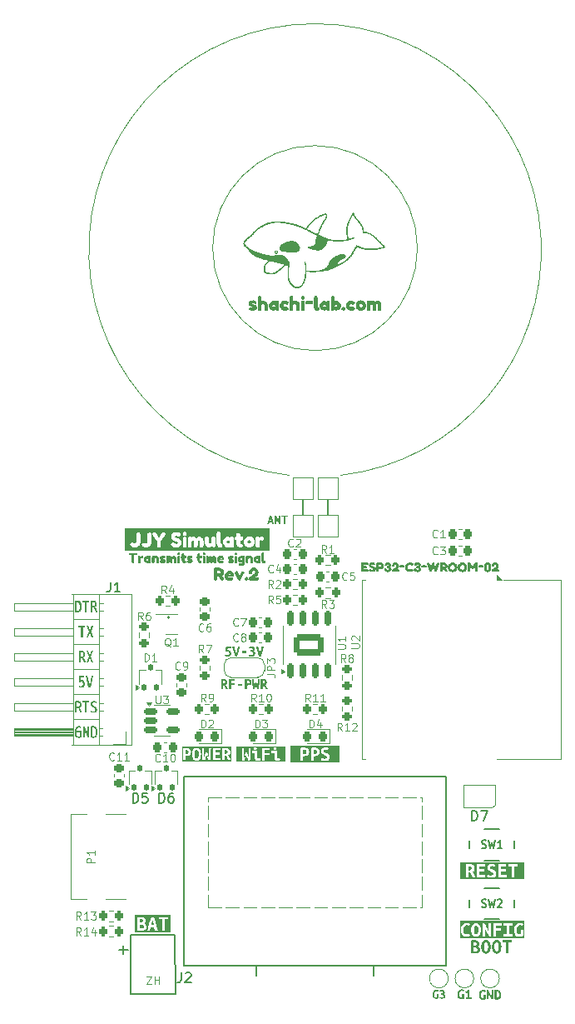
<source format=gto>
G04 #@! TF.GenerationSoftware,KiCad,Pcbnew,9.0.4*
G04 #@! TF.CreationDate,2025-11-05T08:00:03+09:00*
G04 #@! TF.ProjectId,esp32_JJY_sim_C3_rev2,65737033-325f-44a4-9a59-5f73696d5f43,rev?*
G04 #@! TF.SameCoordinates,Original*
G04 #@! TF.FileFunction,Legend,Top*
G04 #@! TF.FilePolarity,Positive*
%FSLAX46Y46*%
G04 Gerber Fmt 4.6, Leading zero omitted, Abs format (unit mm)*
G04 Created by KiCad (PCBNEW 9.0.4) date 2025-11-05 08:00:03*
%MOMM*%
%LPD*%
G01*
G04 APERTURE LIST*
G04 Aperture macros list*
%AMRoundRect*
0 Rectangle with rounded corners*
0 $1 Rounding radius*
0 $2 $3 $4 $5 $6 $7 $8 $9 X,Y pos of 4 corners*
0 Add a 4 corners polygon primitive as box body*
4,1,4,$2,$3,$4,$5,$6,$7,$8,$9,$2,$3,0*
0 Add four circle primitives for the rounded corners*
1,1,$1+$1,$2,$3*
1,1,$1+$1,$4,$5*
1,1,$1+$1,$6,$7*
1,1,$1+$1,$8,$9*
0 Add four rect primitives between the rounded corners*
20,1,$1+$1,$2,$3,$4,$5,0*
20,1,$1+$1,$4,$5,$6,$7,0*
20,1,$1+$1,$6,$7,$8,$9,0*
20,1,$1+$1,$8,$9,$2,$3,0*%
%AMFreePoly0*
4,1,23,0.550000,-0.750000,0.000000,-0.750000,0.000000,-0.745722,-0.065263,-0.745722,-0.191342,-0.711940,-0.304381,-0.646677,-0.396677,-0.554381,-0.461940,-0.441342,-0.495722,-0.315263,-0.495722,-0.250000,-0.500000,-0.250000,-0.500000,0.250000,-0.495722,0.250000,-0.495722,0.315263,-0.461940,0.441342,-0.396677,0.554381,-0.304381,0.646677,-0.191342,0.711940,-0.065263,0.745722,0.000000,0.745722,
0.000000,0.750000,0.550000,0.750000,0.550000,-0.750000,0.550000,-0.750000,$1*%
%AMFreePoly1*
4,1,23,0.000000,0.745722,0.065263,0.745722,0.191342,0.711940,0.304381,0.646677,0.396677,0.554381,0.461940,0.441342,0.495722,0.315263,0.495722,0.250000,0.500000,0.250000,0.500000,-0.250000,0.495722,-0.250000,0.495722,-0.315263,0.461940,-0.441342,0.396677,-0.554381,0.304381,-0.646677,0.191342,-0.711940,0.065263,-0.745722,0.000000,-0.745722,0.000000,-0.750000,-0.550000,-0.750000,
-0.550000,0.750000,0.000000,0.750000,0.000000,0.745722,0.000000,0.745722,$1*%
G04 Aperture macros list end*
%ADD10C,0.120000*%
%ADD11C,0.150000*%
%ADD12C,0.149860*%
%ADD13C,0.000000*%
%ADD14C,0.200000*%
%ADD15C,0.152400*%
%ADD16RoundRect,0.225000X-0.225000X-0.250000X0.225000X-0.250000X0.225000X0.250000X-0.225000X0.250000X0*%
%ADD17RoundRect,0.200000X-0.275000X0.200000X-0.275000X-0.200000X0.275000X-0.200000X0.275000X0.200000X0*%
%ADD18RoundRect,0.200000X-0.200000X-0.275000X0.200000X-0.275000X0.200000X0.275000X-0.200000X0.275000X0*%
%ADD19RoundRect,0.218750X0.218750X0.256250X-0.218750X0.256250X-0.218750X-0.256250X0.218750X-0.256250X0*%
%ADD20RoundRect,0.200000X0.200000X0.275000X-0.200000X0.275000X-0.200000X-0.275000X0.200000X-0.275000X0*%
%ADD21RoundRect,0.112500X-0.112500X-0.237500X0.112500X-0.237500X0.112500X0.237500X-0.112500X0.237500X0*%
%ADD22C,3.200000*%
%ADD23C,1.700000*%
%ADD24C,1.500000*%
%ADD25RoundRect,0.200000X0.275000X-0.200000X0.275000X0.200000X-0.275000X0.200000X-0.275000X-0.200000X0*%
%ADD26C,1.350000*%
%ADD27R,1.000000X0.400000*%
%ADD28R,0.900000X1.500000*%
%ADD29R,2.900000X2.900000*%
%ADD30RoundRect,0.225000X-0.250000X0.225000X-0.250000X-0.225000X0.250000X-0.225000X0.250000X0.225000X0*%
%ADD31RoundRect,0.225000X0.225000X0.250000X-0.225000X0.250000X-0.225000X-0.250000X0.225000X-0.250000X0*%
%ADD32RoundRect,0.150000X0.150000X-0.625000X0.150000X0.625000X-0.150000X0.625000X-0.150000X-0.625000X0*%
%ADD33RoundRect,0.330000X1.220000X-0.770000X1.220000X0.770000X-1.220000X0.770000X-1.220000X-0.770000X0*%
%ADD34R,1.500000X0.700000*%
%ADD35R,0.700000X0.700000*%
%ADD36FreePoly0,180.000000*%
%ADD37R,1.000000X1.500000*%
%ADD38FreePoly1,180.000000*%
%ADD39R,1.700000X1.700000*%
%ADD40O,1.700000X1.700000*%
%ADD41RoundRect,0.150000X-0.512500X-0.150000X0.512500X-0.150000X0.512500X0.150000X-0.512500X0.150000X0*%
%ADD42RoundRect,0.225000X0.250000X-0.225000X0.250000X0.225000X-0.250000X0.225000X-0.250000X-0.225000X0*%
%ADD43C,0.650000*%
%ADD44R,1.140000X0.300000*%
%ADD45O,2.100000X1.000000*%
%ADD46O,1.800000X1.000000*%
%ADD47C,0.400000*%
G04 APERTURE END LIST*
D10*
X106300000Y-108500000D02*
X100200000Y-108500000D01*
X135417293Y-73382707D02*
G75*
G02*
X114582707Y-73382707I-10417293J0D01*
G01*
X114582707Y-73382707D02*
G75*
G02*
X135417293Y-73382707I10417293J0D01*
G01*
X106300000Y-123900000D02*
X106300000Y-108500000D01*
X122410868Y-96470665D02*
G75*
G02*
X127595000Y-96470000I2589132J22870665D01*
G01*
X100200000Y-123900000D02*
X106300000Y-123900000D01*
D11*
X105034398Y-144688200D02*
X105948684Y-144688200D01*
X105491541Y-145145342D02*
X105491541Y-144231057D01*
D10*
X117166667Y-113262664D02*
X117128571Y-113300760D01*
X117128571Y-113300760D02*
X117014286Y-113338855D01*
X117014286Y-113338855D02*
X116938095Y-113338855D01*
X116938095Y-113338855D02*
X116823809Y-113300760D01*
X116823809Y-113300760D02*
X116747619Y-113224569D01*
X116747619Y-113224569D02*
X116709524Y-113148379D01*
X116709524Y-113148379D02*
X116671428Y-112995998D01*
X116671428Y-112995998D02*
X116671428Y-112881712D01*
X116671428Y-112881712D02*
X116709524Y-112729331D01*
X116709524Y-112729331D02*
X116747619Y-112653140D01*
X116747619Y-112653140D02*
X116823809Y-112576950D01*
X116823809Y-112576950D02*
X116938095Y-112538855D01*
X116938095Y-112538855D02*
X117014286Y-112538855D01*
X117014286Y-112538855D02*
X117128571Y-112576950D01*
X117128571Y-112576950D02*
X117166667Y-112615045D01*
X117623809Y-112881712D02*
X117547619Y-112843617D01*
X117547619Y-112843617D02*
X117509524Y-112805521D01*
X117509524Y-112805521D02*
X117471428Y-112729331D01*
X117471428Y-112729331D02*
X117471428Y-112691236D01*
X117471428Y-112691236D02*
X117509524Y-112615045D01*
X117509524Y-112615045D02*
X117547619Y-112576950D01*
X117547619Y-112576950D02*
X117623809Y-112538855D01*
X117623809Y-112538855D02*
X117776190Y-112538855D01*
X117776190Y-112538855D02*
X117852381Y-112576950D01*
X117852381Y-112576950D02*
X117890476Y-112615045D01*
X117890476Y-112615045D02*
X117928571Y-112691236D01*
X117928571Y-112691236D02*
X117928571Y-112729331D01*
X117928571Y-112729331D02*
X117890476Y-112805521D01*
X117890476Y-112805521D02*
X117852381Y-112843617D01*
X117852381Y-112843617D02*
X117776190Y-112881712D01*
X117776190Y-112881712D02*
X117623809Y-112881712D01*
X117623809Y-112881712D02*
X117547619Y-112919807D01*
X117547619Y-112919807D02*
X117509524Y-112957902D01*
X117509524Y-112957902D02*
X117471428Y-113034093D01*
X117471428Y-113034093D02*
X117471428Y-113186474D01*
X117471428Y-113186474D02*
X117509524Y-113262664D01*
X117509524Y-113262664D02*
X117547619Y-113300760D01*
X117547619Y-113300760D02*
X117623809Y-113338855D01*
X117623809Y-113338855D02*
X117776190Y-113338855D01*
X117776190Y-113338855D02*
X117852381Y-113300760D01*
X117852381Y-113300760D02*
X117890476Y-113262664D01*
X117890476Y-113262664D02*
X117928571Y-113186474D01*
X117928571Y-113186474D02*
X117928571Y-113034093D01*
X117928571Y-113034093D02*
X117890476Y-112957902D01*
X117890476Y-112957902D02*
X117852381Y-112919807D01*
X117852381Y-112919807D02*
X117776190Y-112881712D01*
X127735714Y-122438855D02*
X127469047Y-122057902D01*
X127278571Y-122438855D02*
X127278571Y-121638855D01*
X127278571Y-121638855D02*
X127583333Y-121638855D01*
X127583333Y-121638855D02*
X127659523Y-121676950D01*
X127659523Y-121676950D02*
X127697618Y-121715045D01*
X127697618Y-121715045D02*
X127735714Y-121791236D01*
X127735714Y-121791236D02*
X127735714Y-121905521D01*
X127735714Y-121905521D02*
X127697618Y-121981712D01*
X127697618Y-121981712D02*
X127659523Y-122019807D01*
X127659523Y-122019807D02*
X127583333Y-122057902D01*
X127583333Y-122057902D02*
X127278571Y-122057902D01*
X128497618Y-122438855D02*
X128040475Y-122438855D01*
X128269047Y-122438855D02*
X128269047Y-121638855D01*
X128269047Y-121638855D02*
X128192856Y-121753140D01*
X128192856Y-121753140D02*
X128116666Y-121829331D01*
X128116666Y-121829331D02*
X128040475Y-121867426D01*
X128802380Y-121715045D02*
X128840476Y-121676950D01*
X128840476Y-121676950D02*
X128916666Y-121638855D01*
X128916666Y-121638855D02*
X129107142Y-121638855D01*
X129107142Y-121638855D02*
X129183333Y-121676950D01*
X129183333Y-121676950D02*
X129221428Y-121715045D01*
X129221428Y-121715045D02*
X129259523Y-121791236D01*
X129259523Y-121791236D02*
X129259523Y-121867426D01*
X129259523Y-121867426D02*
X129221428Y-121981712D01*
X129221428Y-121981712D02*
X128764285Y-122438855D01*
X128764285Y-122438855D02*
X129259523Y-122438855D01*
X126146667Y-104353855D02*
X125880000Y-103972902D01*
X125689524Y-104353855D02*
X125689524Y-103553855D01*
X125689524Y-103553855D02*
X125994286Y-103553855D01*
X125994286Y-103553855D02*
X126070476Y-103591950D01*
X126070476Y-103591950D02*
X126108571Y-103630045D01*
X126108571Y-103630045D02*
X126146667Y-103706236D01*
X126146667Y-103706236D02*
X126146667Y-103820521D01*
X126146667Y-103820521D02*
X126108571Y-103896712D01*
X126108571Y-103896712D02*
X126070476Y-103934807D01*
X126070476Y-103934807D02*
X125994286Y-103972902D01*
X125994286Y-103972902D02*
X125689524Y-103972902D01*
X126908571Y-104353855D02*
X126451428Y-104353855D01*
X126680000Y-104353855D02*
X126680000Y-103553855D01*
X126680000Y-103553855D02*
X126603809Y-103668140D01*
X126603809Y-103668140D02*
X126527619Y-103744331D01*
X126527619Y-103744331D02*
X126451428Y-103782426D01*
X124422024Y-122113855D02*
X124422024Y-121313855D01*
X124422024Y-121313855D02*
X124612500Y-121313855D01*
X124612500Y-121313855D02*
X124726786Y-121351950D01*
X124726786Y-121351950D02*
X124802976Y-121428140D01*
X124802976Y-121428140D02*
X124841071Y-121504331D01*
X124841071Y-121504331D02*
X124879167Y-121656712D01*
X124879167Y-121656712D02*
X124879167Y-121770998D01*
X124879167Y-121770998D02*
X124841071Y-121923379D01*
X124841071Y-121923379D02*
X124802976Y-121999569D01*
X124802976Y-121999569D02*
X124726786Y-122075760D01*
X124726786Y-122075760D02*
X124612500Y-122113855D01*
X124612500Y-122113855D02*
X124422024Y-122113855D01*
X125564881Y-121580521D02*
X125564881Y-122113855D01*
X125374405Y-121275760D02*
X125183928Y-121847188D01*
X125183928Y-121847188D02*
X125679167Y-121847188D01*
X120716667Y-107913855D02*
X120450000Y-107532902D01*
X120259524Y-107913855D02*
X120259524Y-107113855D01*
X120259524Y-107113855D02*
X120564286Y-107113855D01*
X120564286Y-107113855D02*
X120640476Y-107151950D01*
X120640476Y-107151950D02*
X120678571Y-107190045D01*
X120678571Y-107190045D02*
X120716667Y-107266236D01*
X120716667Y-107266236D02*
X120716667Y-107380521D01*
X120716667Y-107380521D02*
X120678571Y-107456712D01*
X120678571Y-107456712D02*
X120640476Y-107494807D01*
X120640476Y-107494807D02*
X120564286Y-107532902D01*
X120564286Y-107532902D02*
X120259524Y-107532902D01*
X121021428Y-107190045D02*
X121059524Y-107151950D01*
X121059524Y-107151950D02*
X121135714Y-107113855D01*
X121135714Y-107113855D02*
X121326190Y-107113855D01*
X121326190Y-107113855D02*
X121402381Y-107151950D01*
X121402381Y-107151950D02*
X121440476Y-107190045D01*
X121440476Y-107190045D02*
X121478571Y-107266236D01*
X121478571Y-107266236D02*
X121478571Y-107342426D01*
X121478571Y-107342426D02*
X121440476Y-107456712D01*
X121440476Y-107456712D02*
X120983333Y-107913855D01*
X120983333Y-107913855D02*
X121478571Y-107913855D01*
X101185714Y-143213855D02*
X100919047Y-142832902D01*
X100728571Y-143213855D02*
X100728571Y-142413855D01*
X100728571Y-142413855D02*
X101033333Y-142413855D01*
X101033333Y-142413855D02*
X101109523Y-142451950D01*
X101109523Y-142451950D02*
X101147618Y-142490045D01*
X101147618Y-142490045D02*
X101185714Y-142566236D01*
X101185714Y-142566236D02*
X101185714Y-142680521D01*
X101185714Y-142680521D02*
X101147618Y-142756712D01*
X101147618Y-142756712D02*
X101109523Y-142794807D01*
X101109523Y-142794807D02*
X101033333Y-142832902D01*
X101033333Y-142832902D02*
X100728571Y-142832902D01*
X101947618Y-143213855D02*
X101490475Y-143213855D01*
X101719047Y-143213855D02*
X101719047Y-142413855D01*
X101719047Y-142413855D02*
X101642856Y-142528140D01*
X101642856Y-142528140D02*
X101566666Y-142604331D01*
X101566666Y-142604331D02*
X101490475Y-142642426D01*
X102633333Y-142680521D02*
X102633333Y-143213855D01*
X102442857Y-142375760D02*
X102252380Y-142947188D01*
X102252380Y-142947188D02*
X102747619Y-142947188D01*
X120716667Y-106287664D02*
X120678571Y-106325760D01*
X120678571Y-106325760D02*
X120564286Y-106363855D01*
X120564286Y-106363855D02*
X120488095Y-106363855D01*
X120488095Y-106363855D02*
X120373809Y-106325760D01*
X120373809Y-106325760D02*
X120297619Y-106249569D01*
X120297619Y-106249569D02*
X120259524Y-106173379D01*
X120259524Y-106173379D02*
X120221428Y-106020998D01*
X120221428Y-106020998D02*
X120221428Y-105906712D01*
X120221428Y-105906712D02*
X120259524Y-105754331D01*
X120259524Y-105754331D02*
X120297619Y-105678140D01*
X120297619Y-105678140D02*
X120373809Y-105601950D01*
X120373809Y-105601950D02*
X120488095Y-105563855D01*
X120488095Y-105563855D02*
X120564286Y-105563855D01*
X120564286Y-105563855D02*
X120678571Y-105601950D01*
X120678571Y-105601950D02*
X120716667Y-105640045D01*
X121402381Y-105830521D02*
X121402381Y-106363855D01*
X121211905Y-105525760D02*
X121021428Y-106097188D01*
X121021428Y-106097188D02*
X121516667Y-106097188D01*
X124485714Y-119463855D02*
X124219047Y-119082902D01*
X124028571Y-119463855D02*
X124028571Y-118663855D01*
X124028571Y-118663855D02*
X124333333Y-118663855D01*
X124333333Y-118663855D02*
X124409523Y-118701950D01*
X124409523Y-118701950D02*
X124447618Y-118740045D01*
X124447618Y-118740045D02*
X124485714Y-118816236D01*
X124485714Y-118816236D02*
X124485714Y-118930521D01*
X124485714Y-118930521D02*
X124447618Y-119006712D01*
X124447618Y-119006712D02*
X124409523Y-119044807D01*
X124409523Y-119044807D02*
X124333333Y-119082902D01*
X124333333Y-119082902D02*
X124028571Y-119082902D01*
X125247618Y-119463855D02*
X124790475Y-119463855D01*
X125019047Y-119463855D02*
X125019047Y-118663855D01*
X125019047Y-118663855D02*
X124942856Y-118778140D01*
X124942856Y-118778140D02*
X124866666Y-118854331D01*
X124866666Y-118854331D02*
X124790475Y-118892426D01*
X126009523Y-119463855D02*
X125552380Y-119463855D01*
X125780952Y-119463855D02*
X125780952Y-118663855D01*
X125780952Y-118663855D02*
X125704761Y-118778140D01*
X125704761Y-118778140D02*
X125628571Y-118854331D01*
X125628571Y-118854331D02*
X125552380Y-118892426D01*
D11*
X109121905Y-129754819D02*
X109121905Y-128754819D01*
X109121905Y-128754819D02*
X109360000Y-128754819D01*
X109360000Y-128754819D02*
X109502857Y-128802438D01*
X109502857Y-128802438D02*
X109598095Y-128897676D01*
X109598095Y-128897676D02*
X109645714Y-128992914D01*
X109645714Y-128992914D02*
X109693333Y-129183390D01*
X109693333Y-129183390D02*
X109693333Y-129326247D01*
X109693333Y-129326247D02*
X109645714Y-129516723D01*
X109645714Y-129516723D02*
X109598095Y-129611961D01*
X109598095Y-129611961D02*
X109502857Y-129707200D01*
X109502857Y-129707200D02*
X109360000Y-129754819D01*
X109360000Y-129754819D02*
X109121905Y-129754819D01*
X110550476Y-128754819D02*
X110360000Y-128754819D01*
X110360000Y-128754819D02*
X110264762Y-128802438D01*
X110264762Y-128802438D02*
X110217143Y-128850057D01*
X110217143Y-128850057D02*
X110121905Y-128992914D01*
X110121905Y-128992914D02*
X110074286Y-129183390D01*
X110074286Y-129183390D02*
X110074286Y-129564342D01*
X110074286Y-129564342D02*
X110121905Y-129659580D01*
X110121905Y-129659580D02*
X110169524Y-129707200D01*
X110169524Y-129707200D02*
X110264762Y-129754819D01*
X110264762Y-129754819D02*
X110455238Y-129754819D01*
X110455238Y-129754819D02*
X110550476Y-129707200D01*
X110550476Y-129707200D02*
X110598095Y-129659580D01*
X110598095Y-129659580D02*
X110645714Y-129564342D01*
X110645714Y-129564342D02*
X110645714Y-129326247D01*
X110645714Y-129326247D02*
X110598095Y-129231009D01*
X110598095Y-129231009D02*
X110550476Y-129183390D01*
X110550476Y-129183390D02*
X110455238Y-129135771D01*
X110455238Y-129135771D02*
X110264762Y-129135771D01*
X110264762Y-129135771D02*
X110169524Y-129183390D01*
X110169524Y-129183390D02*
X110121905Y-129231009D01*
X110121905Y-129231009D02*
X110074286Y-129326247D01*
D10*
X128246667Y-107037664D02*
X128208571Y-107075760D01*
X128208571Y-107075760D02*
X128094286Y-107113855D01*
X128094286Y-107113855D02*
X128018095Y-107113855D01*
X128018095Y-107113855D02*
X127903809Y-107075760D01*
X127903809Y-107075760D02*
X127827619Y-106999569D01*
X127827619Y-106999569D02*
X127789524Y-106923379D01*
X127789524Y-106923379D02*
X127751428Y-106770998D01*
X127751428Y-106770998D02*
X127751428Y-106656712D01*
X127751428Y-106656712D02*
X127789524Y-106504331D01*
X127789524Y-106504331D02*
X127827619Y-106428140D01*
X127827619Y-106428140D02*
X127903809Y-106351950D01*
X127903809Y-106351950D02*
X128018095Y-106313855D01*
X128018095Y-106313855D02*
X128094286Y-106313855D01*
X128094286Y-106313855D02*
X128208571Y-106351950D01*
X128208571Y-106351950D02*
X128246667Y-106390045D01*
X128970476Y-106313855D02*
X128589524Y-106313855D01*
X128589524Y-106313855D02*
X128551428Y-106694807D01*
X128551428Y-106694807D02*
X128589524Y-106656712D01*
X128589524Y-106656712D02*
X128665714Y-106618617D01*
X128665714Y-106618617D02*
X128856190Y-106618617D01*
X128856190Y-106618617D02*
X128932381Y-106656712D01*
X128932381Y-106656712D02*
X128970476Y-106694807D01*
X128970476Y-106694807D02*
X129008571Y-106770998D01*
X129008571Y-106770998D02*
X129008571Y-106961474D01*
X129008571Y-106961474D02*
X128970476Y-107037664D01*
X128970476Y-107037664D02*
X128932381Y-107075760D01*
X128932381Y-107075760D02*
X128856190Y-107113855D01*
X128856190Y-107113855D02*
X128665714Y-107113855D01*
X128665714Y-107113855D02*
X128589524Y-107075760D01*
X128589524Y-107075760D02*
X128551428Y-107037664D01*
X117166667Y-111687664D02*
X117128571Y-111725760D01*
X117128571Y-111725760D02*
X117014286Y-111763855D01*
X117014286Y-111763855D02*
X116938095Y-111763855D01*
X116938095Y-111763855D02*
X116823809Y-111725760D01*
X116823809Y-111725760D02*
X116747619Y-111649569D01*
X116747619Y-111649569D02*
X116709524Y-111573379D01*
X116709524Y-111573379D02*
X116671428Y-111420998D01*
X116671428Y-111420998D02*
X116671428Y-111306712D01*
X116671428Y-111306712D02*
X116709524Y-111154331D01*
X116709524Y-111154331D02*
X116747619Y-111078140D01*
X116747619Y-111078140D02*
X116823809Y-111001950D01*
X116823809Y-111001950D02*
X116938095Y-110963855D01*
X116938095Y-110963855D02*
X117014286Y-110963855D01*
X117014286Y-110963855D02*
X117128571Y-111001950D01*
X117128571Y-111001950D02*
X117166667Y-111040045D01*
X117433333Y-110963855D02*
X117966667Y-110963855D01*
X117966667Y-110963855D02*
X117623809Y-111763855D01*
X118909524Y-122113855D02*
X118909524Y-121313855D01*
X118909524Y-121313855D02*
X119100000Y-121313855D01*
X119100000Y-121313855D02*
X119214286Y-121351950D01*
X119214286Y-121351950D02*
X119290476Y-121428140D01*
X119290476Y-121428140D02*
X119328571Y-121504331D01*
X119328571Y-121504331D02*
X119366667Y-121656712D01*
X119366667Y-121656712D02*
X119366667Y-121770998D01*
X119366667Y-121770998D02*
X119328571Y-121923379D01*
X119328571Y-121923379D02*
X119290476Y-121999569D01*
X119290476Y-121999569D02*
X119214286Y-122075760D01*
X119214286Y-122075760D02*
X119100000Y-122113855D01*
X119100000Y-122113855D02*
X118909524Y-122113855D01*
X119633333Y-121313855D02*
X120128571Y-121313855D01*
X120128571Y-121313855D02*
X119861905Y-121618617D01*
X119861905Y-121618617D02*
X119976190Y-121618617D01*
X119976190Y-121618617D02*
X120052381Y-121656712D01*
X120052381Y-121656712D02*
X120090476Y-121694807D01*
X120090476Y-121694807D02*
X120128571Y-121770998D01*
X120128571Y-121770998D02*
X120128571Y-121961474D01*
X120128571Y-121961474D02*
X120090476Y-122037664D01*
X120090476Y-122037664D02*
X120052381Y-122075760D01*
X120052381Y-122075760D02*
X119976190Y-122113855D01*
X119976190Y-122113855D02*
X119747619Y-122113855D01*
X119747619Y-122113855D02*
X119671428Y-122075760D01*
X119671428Y-122075760D02*
X119633333Y-122037664D01*
X107659524Y-115363855D02*
X107659524Y-114563855D01*
X107659524Y-114563855D02*
X107850000Y-114563855D01*
X107850000Y-114563855D02*
X107964286Y-114601950D01*
X107964286Y-114601950D02*
X108040476Y-114678140D01*
X108040476Y-114678140D02*
X108078571Y-114754331D01*
X108078571Y-114754331D02*
X108116667Y-114906712D01*
X108116667Y-114906712D02*
X108116667Y-115020998D01*
X108116667Y-115020998D02*
X108078571Y-115173379D01*
X108078571Y-115173379D02*
X108040476Y-115249569D01*
X108040476Y-115249569D02*
X107964286Y-115325760D01*
X107964286Y-115325760D02*
X107850000Y-115363855D01*
X107850000Y-115363855D02*
X107659524Y-115363855D01*
X108878571Y-115363855D02*
X108421428Y-115363855D01*
X108650000Y-115363855D02*
X108650000Y-114563855D01*
X108650000Y-114563855D02*
X108573809Y-114678140D01*
X108573809Y-114678140D02*
X108497619Y-114754331D01*
X108497619Y-114754331D02*
X108421428Y-114792426D01*
X101185714Y-141613855D02*
X100919047Y-141232902D01*
X100728571Y-141613855D02*
X100728571Y-140813855D01*
X100728571Y-140813855D02*
X101033333Y-140813855D01*
X101033333Y-140813855D02*
X101109523Y-140851950D01*
X101109523Y-140851950D02*
X101147618Y-140890045D01*
X101147618Y-140890045D02*
X101185714Y-140966236D01*
X101185714Y-140966236D02*
X101185714Y-141080521D01*
X101185714Y-141080521D02*
X101147618Y-141156712D01*
X101147618Y-141156712D02*
X101109523Y-141194807D01*
X101109523Y-141194807D02*
X101033333Y-141232902D01*
X101033333Y-141232902D02*
X100728571Y-141232902D01*
X101947618Y-141613855D02*
X101490475Y-141613855D01*
X101719047Y-141613855D02*
X101719047Y-140813855D01*
X101719047Y-140813855D02*
X101642856Y-140928140D01*
X101642856Y-140928140D02*
X101566666Y-141004331D01*
X101566666Y-141004331D02*
X101490475Y-141042426D01*
X102214285Y-140813855D02*
X102709523Y-140813855D01*
X102709523Y-140813855D02*
X102442857Y-141118617D01*
X102442857Y-141118617D02*
X102557142Y-141118617D01*
X102557142Y-141118617D02*
X102633333Y-141156712D01*
X102633333Y-141156712D02*
X102671428Y-141194807D01*
X102671428Y-141194807D02*
X102709523Y-141270998D01*
X102709523Y-141270998D02*
X102709523Y-141461474D01*
X102709523Y-141461474D02*
X102671428Y-141537664D01*
X102671428Y-141537664D02*
X102633333Y-141575760D01*
X102633333Y-141575760D02*
X102557142Y-141613855D01*
X102557142Y-141613855D02*
X102328571Y-141613855D01*
X102328571Y-141613855D02*
X102252380Y-141575760D01*
X102252380Y-141575760D02*
X102214285Y-141537664D01*
X126166667Y-109963855D02*
X125900000Y-109582902D01*
X125709524Y-109963855D02*
X125709524Y-109163855D01*
X125709524Y-109163855D02*
X126014286Y-109163855D01*
X126014286Y-109163855D02*
X126090476Y-109201950D01*
X126090476Y-109201950D02*
X126128571Y-109240045D01*
X126128571Y-109240045D02*
X126166667Y-109316236D01*
X126166667Y-109316236D02*
X126166667Y-109430521D01*
X126166667Y-109430521D02*
X126128571Y-109506712D01*
X126128571Y-109506712D02*
X126090476Y-109544807D01*
X126090476Y-109544807D02*
X126014286Y-109582902D01*
X126014286Y-109582902D02*
X125709524Y-109582902D01*
X126433333Y-109163855D02*
X126928571Y-109163855D01*
X126928571Y-109163855D02*
X126661905Y-109468617D01*
X126661905Y-109468617D02*
X126776190Y-109468617D01*
X126776190Y-109468617D02*
X126852381Y-109506712D01*
X126852381Y-109506712D02*
X126890476Y-109544807D01*
X126890476Y-109544807D02*
X126928571Y-109620998D01*
X126928571Y-109620998D02*
X126928571Y-109811474D01*
X126928571Y-109811474D02*
X126890476Y-109887664D01*
X126890476Y-109887664D02*
X126852381Y-109925760D01*
X126852381Y-109925760D02*
X126776190Y-109963855D01*
X126776190Y-109963855D02*
X126547619Y-109963855D01*
X126547619Y-109963855D02*
X126471428Y-109925760D01*
X126471428Y-109925760D02*
X126433333Y-109887664D01*
X113646667Y-114488855D02*
X113380000Y-114107902D01*
X113189524Y-114488855D02*
X113189524Y-113688855D01*
X113189524Y-113688855D02*
X113494286Y-113688855D01*
X113494286Y-113688855D02*
X113570476Y-113726950D01*
X113570476Y-113726950D02*
X113608571Y-113765045D01*
X113608571Y-113765045D02*
X113646667Y-113841236D01*
X113646667Y-113841236D02*
X113646667Y-113955521D01*
X113646667Y-113955521D02*
X113608571Y-114031712D01*
X113608571Y-114031712D02*
X113570476Y-114069807D01*
X113570476Y-114069807D02*
X113494286Y-114107902D01*
X113494286Y-114107902D02*
X113189524Y-114107902D01*
X113913333Y-113688855D02*
X114446667Y-113688855D01*
X114446667Y-113688855D02*
X114103809Y-114488855D01*
D11*
X111391666Y-147004819D02*
X111391666Y-147719104D01*
X111391666Y-147719104D02*
X111344047Y-147861961D01*
X111344047Y-147861961D02*
X111248809Y-147957200D01*
X111248809Y-147957200D02*
X111105952Y-148004819D01*
X111105952Y-148004819D02*
X111010714Y-148004819D01*
X111820238Y-147100057D02*
X111867857Y-147052438D01*
X111867857Y-147052438D02*
X111963095Y-147004819D01*
X111963095Y-147004819D02*
X112201190Y-147004819D01*
X112201190Y-147004819D02*
X112296428Y-147052438D01*
X112296428Y-147052438D02*
X112344047Y-147100057D01*
X112344047Y-147100057D02*
X112391666Y-147195295D01*
X112391666Y-147195295D02*
X112391666Y-147290533D01*
X112391666Y-147290533D02*
X112344047Y-147433390D01*
X112344047Y-147433390D02*
X111772619Y-148004819D01*
X111772619Y-148004819D02*
X112391666Y-148004819D01*
D10*
X107839285Y-147363855D02*
X108372619Y-147363855D01*
X108372619Y-147363855D02*
X107839285Y-148163855D01*
X107839285Y-148163855D02*
X108372619Y-148163855D01*
X108677381Y-148163855D02*
X108677381Y-147363855D01*
X108677381Y-147744807D02*
X109134524Y-147744807D01*
X109134524Y-148163855D02*
X109134524Y-147363855D01*
X110323809Y-113870045D02*
X110247619Y-113831950D01*
X110247619Y-113831950D02*
X110171428Y-113755760D01*
X110171428Y-113755760D02*
X110057142Y-113641474D01*
X110057142Y-113641474D02*
X109980952Y-113603379D01*
X109980952Y-113603379D02*
X109904761Y-113603379D01*
X109942857Y-113793855D02*
X109866666Y-113755760D01*
X109866666Y-113755760D02*
X109790476Y-113679569D01*
X109790476Y-113679569D02*
X109752380Y-113527188D01*
X109752380Y-113527188D02*
X109752380Y-113260521D01*
X109752380Y-113260521D02*
X109790476Y-113108140D01*
X109790476Y-113108140D02*
X109866666Y-113031950D01*
X109866666Y-113031950D02*
X109942857Y-112993855D01*
X109942857Y-112993855D02*
X110095238Y-112993855D01*
X110095238Y-112993855D02*
X110171428Y-113031950D01*
X110171428Y-113031950D02*
X110247619Y-113108140D01*
X110247619Y-113108140D02*
X110285714Y-113260521D01*
X110285714Y-113260521D02*
X110285714Y-113527188D01*
X110285714Y-113527188D02*
X110247619Y-113679569D01*
X110247619Y-113679569D02*
X110171428Y-113755760D01*
X110171428Y-113755760D02*
X110095238Y-113793855D01*
X110095238Y-113793855D02*
X109942857Y-113793855D01*
X111047618Y-113793855D02*
X110590475Y-113793855D01*
X110819047Y-113793855D02*
X110819047Y-112993855D01*
X110819047Y-112993855D02*
X110742856Y-113108140D01*
X110742856Y-113108140D02*
X110666666Y-113184331D01*
X110666666Y-113184331D02*
X110590475Y-113222426D01*
X128688855Y-114009523D02*
X129336474Y-114009523D01*
X129336474Y-114009523D02*
X129412664Y-113971428D01*
X129412664Y-113971428D02*
X129450760Y-113933333D01*
X129450760Y-113933333D02*
X129488855Y-113857142D01*
X129488855Y-113857142D02*
X129488855Y-113704761D01*
X129488855Y-113704761D02*
X129450760Y-113628571D01*
X129450760Y-113628571D02*
X129412664Y-113590476D01*
X129412664Y-113590476D02*
X129336474Y-113552380D01*
X129336474Y-113552380D02*
X128688855Y-113552380D01*
X128765045Y-113209524D02*
X128726950Y-113171428D01*
X128726950Y-113171428D02*
X128688855Y-113095238D01*
X128688855Y-113095238D02*
X128688855Y-112904762D01*
X128688855Y-112904762D02*
X128726950Y-112828571D01*
X128726950Y-112828571D02*
X128765045Y-112790476D01*
X128765045Y-112790476D02*
X128841236Y-112752381D01*
X128841236Y-112752381D02*
X128917426Y-112752381D01*
X128917426Y-112752381D02*
X129031712Y-112790476D01*
X129031712Y-112790476D02*
X129488855Y-113247619D01*
X129488855Y-113247619D02*
X129488855Y-112752381D01*
X118985714Y-119463855D02*
X118719047Y-119082902D01*
X118528571Y-119463855D02*
X118528571Y-118663855D01*
X118528571Y-118663855D02*
X118833333Y-118663855D01*
X118833333Y-118663855D02*
X118909523Y-118701950D01*
X118909523Y-118701950D02*
X118947618Y-118740045D01*
X118947618Y-118740045D02*
X118985714Y-118816236D01*
X118985714Y-118816236D02*
X118985714Y-118930521D01*
X118985714Y-118930521D02*
X118947618Y-119006712D01*
X118947618Y-119006712D02*
X118909523Y-119044807D01*
X118909523Y-119044807D02*
X118833333Y-119082902D01*
X118833333Y-119082902D02*
X118528571Y-119082902D01*
X119747618Y-119463855D02*
X119290475Y-119463855D01*
X119519047Y-119463855D02*
X119519047Y-118663855D01*
X119519047Y-118663855D02*
X119442856Y-118778140D01*
X119442856Y-118778140D02*
X119366666Y-118854331D01*
X119366666Y-118854331D02*
X119290475Y-118892426D01*
X120242857Y-118663855D02*
X120319047Y-118663855D01*
X120319047Y-118663855D02*
X120395238Y-118701950D01*
X120395238Y-118701950D02*
X120433333Y-118740045D01*
X120433333Y-118740045D02*
X120471428Y-118816236D01*
X120471428Y-118816236D02*
X120509523Y-118968617D01*
X120509523Y-118968617D02*
X120509523Y-119159093D01*
X120509523Y-119159093D02*
X120471428Y-119311474D01*
X120471428Y-119311474D02*
X120433333Y-119387664D01*
X120433333Y-119387664D02*
X120395238Y-119425760D01*
X120395238Y-119425760D02*
X120319047Y-119463855D01*
X120319047Y-119463855D02*
X120242857Y-119463855D01*
X120242857Y-119463855D02*
X120166666Y-119425760D01*
X120166666Y-119425760D02*
X120128571Y-119387664D01*
X120128571Y-119387664D02*
X120090476Y-119311474D01*
X120090476Y-119311474D02*
X120052380Y-119159093D01*
X120052380Y-119159093D02*
X120052380Y-118968617D01*
X120052380Y-118968617D02*
X120090476Y-118816236D01*
X120090476Y-118816236D02*
X120128571Y-118740045D01*
X120128571Y-118740045D02*
X120166666Y-118701950D01*
X120166666Y-118701950D02*
X120242857Y-118663855D01*
X113646667Y-112262664D02*
X113608571Y-112300760D01*
X113608571Y-112300760D02*
X113494286Y-112338855D01*
X113494286Y-112338855D02*
X113418095Y-112338855D01*
X113418095Y-112338855D02*
X113303809Y-112300760D01*
X113303809Y-112300760D02*
X113227619Y-112224569D01*
X113227619Y-112224569D02*
X113189524Y-112148379D01*
X113189524Y-112148379D02*
X113151428Y-111995998D01*
X113151428Y-111995998D02*
X113151428Y-111881712D01*
X113151428Y-111881712D02*
X113189524Y-111729331D01*
X113189524Y-111729331D02*
X113227619Y-111653140D01*
X113227619Y-111653140D02*
X113303809Y-111576950D01*
X113303809Y-111576950D02*
X113418095Y-111538855D01*
X113418095Y-111538855D02*
X113494286Y-111538855D01*
X113494286Y-111538855D02*
X113608571Y-111576950D01*
X113608571Y-111576950D02*
X113646667Y-111615045D01*
X114332381Y-111538855D02*
X114180000Y-111538855D01*
X114180000Y-111538855D02*
X114103809Y-111576950D01*
X114103809Y-111576950D02*
X114065714Y-111615045D01*
X114065714Y-111615045D02*
X113989524Y-111729331D01*
X113989524Y-111729331D02*
X113951428Y-111881712D01*
X113951428Y-111881712D02*
X113951428Y-112186474D01*
X113951428Y-112186474D02*
X113989524Y-112262664D01*
X113989524Y-112262664D02*
X114027619Y-112300760D01*
X114027619Y-112300760D02*
X114103809Y-112338855D01*
X114103809Y-112338855D02*
X114256190Y-112338855D01*
X114256190Y-112338855D02*
X114332381Y-112300760D01*
X114332381Y-112300760D02*
X114370476Y-112262664D01*
X114370476Y-112262664D02*
X114408571Y-112186474D01*
X114408571Y-112186474D02*
X114408571Y-111995998D01*
X114408571Y-111995998D02*
X114370476Y-111919807D01*
X114370476Y-111919807D02*
X114332381Y-111881712D01*
X114332381Y-111881712D02*
X114256190Y-111843617D01*
X114256190Y-111843617D02*
X114103809Y-111843617D01*
X114103809Y-111843617D02*
X114027619Y-111881712D01*
X114027619Y-111881712D02*
X113989524Y-111919807D01*
X113989524Y-111919807D02*
X113951428Y-111995998D01*
X109235714Y-125487664D02*
X109197618Y-125525760D01*
X109197618Y-125525760D02*
X109083333Y-125563855D01*
X109083333Y-125563855D02*
X109007142Y-125563855D01*
X109007142Y-125563855D02*
X108892856Y-125525760D01*
X108892856Y-125525760D02*
X108816666Y-125449569D01*
X108816666Y-125449569D02*
X108778571Y-125373379D01*
X108778571Y-125373379D02*
X108740475Y-125220998D01*
X108740475Y-125220998D02*
X108740475Y-125106712D01*
X108740475Y-125106712D02*
X108778571Y-124954331D01*
X108778571Y-124954331D02*
X108816666Y-124878140D01*
X108816666Y-124878140D02*
X108892856Y-124801950D01*
X108892856Y-124801950D02*
X109007142Y-124763855D01*
X109007142Y-124763855D02*
X109083333Y-124763855D01*
X109083333Y-124763855D02*
X109197618Y-124801950D01*
X109197618Y-124801950D02*
X109235714Y-124840045D01*
X109997618Y-125563855D02*
X109540475Y-125563855D01*
X109769047Y-125563855D02*
X109769047Y-124763855D01*
X109769047Y-124763855D02*
X109692856Y-124878140D01*
X109692856Y-124878140D02*
X109616666Y-124954331D01*
X109616666Y-124954331D02*
X109540475Y-124992426D01*
X110492857Y-124763855D02*
X110569047Y-124763855D01*
X110569047Y-124763855D02*
X110645238Y-124801950D01*
X110645238Y-124801950D02*
X110683333Y-124840045D01*
X110683333Y-124840045D02*
X110721428Y-124916236D01*
X110721428Y-124916236D02*
X110759523Y-125068617D01*
X110759523Y-125068617D02*
X110759523Y-125259093D01*
X110759523Y-125259093D02*
X110721428Y-125411474D01*
X110721428Y-125411474D02*
X110683333Y-125487664D01*
X110683333Y-125487664D02*
X110645238Y-125525760D01*
X110645238Y-125525760D02*
X110569047Y-125563855D01*
X110569047Y-125563855D02*
X110492857Y-125563855D01*
X110492857Y-125563855D02*
X110416666Y-125525760D01*
X110416666Y-125525760D02*
X110378571Y-125487664D01*
X110378571Y-125487664D02*
X110340476Y-125411474D01*
X110340476Y-125411474D02*
X110302380Y-125259093D01*
X110302380Y-125259093D02*
X110302380Y-125068617D01*
X110302380Y-125068617D02*
X110340476Y-124916236D01*
X110340476Y-124916236D02*
X110378571Y-124840045D01*
X110378571Y-124840045D02*
X110416666Y-124801950D01*
X110416666Y-124801950D02*
X110492857Y-124763855D01*
X128116667Y-115463855D02*
X127850000Y-115082902D01*
X127659524Y-115463855D02*
X127659524Y-114663855D01*
X127659524Y-114663855D02*
X127964286Y-114663855D01*
X127964286Y-114663855D02*
X128040476Y-114701950D01*
X128040476Y-114701950D02*
X128078571Y-114740045D01*
X128078571Y-114740045D02*
X128116667Y-114816236D01*
X128116667Y-114816236D02*
X128116667Y-114930521D01*
X128116667Y-114930521D02*
X128078571Y-115006712D01*
X128078571Y-115006712D02*
X128040476Y-115044807D01*
X128040476Y-115044807D02*
X127964286Y-115082902D01*
X127964286Y-115082902D02*
X127659524Y-115082902D01*
X128573809Y-115006712D02*
X128497619Y-114968617D01*
X128497619Y-114968617D02*
X128459524Y-114930521D01*
X128459524Y-114930521D02*
X128421428Y-114854331D01*
X128421428Y-114854331D02*
X128421428Y-114816236D01*
X128421428Y-114816236D02*
X128459524Y-114740045D01*
X128459524Y-114740045D02*
X128497619Y-114701950D01*
X128497619Y-114701950D02*
X128573809Y-114663855D01*
X128573809Y-114663855D02*
X128726190Y-114663855D01*
X128726190Y-114663855D02*
X128802381Y-114701950D01*
X128802381Y-114701950D02*
X128840476Y-114740045D01*
X128840476Y-114740045D02*
X128878571Y-114816236D01*
X128878571Y-114816236D02*
X128878571Y-114854331D01*
X128878571Y-114854331D02*
X128840476Y-114930521D01*
X128840476Y-114930521D02*
X128802381Y-114968617D01*
X128802381Y-114968617D02*
X128726190Y-115006712D01*
X128726190Y-115006712D02*
X128573809Y-115006712D01*
X128573809Y-115006712D02*
X128497619Y-115044807D01*
X128497619Y-115044807D02*
X128459524Y-115082902D01*
X128459524Y-115082902D02*
X128421428Y-115159093D01*
X128421428Y-115159093D02*
X128421428Y-115311474D01*
X128421428Y-115311474D02*
X128459524Y-115387664D01*
X128459524Y-115387664D02*
X128497619Y-115425760D01*
X128497619Y-115425760D02*
X128573809Y-115463855D01*
X128573809Y-115463855D02*
X128726190Y-115463855D01*
X128726190Y-115463855D02*
X128802381Y-115425760D01*
X128802381Y-115425760D02*
X128840476Y-115387664D01*
X128840476Y-115387664D02*
X128878571Y-115311474D01*
X128878571Y-115311474D02*
X128878571Y-115159093D01*
X128878571Y-115159093D02*
X128840476Y-115082902D01*
X128840476Y-115082902D02*
X128802381Y-115044807D01*
X128802381Y-115044807D02*
X128726190Y-115006712D01*
X127288855Y-114109523D02*
X127936474Y-114109523D01*
X127936474Y-114109523D02*
X128012664Y-114071428D01*
X128012664Y-114071428D02*
X128050760Y-114033333D01*
X128050760Y-114033333D02*
X128088855Y-113957142D01*
X128088855Y-113957142D02*
X128088855Y-113804761D01*
X128088855Y-113804761D02*
X128050760Y-113728571D01*
X128050760Y-113728571D02*
X128012664Y-113690476D01*
X128012664Y-113690476D02*
X127936474Y-113652380D01*
X127936474Y-113652380D02*
X127288855Y-113652380D01*
X128088855Y-112852381D02*
X128088855Y-113309524D01*
X128088855Y-113080952D02*
X127288855Y-113080952D01*
X127288855Y-113080952D02*
X127403140Y-113157143D01*
X127403140Y-113157143D02*
X127479331Y-113233333D01*
X127479331Y-113233333D02*
X127517426Y-113309524D01*
D12*
X141984000Y-140329519D02*
X142092858Y-140368223D01*
X142092858Y-140368223D02*
X142274286Y-140368223D01*
X142274286Y-140368223D02*
X142346858Y-140329519D01*
X142346858Y-140329519D02*
X142383143Y-140290814D01*
X142383143Y-140290814D02*
X142419429Y-140213404D01*
X142419429Y-140213404D02*
X142419429Y-140135995D01*
X142419429Y-140135995D02*
X142383143Y-140058585D01*
X142383143Y-140058585D02*
X142346858Y-140019880D01*
X142346858Y-140019880D02*
X142274286Y-139981176D01*
X142274286Y-139981176D02*
X142129143Y-139942471D01*
X142129143Y-139942471D02*
X142056572Y-139903766D01*
X142056572Y-139903766D02*
X142020286Y-139865061D01*
X142020286Y-139865061D02*
X141984000Y-139787652D01*
X141984000Y-139787652D02*
X141984000Y-139710242D01*
X141984000Y-139710242D02*
X142020286Y-139632833D01*
X142020286Y-139632833D02*
X142056572Y-139594128D01*
X142056572Y-139594128D02*
X142129143Y-139555423D01*
X142129143Y-139555423D02*
X142310572Y-139555423D01*
X142310572Y-139555423D02*
X142419429Y-139594128D01*
X142673429Y-139555423D02*
X142854857Y-140368223D01*
X142854857Y-140368223D02*
X143000000Y-139787652D01*
X143000000Y-139787652D02*
X143145143Y-140368223D01*
X143145143Y-140368223D02*
X143326572Y-139555423D01*
X143580571Y-139632833D02*
X143616857Y-139594128D01*
X143616857Y-139594128D02*
X143689429Y-139555423D01*
X143689429Y-139555423D02*
X143870857Y-139555423D01*
X143870857Y-139555423D02*
X143943429Y-139594128D01*
X143943429Y-139594128D02*
X143979714Y-139632833D01*
X143979714Y-139632833D02*
X144016000Y-139710242D01*
X144016000Y-139710242D02*
X144016000Y-139787652D01*
X144016000Y-139787652D02*
X143979714Y-139903766D01*
X143979714Y-139903766D02*
X143544286Y-140368223D01*
X143544286Y-140368223D02*
X144016000Y-140368223D01*
D10*
X137441667Y-102737664D02*
X137403571Y-102775760D01*
X137403571Y-102775760D02*
X137289286Y-102813855D01*
X137289286Y-102813855D02*
X137213095Y-102813855D01*
X137213095Y-102813855D02*
X137098809Y-102775760D01*
X137098809Y-102775760D02*
X137022619Y-102699569D01*
X137022619Y-102699569D02*
X136984524Y-102623379D01*
X136984524Y-102623379D02*
X136946428Y-102470998D01*
X136946428Y-102470998D02*
X136946428Y-102356712D01*
X136946428Y-102356712D02*
X136984524Y-102204331D01*
X136984524Y-102204331D02*
X137022619Y-102128140D01*
X137022619Y-102128140D02*
X137098809Y-102051950D01*
X137098809Y-102051950D02*
X137213095Y-102013855D01*
X137213095Y-102013855D02*
X137289286Y-102013855D01*
X137289286Y-102013855D02*
X137403571Y-102051950D01*
X137403571Y-102051950D02*
X137441667Y-102090045D01*
X138203571Y-102813855D02*
X137746428Y-102813855D01*
X137975000Y-102813855D02*
X137975000Y-102013855D01*
X137975000Y-102013855D02*
X137898809Y-102128140D01*
X137898809Y-102128140D02*
X137822619Y-102204331D01*
X137822619Y-102204331D02*
X137746428Y-102242426D01*
X107476667Y-111163855D02*
X107210000Y-110782902D01*
X107019524Y-111163855D02*
X107019524Y-110363855D01*
X107019524Y-110363855D02*
X107324286Y-110363855D01*
X107324286Y-110363855D02*
X107400476Y-110401950D01*
X107400476Y-110401950D02*
X107438571Y-110440045D01*
X107438571Y-110440045D02*
X107476667Y-110516236D01*
X107476667Y-110516236D02*
X107476667Y-110630521D01*
X107476667Y-110630521D02*
X107438571Y-110706712D01*
X107438571Y-110706712D02*
X107400476Y-110744807D01*
X107400476Y-110744807D02*
X107324286Y-110782902D01*
X107324286Y-110782902D02*
X107019524Y-110782902D01*
X108162381Y-110363855D02*
X108010000Y-110363855D01*
X108010000Y-110363855D02*
X107933809Y-110401950D01*
X107933809Y-110401950D02*
X107895714Y-110440045D01*
X107895714Y-110440045D02*
X107819524Y-110554331D01*
X107819524Y-110554331D02*
X107781428Y-110706712D01*
X107781428Y-110706712D02*
X107781428Y-111011474D01*
X107781428Y-111011474D02*
X107819524Y-111087664D01*
X107819524Y-111087664D02*
X107857619Y-111125760D01*
X107857619Y-111125760D02*
X107933809Y-111163855D01*
X107933809Y-111163855D02*
X108086190Y-111163855D01*
X108086190Y-111163855D02*
X108162381Y-111125760D01*
X108162381Y-111125760D02*
X108200476Y-111087664D01*
X108200476Y-111087664D02*
X108238571Y-111011474D01*
X108238571Y-111011474D02*
X108238571Y-110820998D01*
X108238571Y-110820998D02*
X108200476Y-110744807D01*
X108200476Y-110744807D02*
X108162381Y-110706712D01*
X108162381Y-110706712D02*
X108086190Y-110668617D01*
X108086190Y-110668617D02*
X107933809Y-110668617D01*
X107933809Y-110668617D02*
X107857619Y-110706712D01*
X107857619Y-110706712D02*
X107819524Y-110744807D01*
X107819524Y-110744807D02*
X107781428Y-110820998D01*
X113866667Y-119463855D02*
X113600000Y-119082902D01*
X113409524Y-119463855D02*
X113409524Y-118663855D01*
X113409524Y-118663855D02*
X113714286Y-118663855D01*
X113714286Y-118663855D02*
X113790476Y-118701950D01*
X113790476Y-118701950D02*
X113828571Y-118740045D01*
X113828571Y-118740045D02*
X113866667Y-118816236D01*
X113866667Y-118816236D02*
X113866667Y-118930521D01*
X113866667Y-118930521D02*
X113828571Y-119006712D01*
X113828571Y-119006712D02*
X113790476Y-119044807D01*
X113790476Y-119044807D02*
X113714286Y-119082902D01*
X113714286Y-119082902D02*
X113409524Y-119082902D01*
X114247619Y-119463855D02*
X114400000Y-119463855D01*
X114400000Y-119463855D02*
X114476190Y-119425760D01*
X114476190Y-119425760D02*
X114514286Y-119387664D01*
X114514286Y-119387664D02*
X114590476Y-119273379D01*
X114590476Y-119273379D02*
X114628571Y-119120998D01*
X114628571Y-119120998D02*
X114628571Y-118816236D01*
X114628571Y-118816236D02*
X114590476Y-118740045D01*
X114590476Y-118740045D02*
X114552381Y-118701950D01*
X114552381Y-118701950D02*
X114476190Y-118663855D01*
X114476190Y-118663855D02*
X114323809Y-118663855D01*
X114323809Y-118663855D02*
X114247619Y-118701950D01*
X114247619Y-118701950D02*
X114209524Y-118740045D01*
X114209524Y-118740045D02*
X114171428Y-118816236D01*
X114171428Y-118816236D02*
X114171428Y-119006712D01*
X114171428Y-119006712D02*
X114209524Y-119082902D01*
X114209524Y-119082902D02*
X114247619Y-119120998D01*
X114247619Y-119120998D02*
X114323809Y-119159093D01*
X114323809Y-119159093D02*
X114476190Y-119159093D01*
X114476190Y-119159093D02*
X114552381Y-119120998D01*
X114552381Y-119120998D02*
X114590476Y-119082902D01*
X114590476Y-119082902D02*
X114628571Y-119006712D01*
X104545714Y-125362664D02*
X104507618Y-125400760D01*
X104507618Y-125400760D02*
X104393333Y-125438855D01*
X104393333Y-125438855D02*
X104317142Y-125438855D01*
X104317142Y-125438855D02*
X104202856Y-125400760D01*
X104202856Y-125400760D02*
X104126666Y-125324569D01*
X104126666Y-125324569D02*
X104088571Y-125248379D01*
X104088571Y-125248379D02*
X104050475Y-125095998D01*
X104050475Y-125095998D02*
X104050475Y-124981712D01*
X104050475Y-124981712D02*
X104088571Y-124829331D01*
X104088571Y-124829331D02*
X104126666Y-124753140D01*
X104126666Y-124753140D02*
X104202856Y-124676950D01*
X104202856Y-124676950D02*
X104317142Y-124638855D01*
X104317142Y-124638855D02*
X104393333Y-124638855D01*
X104393333Y-124638855D02*
X104507618Y-124676950D01*
X104507618Y-124676950D02*
X104545714Y-124715045D01*
X105307618Y-125438855D02*
X104850475Y-125438855D01*
X105079047Y-125438855D02*
X105079047Y-124638855D01*
X105079047Y-124638855D02*
X105002856Y-124753140D01*
X105002856Y-124753140D02*
X104926666Y-124829331D01*
X104926666Y-124829331D02*
X104850475Y-124867426D01*
X106069523Y-125438855D02*
X105612380Y-125438855D01*
X105840952Y-125438855D02*
X105840952Y-124638855D01*
X105840952Y-124638855D02*
X105764761Y-124753140D01*
X105764761Y-124753140D02*
X105688571Y-124829331D01*
X105688571Y-124829331D02*
X105612380Y-124867426D01*
X120716667Y-109488855D02*
X120450000Y-109107902D01*
X120259524Y-109488855D02*
X120259524Y-108688855D01*
X120259524Y-108688855D02*
X120564286Y-108688855D01*
X120564286Y-108688855D02*
X120640476Y-108726950D01*
X120640476Y-108726950D02*
X120678571Y-108765045D01*
X120678571Y-108765045D02*
X120716667Y-108841236D01*
X120716667Y-108841236D02*
X120716667Y-108955521D01*
X120716667Y-108955521D02*
X120678571Y-109031712D01*
X120678571Y-109031712D02*
X120640476Y-109069807D01*
X120640476Y-109069807D02*
X120564286Y-109107902D01*
X120564286Y-109107902D02*
X120259524Y-109107902D01*
X121440476Y-108688855D02*
X121059524Y-108688855D01*
X121059524Y-108688855D02*
X121021428Y-109069807D01*
X121021428Y-109069807D02*
X121059524Y-109031712D01*
X121059524Y-109031712D02*
X121135714Y-108993617D01*
X121135714Y-108993617D02*
X121326190Y-108993617D01*
X121326190Y-108993617D02*
X121402381Y-109031712D01*
X121402381Y-109031712D02*
X121440476Y-109069807D01*
X121440476Y-109069807D02*
X121478571Y-109145998D01*
X121478571Y-109145998D02*
X121478571Y-109336474D01*
X121478571Y-109336474D02*
X121440476Y-109412664D01*
X121440476Y-109412664D02*
X121402381Y-109450760D01*
X121402381Y-109450760D02*
X121326190Y-109488855D01*
X121326190Y-109488855D02*
X121135714Y-109488855D01*
X121135714Y-109488855D02*
X121059524Y-109450760D01*
X121059524Y-109450760D02*
X121021428Y-109412664D01*
X137441667Y-104437664D02*
X137403571Y-104475760D01*
X137403571Y-104475760D02*
X137289286Y-104513855D01*
X137289286Y-104513855D02*
X137213095Y-104513855D01*
X137213095Y-104513855D02*
X137098809Y-104475760D01*
X137098809Y-104475760D02*
X137022619Y-104399569D01*
X137022619Y-104399569D02*
X136984524Y-104323379D01*
X136984524Y-104323379D02*
X136946428Y-104170998D01*
X136946428Y-104170998D02*
X136946428Y-104056712D01*
X136946428Y-104056712D02*
X136984524Y-103904331D01*
X136984524Y-103904331D02*
X137022619Y-103828140D01*
X137022619Y-103828140D02*
X137098809Y-103751950D01*
X137098809Y-103751950D02*
X137213095Y-103713855D01*
X137213095Y-103713855D02*
X137289286Y-103713855D01*
X137289286Y-103713855D02*
X137403571Y-103751950D01*
X137403571Y-103751950D02*
X137441667Y-103790045D01*
X137708333Y-103713855D02*
X138203571Y-103713855D01*
X138203571Y-103713855D02*
X137936905Y-104018617D01*
X137936905Y-104018617D02*
X138051190Y-104018617D01*
X138051190Y-104018617D02*
X138127381Y-104056712D01*
X138127381Y-104056712D02*
X138165476Y-104094807D01*
X138165476Y-104094807D02*
X138203571Y-104170998D01*
X138203571Y-104170998D02*
X138203571Y-104361474D01*
X138203571Y-104361474D02*
X138165476Y-104437664D01*
X138165476Y-104437664D02*
X138127381Y-104475760D01*
X138127381Y-104475760D02*
X138051190Y-104513855D01*
X138051190Y-104513855D02*
X137822619Y-104513855D01*
X137822619Y-104513855D02*
X137746428Y-104475760D01*
X137746428Y-104475760D02*
X137708333Y-104437664D01*
X113409524Y-122113855D02*
X113409524Y-121313855D01*
X113409524Y-121313855D02*
X113600000Y-121313855D01*
X113600000Y-121313855D02*
X113714286Y-121351950D01*
X113714286Y-121351950D02*
X113790476Y-121428140D01*
X113790476Y-121428140D02*
X113828571Y-121504331D01*
X113828571Y-121504331D02*
X113866667Y-121656712D01*
X113866667Y-121656712D02*
X113866667Y-121770998D01*
X113866667Y-121770998D02*
X113828571Y-121923379D01*
X113828571Y-121923379D02*
X113790476Y-121999569D01*
X113790476Y-121999569D02*
X113714286Y-122075760D01*
X113714286Y-122075760D02*
X113600000Y-122113855D01*
X113600000Y-122113855D02*
X113409524Y-122113855D01*
X114171428Y-121390045D02*
X114209524Y-121351950D01*
X114209524Y-121351950D02*
X114285714Y-121313855D01*
X114285714Y-121313855D02*
X114476190Y-121313855D01*
X114476190Y-121313855D02*
X114552381Y-121351950D01*
X114552381Y-121351950D02*
X114590476Y-121390045D01*
X114590476Y-121390045D02*
X114628571Y-121466236D01*
X114628571Y-121466236D02*
X114628571Y-121542426D01*
X114628571Y-121542426D02*
X114590476Y-121656712D01*
X114590476Y-121656712D02*
X114133333Y-122113855D01*
X114133333Y-122113855D02*
X114628571Y-122113855D01*
D11*
X106454405Y-129754819D02*
X106454405Y-128754819D01*
X106454405Y-128754819D02*
X106692500Y-128754819D01*
X106692500Y-128754819D02*
X106835357Y-128802438D01*
X106835357Y-128802438D02*
X106930595Y-128897676D01*
X106930595Y-128897676D02*
X106978214Y-128992914D01*
X106978214Y-128992914D02*
X107025833Y-129183390D01*
X107025833Y-129183390D02*
X107025833Y-129326247D01*
X107025833Y-129326247D02*
X106978214Y-129516723D01*
X106978214Y-129516723D02*
X106930595Y-129611961D01*
X106930595Y-129611961D02*
X106835357Y-129707200D01*
X106835357Y-129707200D02*
X106692500Y-129754819D01*
X106692500Y-129754819D02*
X106454405Y-129754819D01*
X107930595Y-128754819D02*
X107454405Y-128754819D01*
X107454405Y-128754819D02*
X107406786Y-129231009D01*
X107406786Y-129231009D02*
X107454405Y-129183390D01*
X107454405Y-129183390D02*
X107549643Y-129135771D01*
X107549643Y-129135771D02*
X107787738Y-129135771D01*
X107787738Y-129135771D02*
X107882976Y-129183390D01*
X107882976Y-129183390D02*
X107930595Y-129231009D01*
X107930595Y-129231009D02*
X107978214Y-129326247D01*
X107978214Y-129326247D02*
X107978214Y-129564342D01*
X107978214Y-129564342D02*
X107930595Y-129659580D01*
X107930595Y-129659580D02*
X107882976Y-129707200D01*
X107882976Y-129707200D02*
X107787738Y-129754819D01*
X107787738Y-129754819D02*
X107549643Y-129754819D01*
X107549643Y-129754819D02*
X107454405Y-129707200D01*
X107454405Y-129707200D02*
X107406786Y-129659580D01*
D10*
X122766667Y-103637664D02*
X122728571Y-103675760D01*
X122728571Y-103675760D02*
X122614286Y-103713855D01*
X122614286Y-103713855D02*
X122538095Y-103713855D01*
X122538095Y-103713855D02*
X122423809Y-103675760D01*
X122423809Y-103675760D02*
X122347619Y-103599569D01*
X122347619Y-103599569D02*
X122309524Y-103523379D01*
X122309524Y-103523379D02*
X122271428Y-103370998D01*
X122271428Y-103370998D02*
X122271428Y-103256712D01*
X122271428Y-103256712D02*
X122309524Y-103104331D01*
X122309524Y-103104331D02*
X122347619Y-103028140D01*
X122347619Y-103028140D02*
X122423809Y-102951950D01*
X122423809Y-102951950D02*
X122538095Y-102913855D01*
X122538095Y-102913855D02*
X122614286Y-102913855D01*
X122614286Y-102913855D02*
X122728571Y-102951950D01*
X122728571Y-102951950D02*
X122766667Y-102990045D01*
X123071428Y-102990045D02*
X123109524Y-102951950D01*
X123109524Y-102951950D02*
X123185714Y-102913855D01*
X123185714Y-102913855D02*
X123376190Y-102913855D01*
X123376190Y-102913855D02*
X123452381Y-102951950D01*
X123452381Y-102951950D02*
X123490476Y-102990045D01*
X123490476Y-102990045D02*
X123528571Y-103066236D01*
X123528571Y-103066236D02*
X123528571Y-103142426D01*
X123528571Y-103142426D02*
X123490476Y-103256712D01*
X123490476Y-103256712D02*
X123033333Y-103713855D01*
X123033333Y-103713855D02*
X123528571Y-103713855D01*
D11*
X140961905Y-131554819D02*
X140961905Y-130554819D01*
X140961905Y-130554819D02*
X141200000Y-130554819D01*
X141200000Y-130554819D02*
X141342857Y-130602438D01*
X141342857Y-130602438D02*
X141438095Y-130697676D01*
X141438095Y-130697676D02*
X141485714Y-130792914D01*
X141485714Y-130792914D02*
X141533333Y-130983390D01*
X141533333Y-130983390D02*
X141533333Y-131126247D01*
X141533333Y-131126247D02*
X141485714Y-131316723D01*
X141485714Y-131316723D02*
X141438095Y-131411961D01*
X141438095Y-131411961D02*
X141342857Y-131507200D01*
X141342857Y-131507200D02*
X141200000Y-131554819D01*
X141200000Y-131554819D02*
X140961905Y-131554819D01*
X141866667Y-130554819D02*
X142533333Y-130554819D01*
X142533333Y-130554819D02*
X142104762Y-131554819D01*
D10*
X120113855Y-116666666D02*
X120685283Y-116666666D01*
X120685283Y-116666666D02*
X120799569Y-116704761D01*
X120799569Y-116704761D02*
X120875760Y-116780952D01*
X120875760Y-116780952D02*
X120913855Y-116895237D01*
X120913855Y-116895237D02*
X120913855Y-116971428D01*
X120913855Y-116285713D02*
X120113855Y-116285713D01*
X120113855Y-116285713D02*
X120113855Y-115980951D01*
X120113855Y-115980951D02*
X120151950Y-115904761D01*
X120151950Y-115904761D02*
X120190045Y-115866666D01*
X120190045Y-115866666D02*
X120266236Y-115828570D01*
X120266236Y-115828570D02*
X120380521Y-115828570D01*
X120380521Y-115828570D02*
X120456712Y-115866666D01*
X120456712Y-115866666D02*
X120494807Y-115904761D01*
X120494807Y-115904761D02*
X120532902Y-115980951D01*
X120532902Y-115980951D02*
X120532902Y-116285713D01*
X120113855Y-115561904D02*
X120113855Y-115066666D01*
X120113855Y-115066666D02*
X120418617Y-115333332D01*
X120418617Y-115333332D02*
X120418617Y-115219047D01*
X120418617Y-115219047D02*
X120456712Y-115142856D01*
X120456712Y-115142856D02*
X120494807Y-115104761D01*
X120494807Y-115104761D02*
X120570998Y-115066666D01*
X120570998Y-115066666D02*
X120761474Y-115066666D01*
X120761474Y-115066666D02*
X120837664Y-115104761D01*
X120837664Y-115104761D02*
X120875760Y-115142856D01*
X120875760Y-115142856D02*
X120913855Y-115219047D01*
X120913855Y-115219047D02*
X120913855Y-115447618D01*
X120913855Y-115447618D02*
X120875760Y-115523809D01*
X120875760Y-115523809D02*
X120837664Y-115561904D01*
D11*
X104166666Y-107324819D02*
X104166666Y-108039104D01*
X104166666Y-108039104D02*
X104119047Y-108181961D01*
X104119047Y-108181961D02*
X104023809Y-108277200D01*
X104023809Y-108277200D02*
X103880952Y-108324819D01*
X103880952Y-108324819D02*
X103785714Y-108324819D01*
X105166666Y-108324819D02*
X104595238Y-108324819D01*
X104880952Y-108324819D02*
X104880952Y-107324819D01*
X104880952Y-107324819D02*
X104785714Y-107467676D01*
X104785714Y-107467676D02*
X104690476Y-107562914D01*
X104690476Y-107562914D02*
X104595238Y-107610533D01*
D10*
X108790476Y-118863855D02*
X108790476Y-119511474D01*
X108790476Y-119511474D02*
X108828571Y-119587664D01*
X108828571Y-119587664D02*
X108866666Y-119625760D01*
X108866666Y-119625760D02*
X108942857Y-119663855D01*
X108942857Y-119663855D02*
X109095238Y-119663855D01*
X109095238Y-119663855D02*
X109171428Y-119625760D01*
X109171428Y-119625760D02*
X109209523Y-119587664D01*
X109209523Y-119587664D02*
X109247619Y-119511474D01*
X109247619Y-119511474D02*
X109247619Y-118863855D01*
X109552380Y-118863855D02*
X110047618Y-118863855D01*
X110047618Y-118863855D02*
X109780952Y-119168617D01*
X109780952Y-119168617D02*
X109895237Y-119168617D01*
X109895237Y-119168617D02*
X109971428Y-119206712D01*
X109971428Y-119206712D02*
X110009523Y-119244807D01*
X110009523Y-119244807D02*
X110047618Y-119320998D01*
X110047618Y-119320998D02*
X110047618Y-119511474D01*
X110047618Y-119511474D02*
X110009523Y-119587664D01*
X110009523Y-119587664D02*
X109971428Y-119625760D01*
X109971428Y-119625760D02*
X109895237Y-119663855D01*
X109895237Y-119663855D02*
X109666666Y-119663855D01*
X109666666Y-119663855D02*
X109590475Y-119625760D01*
X109590475Y-119625760D02*
X109552380Y-119587664D01*
X111266667Y-116162664D02*
X111228571Y-116200760D01*
X111228571Y-116200760D02*
X111114286Y-116238855D01*
X111114286Y-116238855D02*
X111038095Y-116238855D01*
X111038095Y-116238855D02*
X110923809Y-116200760D01*
X110923809Y-116200760D02*
X110847619Y-116124569D01*
X110847619Y-116124569D02*
X110809524Y-116048379D01*
X110809524Y-116048379D02*
X110771428Y-115895998D01*
X110771428Y-115895998D02*
X110771428Y-115781712D01*
X110771428Y-115781712D02*
X110809524Y-115629331D01*
X110809524Y-115629331D02*
X110847619Y-115553140D01*
X110847619Y-115553140D02*
X110923809Y-115476950D01*
X110923809Y-115476950D02*
X111038095Y-115438855D01*
X111038095Y-115438855D02*
X111114286Y-115438855D01*
X111114286Y-115438855D02*
X111228571Y-115476950D01*
X111228571Y-115476950D02*
X111266667Y-115515045D01*
X111647619Y-116238855D02*
X111800000Y-116238855D01*
X111800000Y-116238855D02*
X111876190Y-116200760D01*
X111876190Y-116200760D02*
X111914286Y-116162664D01*
X111914286Y-116162664D02*
X111990476Y-116048379D01*
X111990476Y-116048379D02*
X112028571Y-115895998D01*
X112028571Y-115895998D02*
X112028571Y-115591236D01*
X112028571Y-115591236D02*
X111990476Y-115515045D01*
X111990476Y-115515045D02*
X111952381Y-115476950D01*
X111952381Y-115476950D02*
X111876190Y-115438855D01*
X111876190Y-115438855D02*
X111723809Y-115438855D01*
X111723809Y-115438855D02*
X111647619Y-115476950D01*
X111647619Y-115476950D02*
X111609524Y-115515045D01*
X111609524Y-115515045D02*
X111571428Y-115591236D01*
X111571428Y-115591236D02*
X111571428Y-115781712D01*
X111571428Y-115781712D02*
X111609524Y-115857902D01*
X111609524Y-115857902D02*
X111647619Y-115895998D01*
X111647619Y-115895998D02*
X111723809Y-115934093D01*
X111723809Y-115934093D02*
X111876190Y-115934093D01*
X111876190Y-115934093D02*
X111952381Y-115895998D01*
X111952381Y-115895998D02*
X111990476Y-115857902D01*
X111990476Y-115857902D02*
X112028571Y-115781712D01*
X109866667Y-108463855D02*
X109600000Y-108082902D01*
X109409524Y-108463855D02*
X109409524Y-107663855D01*
X109409524Y-107663855D02*
X109714286Y-107663855D01*
X109714286Y-107663855D02*
X109790476Y-107701950D01*
X109790476Y-107701950D02*
X109828571Y-107740045D01*
X109828571Y-107740045D02*
X109866667Y-107816236D01*
X109866667Y-107816236D02*
X109866667Y-107930521D01*
X109866667Y-107930521D02*
X109828571Y-108006712D01*
X109828571Y-108006712D02*
X109790476Y-108044807D01*
X109790476Y-108044807D02*
X109714286Y-108082902D01*
X109714286Y-108082902D02*
X109409524Y-108082902D01*
X110552381Y-107930521D02*
X110552381Y-108463855D01*
X110361905Y-107625760D02*
X110171428Y-108197188D01*
X110171428Y-108197188D02*
X110666667Y-108197188D01*
X102583855Y-135810475D02*
X101783855Y-135810475D01*
X101783855Y-135810475D02*
X101783855Y-135505713D01*
X101783855Y-135505713D02*
X101821950Y-135429523D01*
X101821950Y-135429523D02*
X101860045Y-135391428D01*
X101860045Y-135391428D02*
X101936236Y-135353332D01*
X101936236Y-135353332D02*
X102050521Y-135353332D01*
X102050521Y-135353332D02*
X102126712Y-135391428D01*
X102126712Y-135391428D02*
X102164807Y-135429523D01*
X102164807Y-135429523D02*
X102202902Y-135505713D01*
X102202902Y-135505713D02*
X102202902Y-135810475D01*
X102583855Y-134591428D02*
X102583855Y-135048571D01*
X102583855Y-134819999D02*
X101783855Y-134819999D01*
X101783855Y-134819999D02*
X101898140Y-134896190D01*
X101898140Y-134896190D02*
X101974331Y-134972380D01*
X101974331Y-134972380D02*
X102012426Y-135048571D01*
D12*
X141984000Y-134329519D02*
X142092858Y-134368223D01*
X142092858Y-134368223D02*
X142274286Y-134368223D01*
X142274286Y-134368223D02*
X142346858Y-134329519D01*
X142346858Y-134329519D02*
X142383143Y-134290814D01*
X142383143Y-134290814D02*
X142419429Y-134213404D01*
X142419429Y-134213404D02*
X142419429Y-134135995D01*
X142419429Y-134135995D02*
X142383143Y-134058585D01*
X142383143Y-134058585D02*
X142346858Y-134019880D01*
X142346858Y-134019880D02*
X142274286Y-133981176D01*
X142274286Y-133981176D02*
X142129143Y-133942471D01*
X142129143Y-133942471D02*
X142056572Y-133903766D01*
X142056572Y-133903766D02*
X142020286Y-133865061D01*
X142020286Y-133865061D02*
X141984000Y-133787652D01*
X141984000Y-133787652D02*
X141984000Y-133710242D01*
X141984000Y-133710242D02*
X142020286Y-133632833D01*
X142020286Y-133632833D02*
X142056572Y-133594128D01*
X142056572Y-133594128D02*
X142129143Y-133555423D01*
X142129143Y-133555423D02*
X142310572Y-133555423D01*
X142310572Y-133555423D02*
X142419429Y-133594128D01*
X142673429Y-133555423D02*
X142854857Y-134368223D01*
X142854857Y-134368223D02*
X143000000Y-133787652D01*
X143000000Y-133787652D02*
X143145143Y-134368223D01*
X143145143Y-134368223D02*
X143326572Y-133555423D01*
X144016000Y-134368223D02*
X143580571Y-134368223D01*
X143798286Y-134368223D02*
X143798286Y-133555423D01*
X143798286Y-133555423D02*
X143725714Y-133671538D01*
X143725714Y-133671538D02*
X143653143Y-133748947D01*
X143653143Y-133748947D02*
X143580571Y-133787652D01*
D13*
G36*
X140819272Y-136209520D02*
G01*
X140894582Y-136246904D01*
X140943344Y-136310836D01*
X140959598Y-136402941D01*
X140898916Y-136553560D01*
X140819272Y-136593382D01*
X140701703Y-136606656D01*
X140643189Y-136606656D01*
X140643189Y-136203560D01*
X140686533Y-136198142D01*
X140723375Y-136197059D01*
X140819272Y-136209520D01*
G37*
G36*
X146249819Y-137530599D02*
G01*
X146249639Y-137530599D01*
X145270124Y-137530599D01*
X143646904Y-137530599D01*
X142929567Y-137530599D01*
X141479721Y-137530599D01*
X141319350Y-137530599D01*
X139750361Y-137530599D01*
X139750181Y-137530599D01*
X139750181Y-135999845D01*
X140376625Y-135999845D01*
X140376625Y-137321827D01*
X140643189Y-137321827D01*
X140643189Y-136827709D01*
X140781889Y-136827709D01*
X140855302Y-136950426D01*
X140923839Y-137071517D01*
X140985875Y-137194234D01*
X141039783Y-137321827D01*
X141319350Y-137321827D01*
X141479721Y-137321827D01*
X142340093Y-137321827D01*
X142340093Y-137248142D01*
X142513467Y-137248142D01*
X142663003Y-137314241D01*
X142779489Y-137341060D01*
X142929567Y-137350000D01*
X143081631Y-137338562D01*
X143142052Y-137321827D01*
X143646904Y-137321827D01*
X144507276Y-137321827D01*
X144507276Y-137100774D01*
X143913467Y-137100774D01*
X143913467Y-136723684D01*
X144388080Y-136723684D01*
X144388080Y-136502632D01*
X143913467Y-136502632D01*
X143913467Y-136201393D01*
X144459598Y-136201393D01*
X144648142Y-136201393D01*
X145001393Y-136201393D01*
X145001393Y-137321827D01*
X145270124Y-137321827D01*
X145270124Y-136201393D01*
X145623375Y-136201393D01*
X145623375Y-135980341D01*
X144648142Y-135980341D01*
X144648142Y-136201393D01*
X144459598Y-136201393D01*
X144459598Y-135980341D01*
X143646904Y-135980341D01*
X143646904Y-137321827D01*
X143142052Y-137321827D01*
X143205521Y-137304248D01*
X143301238Y-137247059D01*
X143393073Y-137122717D01*
X143423684Y-136955573D01*
X143414474Y-136854528D01*
X143386842Y-136772446D01*
X143292570Y-136651084D01*
X143166873Y-136573065D01*
X143035759Y-136519969D01*
X142952322Y-136487461D01*
X142876471Y-136447368D01*
X142821207Y-136395356D01*
X142799536Y-136327090D01*
X142823134Y-136241606D01*
X142893928Y-136190316D01*
X143011920Y-136173220D01*
X143164706Y-136194892D01*
X143284985Y-136246904D01*
X143363003Y-136041022D01*
X143208050Y-135978173D01*
X143108088Y-135957043D01*
X142992415Y-135950000D01*
X142859615Y-135961799D01*
X142747282Y-135997196D01*
X142655418Y-136056192D01*
X142563584Y-136182972D01*
X142532972Y-136350929D01*
X142567647Y-136510217D01*
X142655418Y-136617492D01*
X142773529Y-136689009D01*
X142899226Y-136738854D01*
X142990248Y-136776780D01*
X143072601Y-136822291D01*
X143133282Y-136879721D01*
X143157121Y-136953406D01*
X143147368Y-137017337D01*
X143111610Y-137073684D01*
X143041176Y-137112693D01*
X142929567Y-137126780D01*
X142821478Y-137119195D01*
X142731269Y-137096440D01*
X142591486Y-137031424D01*
X142513467Y-137248142D01*
X142340093Y-137248142D01*
X142340093Y-137100774D01*
X141746285Y-137100774D01*
X141746285Y-136723684D01*
X142220898Y-136723684D01*
X142220898Y-136502632D01*
X141746285Y-136502632D01*
X141746285Y-136201393D01*
X142292415Y-136201393D01*
X142292415Y-135980341D01*
X141479721Y-135980341D01*
X141479721Y-137321827D01*
X141319350Y-137321827D01*
X141257585Y-137179876D01*
X141182817Y-137030341D01*
X141102632Y-136887307D01*
X141024613Y-136762693D01*
X141119427Y-136701471D01*
X141182817Y-136617492D01*
X141218576Y-136516718D01*
X141230495Y-136405108D01*
X141221556Y-136299729D01*
X141194737Y-136208978D01*
X141091796Y-136071362D01*
X141018111Y-136024226D01*
X140931424Y-135991176D01*
X140832817Y-135971672D01*
X140723375Y-135965170D01*
X140647523Y-135967337D01*
X140556502Y-135972755D01*
X140462229Y-135983591D01*
X140376625Y-135999845D01*
X139750181Y-135999845D01*
X139750181Y-135769401D01*
X139750361Y-135769401D01*
X146249639Y-135769401D01*
X146249819Y-135769401D01*
X146249819Y-137530599D01*
G37*
D10*
X119284420Y-112465000D02*
X119565580Y-112465000D01*
X119284420Y-113485000D02*
X119565580Y-113485000D01*
D13*
G36*
X102090000Y-114770270D02*
G01*
X102093243Y-114770270D01*
X102242432Y-114316216D01*
X102430541Y-114316216D01*
X102203514Y-114896757D01*
X102433784Y-115500000D01*
X102235946Y-115500000D01*
X102086757Y-115026486D01*
X102083514Y-115026486D01*
X101935946Y-115500000D01*
X101744595Y-115500000D01*
X101976486Y-114896757D01*
X101749459Y-114316216D01*
X101942432Y-114316216D01*
X102090000Y-114770270D01*
G37*
G36*
X101359099Y-114309459D02*
G01*
X101453423Y-114337838D01*
X101524865Y-114385135D01*
X101574865Y-114452793D01*
X101604865Y-114542252D01*
X101614865Y-114653514D01*
X101603514Y-114759527D01*
X101569459Y-114845676D01*
X101512703Y-114911959D01*
X101433243Y-114958378D01*
X101433243Y-114961622D01*
X101494865Y-115041892D01*
X101546757Y-115169189D01*
X101647297Y-115500000D01*
X101460811Y-115500000D01*
X101366757Y-115159459D01*
X101340203Y-115085878D01*
X101309189Y-115040270D01*
X101211081Y-115008649D01*
X101147838Y-115008649D01*
X101147838Y-115500000D01*
X100966216Y-115500000D01*
X100966216Y-114454054D01*
X101147838Y-114454054D01*
X101147838Y-114867568D01*
X101211081Y-114867568D01*
X101316486Y-114855405D01*
X101386216Y-114818919D01*
X101425135Y-114753243D01*
X101438108Y-114653514D01*
X101425946Y-114558041D01*
X101389459Y-114492162D01*
X101328243Y-114453851D01*
X101241892Y-114441081D01*
X101147838Y-114454054D01*
X100966216Y-114454054D01*
X100966216Y-114332432D01*
X101056667Y-114314414D01*
X101148559Y-114303604D01*
X101241892Y-114300000D01*
X101359099Y-114309459D01*
G37*
D10*
X127727500Y-119937742D02*
X127727500Y-120412258D01*
X128772500Y-119937742D02*
X128772500Y-120412258D01*
D13*
G36*
X115985720Y-124390983D02*
G01*
X116055650Y-124425697D01*
X116100929Y-124485062D01*
X116116022Y-124570588D01*
X116059675Y-124710449D01*
X115985720Y-124747426D01*
X115876548Y-124759752D01*
X115822214Y-124759752D01*
X115822214Y-124385449D01*
X115862461Y-124380418D01*
X115896672Y-124379412D01*
X115985720Y-124390983D01*
G37*
G36*
X112008998Y-124390731D02*
G01*
X112078173Y-124424690D01*
X112122697Y-124485817D01*
X112137539Y-124578638D01*
X112122446Y-124676490D01*
X112077167Y-124740635D01*
X112002206Y-124776103D01*
X111898065Y-124787926D01*
X111797446Y-124787926D01*
X111797446Y-124385449D01*
X111858824Y-124380418D01*
X111920201Y-124379412D01*
X112008998Y-124390731D01*
G37*
G36*
X113053173Y-124399536D02*
G01*
X113112539Y-124492105D01*
X113140712Y-124629954D01*
X113145995Y-124712210D01*
X113147755Y-124800000D01*
X113145995Y-124887539D01*
X113140712Y-124969040D01*
X113112539Y-125106889D01*
X113052167Y-125200464D01*
X112950542Y-125234675D01*
X112847910Y-125200464D01*
X112788545Y-125107895D01*
X112760372Y-124970046D01*
X112755089Y-124887790D01*
X112753328Y-124800000D01*
X112755089Y-124712461D01*
X112760372Y-124630960D01*
X112788545Y-124493111D01*
X112847910Y-124399536D01*
X112950542Y-124365325D01*
X113053173Y-124399536D01*
G37*
G36*
X116499832Y-125584159D02*
G01*
X116499665Y-125584159D01*
X116450077Y-125584159D01*
X114586610Y-125584159D01*
X114343111Y-125584159D01*
X112952554Y-125584159D01*
X111797446Y-125584159D01*
X111500335Y-125584159D01*
X111500168Y-125584159D01*
X111500168Y-124194272D01*
X111549923Y-124194272D01*
X111549923Y-125423839D01*
X111797446Y-125423839D01*
X111797446Y-125003251D01*
X111885991Y-125003251D01*
X112034795Y-124992183D01*
X112159228Y-124958978D01*
X112259288Y-124903638D01*
X112332516Y-124823478D01*
X112342097Y-124800000D01*
X112501780Y-124800000D01*
X112509012Y-124951117D01*
X112530708Y-125082488D01*
X112566868Y-125194113D01*
X112617492Y-125285991D01*
X112706149Y-125377107D01*
X112817836Y-125431777D01*
X112952554Y-125450000D01*
X113084030Y-125431777D01*
X113194040Y-125377107D01*
X113282585Y-125285991D01*
X113333649Y-125194113D01*
X113370124Y-125082488D01*
X113392009Y-124951117D01*
X113399303Y-124800000D01*
X113392134Y-124648883D01*
X113370627Y-124517512D01*
X113334781Y-124405887D01*
X113284598Y-124314009D01*
X113196500Y-124222893D01*
X113105414Y-124178173D01*
X113499923Y-124178173D01*
X113504450Y-124331869D01*
X113509985Y-124491099D01*
X113516776Y-124652593D01*
X113525077Y-124813080D01*
X113534888Y-124972059D01*
X113546207Y-125129025D01*
X113559288Y-125280708D01*
X113574381Y-125423839D01*
X113779644Y-125423839D01*
X113821904Y-125291525D01*
X113868189Y-125148142D01*
X113915480Y-125004760D01*
X113960759Y-124872446D01*
X114005031Y-125008533D01*
X114049303Y-125151161D01*
X114093576Y-125292279D01*
X114137848Y-125423839D01*
X114343111Y-125423839D01*
X114586610Y-125423839D01*
X115385526Y-125423839D01*
X115385526Y-125218576D01*
X114834133Y-125218576D01*
X114834133Y-124868421D01*
X115274845Y-124868421D01*
X115274845Y-124663158D01*
X114834133Y-124663158D01*
X114834133Y-124383437D01*
X115341254Y-124383437D01*
X115341254Y-124196285D01*
X115574690Y-124196285D01*
X115574690Y-125423839D01*
X115822214Y-125423839D01*
X115822214Y-124965015D01*
X115951006Y-124965015D01*
X116019176Y-125078967D01*
X116082817Y-125191409D01*
X116140422Y-125305360D01*
X116190480Y-125423839D01*
X116450077Y-125423839D01*
X116392724Y-125292028D01*
X116323297Y-125153173D01*
X116248839Y-125020356D01*
X116176393Y-124904644D01*
X116264435Y-124847794D01*
X116323297Y-124769814D01*
X116356502Y-124676238D01*
X116367570Y-124572601D01*
X116359269Y-124474748D01*
X116334365Y-124390480D01*
X116238777Y-124262693D01*
X116170356Y-124218924D01*
X116089861Y-124188235D01*
X115998297Y-124170124D01*
X115896672Y-124164087D01*
X115826238Y-124166099D01*
X115741718Y-124171130D01*
X115654180Y-124181192D01*
X115574690Y-124196285D01*
X115341254Y-124196285D01*
X115341254Y-124178173D01*
X114586610Y-124178173D01*
X114586610Y-125423839D01*
X114343111Y-125423839D01*
X114356443Y-125280960D01*
X114368266Y-125130031D01*
X114378580Y-124973820D01*
X114387384Y-124815093D01*
X114394930Y-124654605D01*
X114401471Y-124493111D01*
X114407508Y-124333378D01*
X114413545Y-124178173D01*
X114184133Y-124178173D01*
X114184636Y-124299168D01*
X114186146Y-124424690D01*
X114188158Y-124551722D01*
X114190170Y-124677245D01*
X114192183Y-124800755D01*
X114194195Y-124921749D01*
X114195704Y-125037713D01*
X114196207Y-125146130D01*
X114150929Y-124985139D01*
X114108669Y-124838235D01*
X114073452Y-124713467D01*
X114049303Y-124618885D01*
X113868189Y-124618885D01*
X113840015Y-124717492D01*
X113800774Y-124854334D01*
X113756502Y-125005263D01*
X113715248Y-125146130D01*
X113715751Y-125037713D01*
X113717260Y-124921749D01*
X113719272Y-124800503D01*
X113721285Y-124676238D01*
X113723297Y-124550213D01*
X113725310Y-124423684D01*
X113727322Y-124298916D01*
X113729334Y-124178173D01*
X113499923Y-124178173D01*
X113105414Y-124178173D01*
X113085148Y-124168223D01*
X112950542Y-124150000D01*
X112819960Y-124168223D01*
X112709950Y-124222893D01*
X112620511Y-124314009D01*
X112568566Y-124405887D01*
X112531463Y-124517512D01*
X112509201Y-124648883D01*
X112501780Y-124800000D01*
X112342097Y-124800000D01*
X112376453Y-124715815D01*
X112391099Y-124580650D01*
X112376565Y-124446827D01*
X112332964Y-124340506D01*
X112260294Y-124261687D01*
X112161240Y-124207465D01*
X112038485Y-124174931D01*
X111892028Y-124164087D01*
X111813545Y-124166099D01*
X111722988Y-124171130D01*
X111631424Y-124180186D01*
X111549923Y-124194272D01*
X111500168Y-124194272D01*
X111500168Y-124015841D01*
X111500335Y-124015841D01*
X116499665Y-124015841D01*
X116499832Y-124015841D01*
X116499832Y-125584159D01*
G37*
D10*
X126042742Y-104567500D02*
X126517258Y-104567500D01*
X126042742Y-105612500D02*
X126517258Y-105612500D01*
D13*
G36*
X140730960Y-149521981D02*
G01*
X140921362Y-149521981D01*
X140921362Y-149679876D01*
X140339319Y-149679876D01*
X140339319Y-149521981D01*
X140540557Y-149521981D01*
X140540557Y-148986378D01*
X140441486Y-149041331D01*
X140347059Y-149079257D01*
X140285139Y-148921362D01*
X140365635Y-148885759D01*
X140452322Y-148837771D01*
X140534365Y-148782043D01*
X140600929Y-148721672D01*
X140730960Y-148721672D01*
X140730960Y-149521981D01*
G37*
G36*
X139993344Y-148708514D02*
G01*
X140069969Y-148727864D01*
X140123375Y-148751084D01*
X140155108Y-148769659D01*
X140105573Y-148921362D01*
X140021981Y-148882663D01*
X139919814Y-148865635D01*
X139805263Y-148890402D01*
X139728638Y-148959288D01*
X139685294Y-149064551D01*
X139675426Y-149128986D01*
X139672136Y-149200000D01*
X139678156Y-149304489D01*
X139696216Y-149388854D01*
X139726316Y-149453096D01*
X139793266Y-149514048D01*
X139885759Y-149534365D01*
X139922910Y-149532817D01*
X139960062Y-149528173D01*
X139960062Y-149178328D01*
X140150464Y-149178328D01*
X140150464Y-149656656D01*
X140044427Y-149684520D01*
X139964899Y-149696130D01*
X139870279Y-149700000D01*
X139784946Y-149692067D01*
X139708514Y-149668266D01*
X139641757Y-149628793D01*
X139585449Y-149573839D01*
X139540170Y-149503406D01*
X139506502Y-149417492D01*
X139485604Y-149316293D01*
X139478638Y-149200000D01*
X139486765Y-149084868D01*
X139511146Y-148984056D01*
X139549458Y-148897949D01*
X139599381Y-148826935D01*
X139660139Y-148771401D01*
X139730960Y-148731734D01*
X139809520Y-148707933D01*
X139893498Y-148700000D01*
X139993344Y-148708514D01*
G37*
D10*
X124200000Y-123735000D02*
X126485000Y-123735000D01*
X126485000Y-122265000D02*
X124200000Y-122265000D01*
X126485000Y-123735000D02*
X126485000Y-122265000D01*
X122712742Y-107027500D02*
X123187258Y-107027500D01*
X122712742Y-108072500D02*
X123187258Y-108072500D01*
X104487258Y-142277500D02*
X104012742Y-142277500D01*
X104487258Y-143322500D02*
X104012742Y-143322500D01*
D13*
G36*
X111202432Y-104333333D02*
G01*
X111241774Y-104366237D01*
X111255365Y-104405579D01*
X111257511Y-104453505D01*
X111255365Y-104502146D01*
X111241774Y-104540057D01*
X111202432Y-104572246D01*
X111127325Y-104582260D01*
X111053648Y-104572246D01*
X111014306Y-104539342D01*
X111000715Y-104500000D01*
X110998569Y-104452074D01*
X111000715Y-104404149D01*
X111014306Y-104365522D01*
X111054363Y-104333333D01*
X111128755Y-104323319D01*
X111202432Y-104333333D01*
G37*
G36*
X113778970Y-104333333D02*
G01*
X113818312Y-104366237D01*
X113831903Y-104405579D01*
X113834049Y-104453505D01*
X113831903Y-104502146D01*
X113818312Y-104540057D01*
X113778970Y-104572246D01*
X113703863Y-104582260D01*
X113630186Y-104572246D01*
X113590844Y-104539342D01*
X113577253Y-104500000D01*
X113575107Y-104452074D01*
X113577253Y-104404149D01*
X113590844Y-104365522D01*
X113630901Y-104333333D01*
X113705293Y-104323319D01*
X113778970Y-104333333D01*
G37*
G36*
X117025036Y-104333333D02*
G01*
X117064378Y-104366237D01*
X117077969Y-104405579D01*
X117080114Y-104453505D01*
X117077969Y-104502146D01*
X117064378Y-104540057D01*
X117025036Y-104572246D01*
X116949928Y-104582260D01*
X116876252Y-104572246D01*
X116836910Y-104539342D01*
X116823319Y-104500000D01*
X116821173Y-104452074D01*
X116823319Y-104404149D01*
X116836910Y-104365522D01*
X116876967Y-104333333D01*
X116951359Y-104323319D01*
X117025036Y-104333333D01*
G37*
G36*
X111202432Y-104662375D02*
G01*
X111241774Y-104695279D01*
X111255365Y-104734621D01*
X111257511Y-104783977D01*
X111257511Y-105248927D01*
X111255365Y-105297568D01*
X111241774Y-105335479D01*
X111202432Y-105367668D01*
X111127325Y-105377682D01*
X111053648Y-105367668D01*
X111014306Y-105335479D01*
X111000715Y-105296853D01*
X110998569Y-105247496D01*
X110998569Y-104781116D01*
X111000715Y-104733190D01*
X111014306Y-104694564D01*
X111054363Y-104662375D01*
X111128755Y-104652361D01*
X111202432Y-104662375D01*
G37*
G36*
X113778970Y-104662375D02*
G01*
X113818312Y-104695279D01*
X113831903Y-104734621D01*
X113834049Y-104783977D01*
X113834049Y-105248927D01*
X113831903Y-105297568D01*
X113818312Y-105335479D01*
X113778970Y-105367668D01*
X113703863Y-105377682D01*
X113630186Y-105367668D01*
X113590844Y-105335479D01*
X113577253Y-105296853D01*
X113575107Y-105247496D01*
X113575107Y-104781116D01*
X113577253Y-104733190D01*
X113590844Y-104694564D01*
X113630901Y-104662375D01*
X113705293Y-104652361D01*
X113778970Y-104662375D01*
G37*
G36*
X117025036Y-104662375D02*
G01*
X117064378Y-104695279D01*
X117077969Y-104734621D01*
X117080114Y-104783977D01*
X117080114Y-105248927D01*
X117077969Y-105297568D01*
X117064378Y-105335479D01*
X117025036Y-105367668D01*
X116949928Y-105377682D01*
X116876252Y-105367668D01*
X116836910Y-105335479D01*
X116823319Y-105296853D01*
X116821173Y-105247496D01*
X116821173Y-104781116D01*
X116823319Y-104733190D01*
X116836910Y-104694564D01*
X116876967Y-104662375D01*
X116951359Y-104652361D01*
X117025036Y-104662375D01*
G37*
G36*
X119771817Y-104330472D02*
G01*
X119810443Y-104363376D01*
X119824034Y-104403433D01*
X119826896Y-104452074D01*
X119826896Y-105068670D01*
X119831903Y-105119456D01*
X119865522Y-105127325D01*
X119895565Y-105129471D01*
X119923462Y-105141631D01*
X119947783Y-105178827D01*
X119955651Y-105248927D01*
X119947783Y-105323319D01*
X119923462Y-105362661D01*
X119895565Y-105375536D01*
X119864092Y-105377682D01*
X119783977Y-105375358D01*
X119723891Y-105368383D01*
X119635193Y-105328326D01*
X119582260Y-105239628D01*
X119571531Y-105171853D01*
X119567954Y-105084406D01*
X119567954Y-104450644D01*
X119570100Y-104401288D01*
X119583691Y-104362661D01*
X119623748Y-104330472D01*
X119698140Y-104320458D01*
X119771817Y-104330472D01*
G37*
G36*
X106849070Y-104376967D02*
G01*
X106881259Y-104388412D01*
X106908441Y-104422031D01*
X106917024Y-104484979D01*
X106908441Y-104547926D01*
X106880544Y-104581545D01*
X106847639Y-104592990D01*
X106806867Y-104595136D01*
X106609442Y-104595136D01*
X106609442Y-105250358D01*
X106607296Y-105298283D01*
X106593705Y-105336195D01*
X106553648Y-105367668D01*
X106479256Y-105377682D01*
X106405579Y-105367668D01*
X106366953Y-105335479D01*
X106354077Y-105296853D01*
X106351931Y-105248927D01*
X106351931Y-104595136D01*
X106153076Y-104595136D01*
X106112303Y-104592990D01*
X106080114Y-104581545D01*
X106052933Y-104547926D01*
X106044349Y-104483548D01*
X106052933Y-104421316D01*
X106080830Y-104388412D01*
X106113734Y-104376967D01*
X106154506Y-104374821D01*
X106808298Y-104374821D01*
X106849070Y-104376967D01*
G37*
G36*
X107426323Y-104647353D02*
G01*
X107477825Y-104660229D01*
X107524320Y-104692418D01*
X107542203Y-104746781D01*
X107534335Y-104813841D01*
X107510730Y-104869099D01*
X107430615Y-104918455D01*
X107375536Y-104907725D01*
X107340486Y-104896996D01*
X107269671Y-104917740D01*
X107241774Y-104969957D01*
X107241774Y-105248927D01*
X107239628Y-105297568D01*
X107226037Y-105335479D01*
X107185980Y-105367668D01*
X107110157Y-105377682D01*
X107036481Y-105367668D01*
X106997139Y-105334764D01*
X106983548Y-105295422D01*
X106981402Y-105246066D01*
X106981402Y-104779685D01*
X106983548Y-104731044D01*
X106997139Y-104693133D01*
X107036481Y-104660944D01*
X107111588Y-104650930D01*
X107194564Y-104665594D01*
X107234621Y-104709585D01*
X107306867Y-104660229D01*
X107383405Y-104643777D01*
X107426323Y-104647353D01*
G37*
G36*
X108255365Y-104660944D02*
G01*
X108294707Y-104693848D01*
X108308298Y-104733190D01*
X108310443Y-104781116D01*
X108310443Y-105246066D01*
X108308298Y-105294707D01*
X108294707Y-105332618D01*
X108254649Y-105364807D01*
X108180258Y-105374821D01*
X108099070Y-105361946D01*
X108058655Y-105323319D01*
X107990343Y-105361946D01*
X107944206Y-105369199D01*
X107908441Y-105374821D01*
X107825703Y-105362581D01*
X107749165Y-105325862D01*
X107678827Y-105264664D01*
X107622794Y-105187570D01*
X107589175Y-105103163D01*
X107578319Y-105014306D01*
X107836910Y-105014306D01*
X107869099Y-105085122D01*
X107944206Y-105115880D01*
X108013591Y-105085122D01*
X108042918Y-105012876D01*
X108013591Y-104939914D01*
X107941345Y-104909871D01*
X107867668Y-104941345D01*
X107836910Y-105014306D01*
X107578319Y-105014306D01*
X107577969Y-105011445D01*
X107589254Y-104922111D01*
X107623112Y-104839135D01*
X107679542Y-104762518D01*
X107750119Y-104701319D01*
X107826419Y-104664600D01*
X107908441Y-104652361D01*
X107992489Y-104666667D01*
X108058655Y-104709585D01*
X108095136Y-104665594D01*
X108181688Y-104650930D01*
X108255365Y-104660944D01*
G37*
G36*
X108918137Y-104662216D02*
G01*
X108989668Y-104696074D01*
X109047210Y-104752504D01*
X109089334Y-104826578D01*
X109114608Y-104913368D01*
X109123033Y-105012876D01*
X109123033Y-105247496D01*
X109120887Y-105295422D01*
X109107296Y-105334049D01*
X109067954Y-105366237D01*
X108992847Y-105376252D01*
X108917024Y-105366237D01*
X108876967Y-105333333D01*
X108863376Y-105293991D01*
X108861230Y-105246066D01*
X108861230Y-105012876D01*
X108834764Y-104937053D01*
X108759657Y-104909871D01*
X108683834Y-104937768D01*
X108655222Y-105012876D01*
X108655222Y-105247496D01*
X108653076Y-105295422D01*
X108639485Y-105334049D01*
X108599428Y-105366237D01*
X108525036Y-105376252D01*
X108451359Y-105366237D01*
X108412017Y-105334049D01*
X108398426Y-105295422D01*
X108396280Y-105246066D01*
X108396280Y-104775393D01*
X108399142Y-104728183D01*
X108412732Y-104690987D01*
X108452074Y-104660229D01*
X108526466Y-104650930D01*
X108593705Y-104659514D01*
X108632332Y-104683119D01*
X108648069Y-104710300D01*
X108652361Y-104739628D01*
X108728898Y-104678112D01*
X108832618Y-104650930D01*
X108918137Y-104662216D01*
G37*
G36*
X118476077Y-104662216D02*
G01*
X118547608Y-104696074D01*
X118605150Y-104752504D01*
X118647274Y-104826578D01*
X118672548Y-104913368D01*
X118680973Y-105012876D01*
X118680973Y-105247496D01*
X118678827Y-105295422D01*
X118665236Y-105334049D01*
X118625894Y-105366237D01*
X118550787Y-105376252D01*
X118474964Y-105366237D01*
X118434907Y-105333333D01*
X118421316Y-105293991D01*
X118419170Y-105246066D01*
X118419170Y-105012876D01*
X118392704Y-104937053D01*
X118317597Y-104909871D01*
X118241774Y-104937768D01*
X118213162Y-105012876D01*
X118213162Y-105247496D01*
X118211016Y-105295422D01*
X118197425Y-105334049D01*
X118157368Y-105366237D01*
X118082976Y-105376252D01*
X118009299Y-105366237D01*
X117969957Y-105334049D01*
X117956366Y-105295422D01*
X117954220Y-105246066D01*
X117954220Y-104775393D01*
X117957082Y-104728183D01*
X117970672Y-104690987D01*
X118010014Y-104660229D01*
X118084406Y-104650930D01*
X118151645Y-104659514D01*
X118190272Y-104683119D01*
X118206009Y-104710300D01*
X118210300Y-104739628D01*
X118286838Y-104678112D01*
X118390558Y-104650930D01*
X118476077Y-104662216D01*
G37*
G36*
X119419886Y-104660944D02*
G01*
X119459227Y-104693848D01*
X119472818Y-104733190D01*
X119474964Y-104781116D01*
X119474964Y-105246066D01*
X119472818Y-105294707D01*
X119459227Y-105332618D01*
X119419170Y-105364807D01*
X119344778Y-105374821D01*
X119263591Y-105361946D01*
X119223176Y-105323319D01*
X119154864Y-105361946D01*
X119108727Y-105369199D01*
X119072961Y-105374821D01*
X118990224Y-105362581D01*
X118913686Y-105325862D01*
X118843348Y-105264664D01*
X118787315Y-105187570D01*
X118753696Y-105103163D01*
X118742839Y-105014306D01*
X119001431Y-105014306D01*
X119033619Y-105085122D01*
X119108727Y-105115880D01*
X119178112Y-105085122D01*
X119207439Y-105012876D01*
X119178112Y-104939914D01*
X119105866Y-104909871D01*
X119032189Y-104941345D01*
X119001431Y-105014306D01*
X118742839Y-105014306D01*
X118742489Y-105011445D01*
X118753775Y-104922111D01*
X118787633Y-104839135D01*
X118844063Y-104762518D01*
X118914640Y-104701319D01*
X118990939Y-104664600D01*
X119072961Y-104652361D01*
X119157010Y-104666667D01*
X119223176Y-104709585D01*
X119259657Y-104665594D01*
X119346209Y-104650930D01*
X119419886Y-104660944D01*
G37*
G36*
X115527659Y-104645525D02*
G01*
X115609442Y-104676522D01*
X115674535Y-104728183D01*
X115738376Y-104823677D01*
X115759657Y-104924177D01*
X115749821Y-104995172D01*
X115720315Y-105047926D01*
X115674714Y-105080651D01*
X115616595Y-105091559D01*
X115311874Y-105091559D01*
X115354793Y-105145923D01*
X115439199Y-105165951D01*
X115555079Y-105147353D01*
X115620887Y-105128755D01*
X115668097Y-105145923D01*
X115706724Y-105197425D01*
X115725322Y-105263233D01*
X115706724Y-105320190D01*
X115650930Y-105360873D01*
X115557940Y-105385283D01*
X115427754Y-105393419D01*
X115331903Y-105384657D01*
X115247496Y-105358369D01*
X115177575Y-105317775D01*
X115125179Y-105266094D01*
X115086910Y-105207439D01*
X115059371Y-105145923D01*
X115042740Y-105082260D01*
X115037196Y-105017167D01*
X115044113Y-104957082D01*
X115311874Y-104957082D01*
X115472103Y-104957082D01*
X115510730Y-104922747D01*
X115487840Y-104880544D01*
X115426323Y-104865522D01*
X115345494Y-104893419D01*
X115311874Y-104957082D01*
X115044113Y-104957082D01*
X115049356Y-104911540D01*
X115085837Y-104819742D01*
X115146638Y-104741774D01*
X115226673Y-104682562D01*
X115320855Y-104647035D01*
X115429185Y-104635193D01*
X115527659Y-104645525D01*
G37*
G36*
X111645923Y-104420601D02*
G01*
X111685265Y-104452790D01*
X111699571Y-104492847D01*
X111702432Y-104540773D01*
X111702432Y-104655222D01*
X111778255Y-104652361D01*
X111816166Y-104653076D01*
X111849785Y-104660944D01*
X111880544Y-104680973D01*
X111899142Y-104720315D01*
X111907010Y-104783977D01*
X111896280Y-104854793D01*
X111864807Y-104894134D01*
X111825465Y-104909156D01*
X111776824Y-104912732D01*
X111702432Y-104911302D01*
X111702432Y-105077253D01*
X111710300Y-105120172D01*
X111741059Y-105131617D01*
X111793991Y-105134478D01*
X111832618Y-105148069D01*
X111861230Y-105183119D01*
X111869814Y-105248927D01*
X111859084Y-105322604D01*
X111825465Y-105361946D01*
X111786123Y-105375536D01*
X111739628Y-105377682D01*
X111647353Y-105369893D01*
X111572723Y-105346527D01*
X111515737Y-105307582D01*
X111475600Y-105252265D01*
X111451518Y-105179781D01*
X111443491Y-105090129D01*
X111443491Y-104908441D01*
X111407725Y-104908441D01*
X111341202Y-104876967D01*
X111321888Y-104782546D01*
X111344778Y-104690272D01*
X111413448Y-104659514D01*
X111443491Y-104659514D01*
X111443491Y-104535050D01*
X111445637Y-104487124D01*
X111459227Y-104449928D01*
X111498569Y-104419886D01*
X111573677Y-104410587D01*
X111645923Y-104420601D01*
G37*
G36*
X113249642Y-104420601D02*
G01*
X113288984Y-104452790D01*
X113303290Y-104492847D01*
X113306152Y-104540773D01*
X113306152Y-104655222D01*
X113381974Y-104652361D01*
X113419886Y-104653076D01*
X113453505Y-104660944D01*
X113484263Y-104680973D01*
X113502861Y-104720315D01*
X113510730Y-104783977D01*
X113500000Y-104854793D01*
X113468526Y-104894134D01*
X113429185Y-104909156D01*
X113380544Y-104912732D01*
X113306152Y-104911302D01*
X113306152Y-105077253D01*
X113314020Y-105120172D01*
X113344778Y-105131617D01*
X113397711Y-105134478D01*
X113436338Y-105148069D01*
X113464950Y-105183119D01*
X113473534Y-105248927D01*
X113462804Y-105322604D01*
X113429185Y-105361946D01*
X113389843Y-105375536D01*
X113343348Y-105377682D01*
X113251073Y-105369893D01*
X113176443Y-105346527D01*
X113119456Y-105307582D01*
X113079320Y-105252265D01*
X113055238Y-105179781D01*
X113047210Y-105090129D01*
X113047210Y-104908441D01*
X113011445Y-104908441D01*
X112944921Y-104876967D01*
X112925608Y-104782546D01*
X112948498Y-104690272D01*
X113017167Y-104659514D01*
X113047210Y-104659514D01*
X113047210Y-104535050D01*
X113049356Y-104487124D01*
X113062947Y-104449928D01*
X113102289Y-104419886D01*
X113177396Y-104410587D01*
X113249642Y-104420601D01*
G37*
G36*
X109609800Y-104648426D02*
G01*
X109709585Y-104683834D01*
X109765021Y-104743205D01*
X109733906Y-104832618D01*
X109662375Y-104886981D01*
X109583691Y-104861230D01*
X109494993Y-104835479D01*
X109442060Y-104864092D01*
X109444206Y-104876967D01*
X109450644Y-104886981D01*
X109459943Y-104894850D01*
X109473534Y-104901288D01*
X109489270Y-104906295D01*
X109507868Y-104911302D01*
X109527897Y-104915594D01*
X109550787Y-104919170D01*
X109573677Y-104922747D01*
X109651645Y-104941345D01*
X109720315Y-104974249D01*
X109776109Y-105040057D01*
X109795422Y-105143062D01*
X109782661Y-105232160D01*
X109744378Y-105301459D01*
X109680572Y-105350959D01*
X109591245Y-105380658D01*
X109476395Y-105390558D01*
X109381795Y-105380901D01*
X109283977Y-105351931D01*
X109209406Y-105308655D01*
X109184549Y-105256080D01*
X109197783Y-105205293D01*
X109237482Y-105138770D01*
X109293276Y-105110157D01*
X109392704Y-105145207D01*
X109499285Y-105180258D01*
X109553648Y-105157368D01*
X109532904Y-105132332D01*
X109462089Y-105112303D01*
X109384835Y-105092990D01*
X109307851Y-105058208D01*
X109252861Y-105008226D01*
X109219868Y-104943044D01*
X109208870Y-104862661D01*
X109228004Y-104765558D01*
X109285408Y-104694564D01*
X109344460Y-104662375D01*
X109419568Y-104643062D01*
X109510730Y-104636624D01*
X109609800Y-104648426D01*
G37*
G36*
X112368026Y-104648426D02*
G01*
X112467811Y-104683834D01*
X112523247Y-104743205D01*
X112492132Y-104832618D01*
X112420601Y-104886981D01*
X112341917Y-104861230D01*
X112253219Y-104835479D01*
X112200286Y-104864092D01*
X112202432Y-104876967D01*
X112208870Y-104886981D01*
X112218169Y-104894850D01*
X112231760Y-104901288D01*
X112247496Y-104906295D01*
X112266094Y-104911302D01*
X112286123Y-104915594D01*
X112309013Y-104919170D01*
X112331903Y-104922747D01*
X112409871Y-104941345D01*
X112478541Y-104974249D01*
X112534335Y-105040057D01*
X112553648Y-105143062D01*
X112540887Y-105232160D01*
X112502604Y-105301459D01*
X112438798Y-105350959D01*
X112349471Y-105380658D01*
X112234621Y-105390558D01*
X112140021Y-105380901D01*
X112042203Y-105351931D01*
X111967632Y-105308655D01*
X111942775Y-105256080D01*
X111956009Y-105205293D01*
X111995708Y-105138770D01*
X112051502Y-105110157D01*
X112150930Y-105145207D01*
X112257511Y-105180258D01*
X112311874Y-105157368D01*
X112291130Y-105132332D01*
X112220315Y-105112303D01*
X112143062Y-105092990D01*
X112066077Y-105058208D01*
X112011087Y-105008226D01*
X111978094Y-104943044D01*
X111967096Y-104862661D01*
X111986230Y-104765558D01*
X112043634Y-104694564D01*
X112102686Y-104662375D01*
X112177794Y-104643062D01*
X112268956Y-104636624D01*
X112368026Y-104648426D01*
G37*
G36*
X116564020Y-104648426D02*
G01*
X116663805Y-104683834D01*
X116719242Y-104743205D01*
X116688126Y-104832618D01*
X116616595Y-104886981D01*
X116537911Y-104861230D01*
X116449213Y-104835479D01*
X116396280Y-104864092D01*
X116398426Y-104876967D01*
X116404864Y-104886981D01*
X116414163Y-104894850D01*
X116427754Y-104901288D01*
X116443491Y-104906295D01*
X116462089Y-104911302D01*
X116482117Y-104915594D01*
X116505007Y-104919170D01*
X116527897Y-104922747D01*
X116605866Y-104941345D01*
X116674535Y-104974249D01*
X116730329Y-105040057D01*
X116749642Y-105143062D01*
X116736881Y-105232160D01*
X116698598Y-105301459D01*
X116634793Y-105350959D01*
X116545465Y-105380658D01*
X116430615Y-105390558D01*
X116336016Y-105380901D01*
X116238197Y-105351931D01*
X116163627Y-105308655D01*
X116138770Y-105256080D01*
X116152003Y-105205293D01*
X116191702Y-105138770D01*
X116247496Y-105110157D01*
X116346924Y-105145207D01*
X116453505Y-105180258D01*
X116507868Y-105157368D01*
X116487124Y-105132332D01*
X116416309Y-105112303D01*
X116339056Y-105092990D01*
X116262071Y-105058208D01*
X116207082Y-105008226D01*
X116174088Y-104943044D01*
X116163090Y-104862661D01*
X116182225Y-104765558D01*
X116239628Y-104694564D01*
X116298681Y-104662375D01*
X116373788Y-104643062D01*
X116464950Y-104636624D01*
X116564020Y-104648426D01*
G37*
G36*
X117815451Y-104658083D02*
G01*
X117853362Y-104689557D01*
X117866237Y-104727468D01*
X117868383Y-104775393D01*
X117868383Y-105326180D01*
X117856064Y-105425211D01*
X117819107Y-105510571D01*
X117757511Y-105582260D01*
X117680655Y-105636306D01*
X117597918Y-105668733D01*
X117509299Y-105679542D01*
X117409514Y-105667024D01*
X117310443Y-105629471D01*
X117236409Y-105579041D01*
X117211731Y-105527897D01*
X117254649Y-105427754D01*
X117282546Y-105398426D01*
X117305436Y-105382690D01*
X117336195Y-105374821D01*
X117407725Y-105407010D01*
X117513591Y-105439199D01*
X117585837Y-105404149D01*
X117616595Y-105317597D01*
X117616595Y-105300429D01*
X117555079Y-105342275D01*
X117507868Y-105350350D01*
X117473534Y-105356223D01*
X117392624Y-105344222D01*
X117317756Y-105308218D01*
X117248927Y-105248212D01*
X117194087Y-105172787D01*
X117161183Y-105090526D01*
X117150567Y-105004292D01*
X117404864Y-105004292D01*
X117435622Y-105074392D01*
X117507868Y-105104435D01*
X117577253Y-105074392D01*
X117606581Y-105004292D01*
X117576538Y-104932761D01*
X117505007Y-104902718D01*
X117434907Y-104932761D01*
X117404864Y-105004292D01*
X117150567Y-105004292D01*
X117150215Y-105001431D01*
X117161262Y-104914719D01*
X117194405Y-104833890D01*
X117249642Y-104758941D01*
X117318709Y-104698935D01*
X117393340Y-104662931D01*
X117473534Y-104650930D01*
X117557225Y-104666667D01*
X117619456Y-104713877D01*
X117658441Y-104664521D01*
X117743920Y-104648069D01*
X117815451Y-104658083D01*
G37*
G36*
X110722858Y-104660070D02*
G01*
X110787951Y-104691782D01*
X110840486Y-104744635D01*
X110879034Y-104816881D01*
X110902162Y-104906772D01*
X110909871Y-105014306D01*
X110909871Y-105247496D01*
X110907725Y-105296853D01*
X110894134Y-105335479D01*
X110854077Y-105367668D01*
X110778255Y-105377682D01*
X110704578Y-105367668D01*
X110665236Y-105334764D01*
X110651645Y-105294707D01*
X110649499Y-105246066D01*
X110649499Y-105012876D01*
X110632332Y-104936695D01*
X110580830Y-104911302D01*
X110528612Y-104934192D01*
X110513591Y-105014306D01*
X110513591Y-105247496D01*
X110511445Y-105296853D01*
X110497854Y-105335479D01*
X110457797Y-105367668D01*
X110381974Y-105377682D01*
X110308298Y-105367668D01*
X110268956Y-105334764D01*
X110255365Y-105294707D01*
X110253219Y-105246066D01*
X110253219Y-105012876D01*
X110236052Y-104936695D01*
X110184549Y-104911302D01*
X110134120Y-104936695D01*
X110117310Y-105012876D01*
X110117310Y-105248927D01*
X110115165Y-105297568D01*
X110101574Y-105335479D01*
X110061516Y-105367668D01*
X109985694Y-105377682D01*
X109912017Y-105367668D01*
X109872675Y-105335479D01*
X109859084Y-105296853D01*
X109856938Y-105247496D01*
X109856938Y-104779685D01*
X109859084Y-104731044D01*
X109872675Y-104693133D01*
X109912732Y-104660944D01*
X109988555Y-104650930D01*
X110070100Y-104668455D01*
X110108727Y-104721030D01*
X110173820Y-104667382D01*
X110248927Y-104649499D01*
X110330631Y-104661103D01*
X110398347Y-104695915D01*
X110452074Y-104753934D01*
X110512319Y-104695915D01*
X110576697Y-104661103D01*
X110645207Y-104649499D01*
X110722858Y-104660070D01*
G37*
G36*
X114790097Y-104660070D02*
G01*
X114855190Y-104691782D01*
X114907725Y-104744635D01*
X114946272Y-104816881D01*
X114969401Y-104906772D01*
X114977110Y-105014306D01*
X114977110Y-105247496D01*
X114974964Y-105296853D01*
X114961373Y-105335479D01*
X114921316Y-105367668D01*
X114845494Y-105377682D01*
X114771817Y-105367668D01*
X114732475Y-105334764D01*
X114718884Y-105294707D01*
X114716738Y-105246066D01*
X114716738Y-105012876D01*
X114699571Y-104936695D01*
X114648069Y-104911302D01*
X114595851Y-104934192D01*
X114580830Y-105014306D01*
X114580830Y-105247496D01*
X114578684Y-105296853D01*
X114565093Y-105335479D01*
X114525036Y-105367668D01*
X114449213Y-105377682D01*
X114375536Y-105367668D01*
X114336195Y-105334764D01*
X114322604Y-105294707D01*
X114320458Y-105246066D01*
X114320458Y-105012876D01*
X114303290Y-104936695D01*
X114251788Y-104911302D01*
X114201359Y-104936695D01*
X114184549Y-105012876D01*
X114184549Y-105248927D01*
X114182403Y-105297568D01*
X114168813Y-105335479D01*
X114128755Y-105367668D01*
X114052933Y-105377682D01*
X113979256Y-105367668D01*
X113939914Y-105335479D01*
X113926323Y-105296853D01*
X113924177Y-105247496D01*
X113924177Y-104779685D01*
X113926323Y-104731044D01*
X113939914Y-104693133D01*
X113979971Y-104660944D01*
X114055794Y-104650930D01*
X114137339Y-104668455D01*
X114175966Y-104721030D01*
X114241059Y-104667382D01*
X114316166Y-104649499D01*
X114397870Y-104661103D01*
X114465586Y-104695915D01*
X114519313Y-104753934D01*
X114579558Y-104695915D01*
X114643936Y-104661103D01*
X114712446Y-104649499D01*
X114790097Y-104660070D01*
G37*
G36*
X145051579Y-143931393D02*
G01*
X144698328Y-143931393D01*
X144698328Y-145051827D01*
X144429598Y-145051827D01*
X144429598Y-143931393D01*
X144076347Y-143931393D01*
X144076347Y-143710341D01*
X145051579Y-143710341D01*
X145051579Y-143931393D01*
G37*
G36*
X142541741Y-143699625D02*
G01*
X142661658Y-143758500D01*
X142756533Y-143856625D01*
X142810577Y-143955571D01*
X142849180Y-144075782D01*
X142872341Y-144217258D01*
X142880062Y-144380000D01*
X142872206Y-144542742D01*
X142848638Y-144684218D01*
X142809358Y-144804429D01*
X142754365Y-144903375D01*
X142659009Y-145001500D01*
X142540537Y-145060375D01*
X142398947Y-145080000D01*
X142396780Y-145079707D01*
X142253867Y-145060375D01*
X142133588Y-145001500D01*
X142038111Y-144903375D01*
X141983593Y-144804429D01*
X141944652Y-144684218D01*
X141921287Y-144542742D01*
X141913498Y-144380000D01*
X142184396Y-144380000D01*
X142186293Y-144474543D01*
X142191981Y-144563127D01*
X142222322Y-144711579D01*
X142286254Y-144811269D01*
X142396780Y-144848111D01*
X142506223Y-144811269D01*
X142571238Y-144710495D01*
X142601579Y-144562043D01*
X142607268Y-144474272D01*
X142609164Y-144380000D01*
X142607268Y-144285457D01*
X142601579Y-144196873D01*
X142571238Y-144048421D01*
X142507307Y-143948731D01*
X142396780Y-143911889D01*
X142286254Y-143948731D01*
X142222322Y-144049505D01*
X142191981Y-144197957D01*
X142186293Y-144285728D01*
X142184396Y-144380000D01*
X141913498Y-144380000D01*
X141921490Y-144217258D01*
X141945464Y-144075782D01*
X141985422Y-143955571D01*
X142041362Y-143856625D01*
X142137681Y-143758500D01*
X142256154Y-143699625D01*
X142396780Y-143680000D01*
X142541741Y-143699625D01*
G37*
G36*
X143625332Y-143699625D02*
G01*
X143745249Y-143758500D01*
X143840124Y-143856625D01*
X143894168Y-143955571D01*
X143932771Y-144075782D01*
X143955933Y-144217258D01*
X143963653Y-144380000D01*
X143955797Y-144542742D01*
X143932229Y-144684218D01*
X143892949Y-144804429D01*
X143837957Y-144903375D01*
X143742601Y-145001500D01*
X143624128Y-145060375D01*
X143482539Y-145080000D01*
X143480372Y-145079707D01*
X143337458Y-145060375D01*
X143217179Y-145001500D01*
X143121703Y-144903375D01*
X143067185Y-144804429D01*
X143028243Y-144684218D01*
X143004878Y-144542742D01*
X142997090Y-144380000D01*
X143267988Y-144380000D01*
X143269884Y-144474543D01*
X143275573Y-144563127D01*
X143305913Y-144711579D01*
X143369845Y-144811269D01*
X143480372Y-144848111D01*
X143589814Y-144811269D01*
X143654830Y-144710495D01*
X143685170Y-144562043D01*
X143690859Y-144474272D01*
X143692755Y-144380000D01*
X143690859Y-144285457D01*
X143685170Y-144196873D01*
X143654830Y-144048421D01*
X143590898Y-143948731D01*
X143480372Y-143911889D01*
X143369845Y-143948731D01*
X143305913Y-144049505D01*
X143275573Y-144197957D01*
X143269884Y-144285728D01*
X143267988Y-144380000D01*
X142997090Y-144380000D01*
X143005081Y-144217258D01*
X143029056Y-144075782D01*
X143069013Y-143955571D01*
X143124954Y-143856625D01*
X143221273Y-143758500D01*
X143339745Y-143699625D01*
X143480372Y-143680000D01*
X143625332Y-143699625D01*
G37*
G36*
X141372786Y-143703026D02*
G01*
X141482229Y-143726594D01*
X141631765Y-143808947D01*
X141705449Y-143922724D01*
X141724954Y-144048421D01*
X141713305Y-144138359D01*
X141678359Y-144217461D01*
X141553746Y-144334489D01*
X141668336Y-144393003D01*
X141739040Y-144468854D01*
X141775611Y-144555542D01*
X141787802Y-144646563D01*
X141777508Y-144757902D01*
X141746625Y-144849195D01*
X141635015Y-144979226D01*
X141558080Y-145020944D01*
X141468142Y-145048576D01*
X141368181Y-145064017D01*
X141282848Y-145068122D01*
X141261176Y-145069164D01*
X141170697Y-145066726D01*
X141076966Y-145059412D01*
X140982152Y-145047221D01*
X140888421Y-145030155D01*
X140888421Y-144464520D01*
X141154985Y-144464520D01*
X141154985Y-144828607D01*
X141216749Y-144835108D01*
X141282848Y-144837276D01*
X141371703Y-144829690D01*
X141448638Y-144801517D01*
X141503901Y-144743003D01*
X141525573Y-144646563D01*
X141463808Y-144506780D01*
X141298019Y-144464520D01*
X141259009Y-144464520D01*
X141154985Y-144464520D01*
X140888421Y-144464520D01*
X140888421Y-143935728D01*
X141154985Y-143935728D01*
X141154985Y-144243467D01*
X141259009Y-144243467D01*
X141412879Y-144199040D01*
X141464892Y-144076594D01*
X141449721Y-143999659D01*
X141408545Y-143954149D01*
X141347864Y-143932477D01*
X141276347Y-143927059D01*
X141213498Y-143929226D01*
X141154985Y-143935728D01*
X140888421Y-143935728D01*
X140888421Y-143727678D01*
X141055294Y-143704923D01*
X141235170Y-143695170D01*
X141372786Y-143703026D01*
G37*
D11*
X111650000Y-127050000D02*
X111650000Y-146310000D01*
X111650000Y-127050000D02*
X138350000Y-127050000D01*
D10*
X114128000Y-129198000D02*
X115448000Y-129198000D01*
X115928000Y-129198000D02*
X117248000Y-129198000D01*
X117728000Y-129198000D02*
X119048000Y-129198000D01*
X119528000Y-129198000D02*
X120848000Y-129198000D01*
X121328000Y-129198000D02*
X122648000Y-129198000D01*
X123128000Y-129198000D02*
X124448000Y-129198000D01*
X124928000Y-129198000D02*
X126248000Y-129198000D01*
X126728000Y-129198000D02*
X128048000Y-129198000D01*
X128528000Y-129198000D02*
X129848000Y-129198000D01*
X130328000Y-129198000D02*
X131648000Y-129198000D01*
X132128000Y-129198000D02*
X133448000Y-129198000D01*
X133928000Y-129198000D02*
X135248000Y-129198000D01*
X135728000Y-129198000D02*
X135872000Y-129198000D01*
X114128000Y-140402000D02*
X114128000Y-139082000D01*
X114128000Y-138602000D02*
X114128000Y-137282000D01*
X114128000Y-136802000D02*
X114128000Y-135482000D01*
X114128000Y-135002000D02*
X114128000Y-133682000D01*
X114128000Y-133202000D02*
X114128000Y-131882000D01*
X114128000Y-131402000D02*
X114128000Y-130082000D01*
X114128000Y-129602000D02*
X114128000Y-129198000D01*
X114128000Y-140402000D02*
X115448000Y-140402000D01*
X115928000Y-140402000D02*
X117248000Y-140402000D01*
X117728000Y-140402000D02*
X119048000Y-140402000D01*
X119528000Y-140402000D02*
X120848000Y-140402000D01*
X121328000Y-140402000D02*
X122648000Y-140402000D01*
X123128000Y-140402000D02*
X124448000Y-140402000D01*
X124928000Y-140402000D02*
X126248000Y-140402000D01*
X126728000Y-140402000D02*
X128048000Y-140402000D01*
X128528000Y-140402000D02*
X129848000Y-140402000D01*
X130328000Y-140402000D02*
X131648000Y-140402000D01*
X132128000Y-140402000D02*
X133448000Y-140402000D01*
X133928000Y-140402000D02*
X135248000Y-140402000D01*
X135728000Y-140402000D02*
X135872000Y-140402000D01*
D11*
X119000000Y-146310000D02*
X119000000Y-147310000D01*
X131000000Y-146310000D02*
X131000000Y-147310000D01*
D10*
X135872000Y-140402000D02*
X135872000Y-139082000D01*
X135872000Y-138602000D02*
X135872000Y-137282000D01*
X135872000Y-136802000D02*
X135872000Y-135482000D01*
X135872000Y-135002000D02*
X135872000Y-133682000D01*
X135872000Y-133202000D02*
X135872000Y-131882000D01*
X135872000Y-131402000D02*
X135872000Y-130082000D01*
X135872000Y-129602000D02*
X135872000Y-129198000D01*
D11*
X138350000Y-127050000D02*
X138350000Y-146310000D01*
X138350000Y-146310000D02*
X111650000Y-146310000D01*
D10*
X122809420Y-105490000D02*
X123090580Y-105490000D01*
X122809420Y-106510000D02*
X123090580Y-106510000D01*
D13*
G36*
X118182833Y-106834764D02*
G01*
X118212124Y-106889861D01*
X118221888Y-106975179D01*
X118181903Y-107112804D01*
X118043348Y-107151860D01*
X117904793Y-107112804D01*
X117864807Y-106977039D01*
X117874803Y-106890325D01*
X117904793Y-106834764D01*
X117959889Y-106804775D01*
X118045207Y-106794778D01*
X118182833Y-106834764D01*
G37*
G36*
X117704864Y-106221960D02*
G01*
X117787625Y-106285193D01*
X117809943Y-106359585D01*
X117779256Y-106450715D01*
X117450072Y-107077468D01*
X117391488Y-107138841D01*
X117301288Y-107159299D01*
X117211087Y-107138841D01*
X117152504Y-107077468D01*
X116823319Y-106450715D01*
X116797282Y-106317740D01*
X116897711Y-106221960D01*
X117036266Y-106192203D01*
X117126466Y-106298212D01*
X117301288Y-106696209D01*
X117476109Y-106298212D01*
X117519814Y-106224982D01*
X117569099Y-106191273D01*
X117704864Y-106221960D01*
G37*
G36*
X115332922Y-105855579D02*
G01*
X115410801Y-105877897D01*
X115488448Y-105914163D01*
X115563305Y-105963448D01*
X115630025Y-106029238D01*
X115683262Y-106115021D01*
X115718133Y-106215683D01*
X115729757Y-106326109D01*
X115711572Y-106465387D01*
X115657018Y-106585654D01*
X115566094Y-106686910D01*
X115700000Y-106865451D01*
X115750215Y-106993777D01*
X115660944Y-107103505D01*
X115528898Y-107154649D01*
X115424750Y-107068169D01*
X115225751Y-106798498D01*
X115052790Y-106798498D01*
X115052790Y-106978898D01*
X115050000Y-107043062D01*
X115032332Y-107093276D01*
X114980258Y-107135122D01*
X114881688Y-107148140D01*
X114784979Y-107135122D01*
X114732904Y-107092346D01*
X114715236Y-107041202D01*
X114712446Y-106977039D01*
X114712446Y-106460014D01*
X115052790Y-106460014D01*
X115257368Y-106460014D01*
X115346638Y-106426538D01*
X115389413Y-106324249D01*
X115349428Y-106227539D01*
X115253648Y-106188484D01*
X115052790Y-106188484D01*
X115052790Y-106460014D01*
X114712446Y-106460014D01*
X114712446Y-106017382D01*
X114715236Y-105955079D01*
X114732904Y-105903934D01*
X114784979Y-105861159D01*
X114883548Y-105848140D01*
X115257368Y-105848140D01*
X115332922Y-105855579D01*
G37*
G36*
X116436171Y-106198196D02*
G01*
X116542489Y-106238491D01*
X116627110Y-106305651D01*
X116710104Y-106429793D01*
X116737768Y-106560443D01*
X116724982Y-106652736D01*
X116686624Y-106721316D01*
X116627343Y-106763859D01*
X116551788Y-106778040D01*
X116155651Y-106778040D01*
X116211445Y-106848712D01*
X116321173Y-106874750D01*
X116471817Y-106850572D01*
X116557368Y-106826395D01*
X116618741Y-106848712D01*
X116668956Y-106915665D01*
X116693133Y-107001216D01*
X116668956Y-107075259D01*
X116596423Y-107128147D01*
X116475536Y-107159880D01*
X116306295Y-107170458D01*
X116181688Y-107159067D01*
X116071960Y-107124893D01*
X115981062Y-107072121D01*
X115912947Y-107004936D01*
X115863197Y-106928684D01*
X115827396Y-106848712D01*
X115805776Y-106765951D01*
X115798569Y-106681330D01*
X115807562Y-106603219D01*
X116155651Y-106603219D01*
X116363948Y-106603219D01*
X116414163Y-106558584D01*
X116384406Y-106503720D01*
X116304435Y-106484192D01*
X116199356Y-106520458D01*
X116155651Y-106603219D01*
X115807562Y-106603219D01*
X115814378Y-106544015D01*
X115861803Y-106424678D01*
X115940844Y-106323319D01*
X116044890Y-106246344D01*
X116167326Y-106200159D01*
X116308155Y-106184764D01*
X116436171Y-106198196D01*
G37*
G36*
X118885837Y-105845454D02*
G01*
X119000525Y-105893189D01*
X119101574Y-105972747D01*
X119180099Y-106075036D01*
X119227213Y-106190963D01*
X119242918Y-106320529D01*
X119233852Y-106414449D01*
X119206652Y-106502790D01*
X119164574Y-106581831D01*
X119110873Y-106647854D01*
X118997425Y-106745494D01*
X118885837Y-106811516D01*
X119118312Y-106811516D01*
X119182475Y-106815236D01*
X119232690Y-106833834D01*
X119274535Y-106885908D01*
X119287554Y-106984478D01*
X119274535Y-107080258D01*
X119231760Y-107131402D01*
X119178755Y-107150000D01*
X119114592Y-107153720D01*
X118443205Y-107153720D01*
X118324177Y-107102575D01*
X118273963Y-106980758D01*
X118290701Y-106886373D01*
X118340916Y-106800358D01*
X118405544Y-106734102D01*
X118495279Y-106665522D01*
X118593383Y-106601592D01*
X118683119Y-106549285D01*
X118763788Y-106497210D01*
X118834692Y-106433977D01*
X118884210Y-106364235D01*
X118900715Y-106292632D01*
X118894206Y-106243348D01*
X118853290Y-106194993D01*
X118759371Y-106169886D01*
X118650572Y-106208476D01*
X118614306Y-106324249D01*
X118611516Y-106383763D01*
X118593848Y-106431187D01*
X118541774Y-106470243D01*
X118443205Y-106482332D01*
X118346495Y-106469313D01*
X118294421Y-106426538D01*
X118276753Y-106375393D01*
X118273963Y-106311230D01*
X118288841Y-106192410D01*
X118333476Y-106081442D01*
X118407868Y-105978326D01*
X118506231Y-105895668D01*
X118622779Y-105846074D01*
X118757511Y-105829542D01*
X118885837Y-105845454D01*
G37*
G36*
X128038340Y-79391559D02*
G01*
X128069886Y-79450894D01*
X128080401Y-79542775D01*
X128037339Y-79690987D01*
X127888126Y-79733047D01*
X127738913Y-79690987D01*
X127695851Y-79544778D01*
X127706617Y-79451395D01*
X127738913Y-79391559D01*
X127798247Y-79359263D01*
X127890129Y-79348498D01*
X128038340Y-79391559D01*
G37*
G36*
X124740629Y-78774177D02*
G01*
X124783691Y-78823748D01*
X124795708Y-78915880D01*
X124784692Y-79007010D01*
X124749642Y-79056080D01*
X124649499Y-79074106D01*
X124172818Y-79074106D01*
X124083190Y-79057082D01*
X124038627Y-79006009D01*
X124028612Y-78913877D01*
X124040629Y-78823748D01*
X124078684Y-78775680D01*
X124174821Y-78757654D01*
X124651502Y-78757654D01*
X124740629Y-78774177D01*
G37*
G36*
X123855365Y-78268956D02*
G01*
X123910443Y-78315021D01*
X123929471Y-78370100D01*
X123932475Y-78437196D01*
X123929471Y-78505293D01*
X123910443Y-78558369D01*
X123855365Y-78603433D01*
X123750215Y-78617454D01*
X123647067Y-78603433D01*
X123591989Y-78557368D01*
X123572961Y-78502289D01*
X123569957Y-78435193D01*
X123572961Y-78368097D01*
X123591989Y-78314020D01*
X123648069Y-78268956D01*
X123752217Y-78254936D01*
X123855365Y-78268956D01*
G37*
G36*
X123855365Y-78729614D02*
G01*
X123910443Y-78775680D01*
X123929471Y-78830758D01*
X123932475Y-78899857D01*
X123932475Y-79550787D01*
X123929471Y-79618884D01*
X123910443Y-79671960D01*
X123855365Y-79717024D01*
X123750215Y-79731044D01*
X123647067Y-79717024D01*
X123591989Y-79671960D01*
X123572961Y-79617883D01*
X123569957Y-79548784D01*
X123569957Y-78895851D01*
X123572961Y-78828755D01*
X123591989Y-78774678D01*
X123648069Y-78729614D01*
X123752217Y-78715594D01*
X123855365Y-78729614D01*
G37*
G36*
X125175250Y-78264950D02*
G01*
X125229328Y-78311016D01*
X125248355Y-78367096D01*
X125252361Y-78435193D01*
X125252361Y-79298426D01*
X125259371Y-79369528D01*
X125306438Y-79380544D01*
X125348498Y-79383548D01*
X125387554Y-79400572D01*
X125421602Y-79452647D01*
X125432618Y-79550787D01*
X125421602Y-79654936D01*
X125387554Y-79710014D01*
X125348498Y-79728040D01*
X125304435Y-79731044D01*
X125192275Y-79727790D01*
X125108155Y-79718026D01*
X124983977Y-79661946D01*
X124909871Y-79537768D01*
X124894850Y-79442883D01*
X124889843Y-79320458D01*
X124889843Y-78433190D01*
X124892847Y-78364092D01*
X124911874Y-78310014D01*
X124967954Y-78264950D01*
X125072103Y-78250930D01*
X125175250Y-78264950D01*
G37*
G36*
X129813432Y-78706692D02*
G01*
X129939278Y-78758099D01*
X130050215Y-78843777D01*
X130136449Y-78954157D01*
X130188189Y-79079669D01*
X130205436Y-79220315D01*
X130187077Y-79367859D01*
X130131998Y-79495374D01*
X130040200Y-79602861D01*
X129926371Y-79684088D01*
X129805198Y-79732825D01*
X129676681Y-79749070D01*
X129672675Y-79748558D01*
X129546940Y-79732491D01*
X129424766Y-79682753D01*
X129310157Y-79599857D01*
X129217803Y-79491591D01*
X129162391Y-79365745D01*
X129143920Y-79222318D01*
X129144171Y-79220315D01*
X129510443Y-79220315D01*
X129562518Y-79342489D01*
X129672675Y-79382546D01*
X129784835Y-79342489D01*
X129838913Y-79218312D01*
X129792847Y-79100143D01*
X129670672Y-79056080D01*
X129557511Y-79103147D01*
X129510443Y-79220315D01*
X129144171Y-79220315D01*
X129161278Y-79083564D01*
X129213352Y-78958385D01*
X129300143Y-78846781D01*
X129410968Y-78759434D01*
X129535145Y-78707026D01*
X129672675Y-78689557D01*
X129813432Y-78706692D01*
G37*
G36*
X122078827Y-78721602D02*
G01*
X122212017Y-78781688D01*
X122265093Y-78816738D01*
X122303147Y-78859800D01*
X122322175Y-78919886D01*
X122280114Y-79034049D01*
X122208011Y-79116667D01*
X122135908Y-79144206D01*
X122036767Y-79108155D01*
X121935622Y-79072103D01*
X121831474Y-79115165D01*
X121787411Y-79220315D01*
X121830472Y-79326466D01*
X121931617Y-79370529D01*
X122019742Y-79344492D01*
X122123891Y-79300429D01*
X122193491Y-79326967D01*
X122274106Y-79406581D01*
X122319727Y-79499158D01*
X122299030Y-79584613D01*
X122212017Y-79662947D01*
X122075823Y-79721531D01*
X121939628Y-79741059D01*
X121852754Y-79732546D01*
X121764378Y-79707010D01*
X121677504Y-79665951D01*
X121595136Y-79610873D01*
X121522532Y-79538519D01*
X121464950Y-79445637D01*
X121427396Y-79337232D01*
X121414878Y-79218312D01*
X121427396Y-79101144D01*
X121464950Y-78993991D01*
X121522282Y-78902110D01*
X121594134Y-78830758D01*
X121675751Y-78776431D01*
X121762375Y-78735622D01*
X121850250Y-78710086D01*
X121935622Y-78701574D01*
X122078827Y-78721602D01*
G37*
G36*
X128822461Y-78721602D02*
G01*
X128955651Y-78781688D01*
X129008727Y-78816738D01*
X129046781Y-78859800D01*
X129065808Y-78919886D01*
X129023748Y-79034049D01*
X128951645Y-79116667D01*
X128879542Y-79144206D01*
X128780401Y-79108155D01*
X128679256Y-79072103D01*
X128575107Y-79115165D01*
X128531044Y-79220315D01*
X128574106Y-79326466D01*
X128675250Y-79370529D01*
X128763376Y-79344492D01*
X128867525Y-79300429D01*
X128937124Y-79326967D01*
X129017740Y-79406581D01*
X129063360Y-79499158D01*
X129042664Y-79584613D01*
X128955651Y-79662947D01*
X128819456Y-79721531D01*
X128683262Y-79741059D01*
X128596388Y-79732546D01*
X128508011Y-79707010D01*
X128421137Y-79665951D01*
X128338770Y-79610873D01*
X128266166Y-79538519D01*
X128208584Y-79445637D01*
X128171030Y-79337232D01*
X128158512Y-79218312D01*
X128171030Y-79101144D01*
X128208584Y-78993991D01*
X128265916Y-78902110D01*
X128337768Y-78830758D01*
X128419385Y-78776431D01*
X128506009Y-78735622D01*
X128593884Y-78710086D01*
X128679256Y-78701574D01*
X128822461Y-78721602D01*
G37*
G36*
X121227611Y-78727611D02*
G01*
X121282690Y-78773677D01*
X121301717Y-78828755D01*
X121304721Y-78895851D01*
X121304721Y-79546781D01*
X121301717Y-79614878D01*
X121282690Y-79667954D01*
X121226609Y-79713019D01*
X121122461Y-79727039D01*
X121008798Y-79709013D01*
X120952217Y-79654936D01*
X120856581Y-79709013D01*
X120791989Y-79719167D01*
X120741917Y-79727039D01*
X120626085Y-79709903D01*
X120518932Y-79658496D01*
X120420458Y-79572818D01*
X120342012Y-79464886D01*
X120294945Y-79346718D01*
X120279745Y-79222318D01*
X120641774Y-79222318D01*
X120686838Y-79321459D01*
X120791989Y-79364521D01*
X120889127Y-79321459D01*
X120930186Y-79220315D01*
X120889127Y-79118169D01*
X120787983Y-79076109D01*
X120684835Y-79120172D01*
X120641774Y-79222318D01*
X120279745Y-79222318D01*
X120279256Y-79218312D01*
X120295056Y-79093244D01*
X120342457Y-78977078D01*
X120421459Y-78869814D01*
X120520267Y-78784136D01*
X120627086Y-78732729D01*
X120741917Y-78715594D01*
X120859585Y-78735622D01*
X120952217Y-78795708D01*
X121003290Y-78734120D01*
X121124464Y-78713591D01*
X121227611Y-78727611D01*
G37*
G36*
X126421030Y-78727611D02*
G01*
X126476109Y-78773677D01*
X126495136Y-78828755D01*
X126498140Y-78895851D01*
X126498140Y-79546781D01*
X126495136Y-79614878D01*
X126476109Y-79667954D01*
X126420029Y-79713019D01*
X126315880Y-79727039D01*
X126202217Y-79709013D01*
X126145637Y-79654936D01*
X126050000Y-79709013D01*
X125985408Y-79719167D01*
X125935336Y-79727039D01*
X125819504Y-79709903D01*
X125712351Y-79658496D01*
X125613877Y-79572818D01*
X125535432Y-79464886D01*
X125488364Y-79346718D01*
X125473164Y-79222318D01*
X125835193Y-79222318D01*
X125880258Y-79321459D01*
X125985408Y-79364521D01*
X126082546Y-79321459D01*
X126123605Y-79220315D01*
X126082546Y-79118169D01*
X125981402Y-79076109D01*
X125878255Y-79120172D01*
X125835193Y-79222318D01*
X125473164Y-79222318D01*
X125472675Y-79218312D01*
X125488476Y-79093244D01*
X125535877Y-78977078D01*
X125614878Y-78869814D01*
X125713686Y-78784136D01*
X125820505Y-78732729D01*
X125935336Y-78715594D01*
X126053004Y-78735622D01*
X126145637Y-78795708D01*
X126196710Y-78734120D01*
X126317883Y-78713591D01*
X126421030Y-78727611D01*
G37*
G36*
X119463090Y-78268956D02*
G01*
X119518169Y-78314020D01*
X119537196Y-78368097D01*
X119540200Y-78437196D01*
X119540200Y-78801717D01*
X119635336Y-78737124D01*
X119740486Y-78715594D01*
X119861771Y-78731839D01*
X119969258Y-78780575D01*
X120062947Y-78861803D01*
X120135273Y-78966842D01*
X120178668Y-79087013D01*
X120193133Y-79222318D01*
X120193133Y-79550787D01*
X120190129Y-79617883D01*
X120171102Y-79671960D01*
X120115021Y-79717024D01*
X120010873Y-79731044D01*
X119907725Y-79717024D01*
X119852647Y-79672961D01*
X119832618Y-79617883D01*
X119828612Y-79546781D01*
X119828612Y-79220315D01*
X119792561Y-79117167D01*
X119694421Y-79078112D01*
X119594278Y-79112160D01*
X119540200Y-79190272D01*
X119540200Y-79550787D01*
X119537196Y-79618884D01*
X119518169Y-79671960D01*
X119462089Y-79717024D01*
X119357940Y-79731044D01*
X119254793Y-79717024D01*
X119199714Y-79671960D01*
X119180687Y-79617883D01*
X119177682Y-79548784D01*
X119177682Y-78435193D01*
X119180687Y-78368097D01*
X119199714Y-78314020D01*
X119254793Y-78268956D01*
X119359943Y-78254936D01*
X119463090Y-78268956D01*
G37*
G36*
X122713734Y-78268956D02*
G01*
X122768813Y-78314020D01*
X122787840Y-78368097D01*
X122790844Y-78437196D01*
X122790844Y-78801717D01*
X122885980Y-78737124D01*
X122991130Y-78715594D01*
X123112415Y-78731839D01*
X123219901Y-78780575D01*
X123313591Y-78861803D01*
X123385916Y-78966842D01*
X123429312Y-79087013D01*
X123443777Y-79222318D01*
X123443777Y-79550787D01*
X123440773Y-79617883D01*
X123421745Y-79671960D01*
X123365665Y-79717024D01*
X123261516Y-79731044D01*
X123158369Y-79717024D01*
X123103290Y-79672961D01*
X123083262Y-79617883D01*
X123079256Y-79546781D01*
X123079256Y-79220315D01*
X123043205Y-79117167D01*
X122945064Y-79078112D01*
X122844921Y-79112160D01*
X122790844Y-79190272D01*
X122790844Y-79550787D01*
X122787840Y-79618884D01*
X122768813Y-79671960D01*
X122712732Y-79717024D01*
X122608584Y-79731044D01*
X122505436Y-79717024D01*
X122450358Y-79671960D01*
X122431330Y-79617883D01*
X122428326Y-79548784D01*
X122428326Y-78435193D01*
X122431330Y-78368097D01*
X122450358Y-78314020D01*
X122505436Y-78268956D01*
X122610587Y-78254936D01*
X122713734Y-78268956D01*
G37*
G36*
X126887697Y-78264950D02*
G01*
X126939771Y-78292990D01*
X126965808Y-78335050D01*
X126973820Y-78385122D01*
X126972818Y-78437196D01*
X126972818Y-78781688D01*
X127065451Y-78732117D01*
X127175107Y-78715594D01*
X127289938Y-78732729D01*
X127396757Y-78784136D01*
X127495565Y-78869814D01*
X127574567Y-78977078D01*
X127621968Y-79093244D01*
X127637768Y-79218312D01*
X127622079Y-79346718D01*
X127575012Y-79464886D01*
X127496567Y-79572818D01*
X127398093Y-79658496D01*
X127290939Y-79709903D01*
X127175107Y-79727039D01*
X127127039Y-79719515D01*
X127059943Y-79709013D01*
X126962804Y-79654936D01*
X126905722Y-79710515D01*
X126798569Y-79729041D01*
X126695422Y-79715021D01*
X126640343Y-79668956D01*
X126621316Y-79613877D01*
X126618312Y-79546781D01*
X126618312Y-79222318D01*
X126984835Y-79222318D01*
X127026896Y-79323462D01*
X127127039Y-79366524D01*
X127229185Y-79323462D01*
X127273247Y-79222318D01*
X127231187Y-79120172D01*
X127129041Y-79078112D01*
X127026896Y-79120172D01*
X126984835Y-79222318D01*
X126618312Y-79222318D01*
X126618312Y-78435193D01*
X126621316Y-78368097D01*
X126640343Y-78314020D01*
X126695422Y-78268956D01*
X126800572Y-78254936D01*
X126887697Y-78264950D01*
G37*
G36*
X118831688Y-78710086D02*
G01*
X118971388Y-78759657D01*
X119048999Y-78842775D01*
X119005436Y-78967954D01*
X118905293Y-79044063D01*
X118795136Y-79008011D01*
X118670959Y-78971960D01*
X118596853Y-79012017D01*
X118599857Y-79030043D01*
X118608870Y-79044063D01*
X118621888Y-79055079D01*
X118640916Y-79064092D01*
X118662947Y-79071102D01*
X118688984Y-79078112D01*
X118717024Y-79084120D01*
X118749070Y-79089127D01*
X118781116Y-79094134D01*
X118890272Y-79120172D01*
X118986409Y-79166237D01*
X119064521Y-79258369D01*
X119091559Y-79402575D01*
X119073694Y-79527313D01*
X119020097Y-79624332D01*
X118930770Y-79693631D01*
X118805711Y-79735210D01*
X118644921Y-79749070D01*
X118512482Y-79735551D01*
X118375536Y-79694993D01*
X118271137Y-79634406D01*
X118236338Y-79560801D01*
X118254864Y-79489700D01*
X118310443Y-79396567D01*
X118388555Y-79356509D01*
X118527754Y-79405579D01*
X118676967Y-79454649D01*
X118753076Y-79422604D01*
X118724034Y-79387554D01*
X118624893Y-79359514D01*
X118516738Y-79332475D01*
X118408959Y-79283780D01*
X118331974Y-79213805D01*
X118285783Y-79122550D01*
X118270386Y-79010014D01*
X118297175Y-78874070D01*
X118377539Y-78774678D01*
X118460213Y-78729614D01*
X118565363Y-78702575D01*
X118692990Y-78693562D01*
X118831688Y-78710086D01*
G37*
G36*
X131501844Y-78726387D02*
G01*
X131592974Y-78770784D01*
X131666524Y-78844778D01*
X131720490Y-78945923D01*
X131752869Y-79071769D01*
X131763662Y-79222318D01*
X131763662Y-79548784D01*
X131760658Y-79617883D01*
X131741631Y-79671960D01*
X131685551Y-79717024D01*
X131579399Y-79731044D01*
X131476252Y-79717024D01*
X131421173Y-79670959D01*
X131402146Y-79614878D01*
X131399142Y-79546781D01*
X131399142Y-79220315D01*
X131375107Y-79113662D01*
X131303004Y-79078112D01*
X131229900Y-79110157D01*
X131208870Y-79222318D01*
X131208870Y-79548784D01*
X131205866Y-79617883D01*
X131186838Y-79671960D01*
X131130758Y-79717024D01*
X131024607Y-79731044D01*
X130921459Y-79717024D01*
X130866381Y-79670959D01*
X130847353Y-79614878D01*
X130844349Y-79546781D01*
X130844349Y-79220315D01*
X130820315Y-79113662D01*
X130748212Y-79078112D01*
X130677611Y-79113662D01*
X130654077Y-79220315D01*
X130654077Y-79550787D01*
X130651073Y-79618884D01*
X130632046Y-79671960D01*
X130575966Y-79717024D01*
X130469814Y-79731044D01*
X130366667Y-79717024D01*
X130311588Y-79671960D01*
X130292561Y-79617883D01*
X130289557Y-79548784D01*
X130289557Y-78893848D01*
X130292561Y-78825751D01*
X130311588Y-78772675D01*
X130367668Y-78727611D01*
X130473820Y-78713591D01*
X130587983Y-78738126D01*
X130642060Y-78811731D01*
X130733190Y-78736624D01*
X130838340Y-78711588D01*
X130952726Y-78727833D01*
X131047528Y-78776570D01*
X131122747Y-78857797D01*
X131207089Y-78776570D01*
X131297218Y-78727833D01*
X131393133Y-78711588D01*
X131501844Y-78726387D01*
G37*
G36*
X122255751Y-100698304D02*
G01*
X122018756Y-100698304D01*
X122018756Y-101450000D01*
X121838465Y-101450000D01*
X121838465Y-100698304D01*
X121601470Y-100698304D01*
X121601470Y-100550000D01*
X122255751Y-100550000D01*
X122255751Y-100698304D01*
G37*
G36*
X121089677Y-100616700D02*
G01*
X121130388Y-100688853D01*
X121170553Y-100763550D01*
X121209628Y-100837884D01*
X121246704Y-100910945D01*
X121280872Y-100981826D01*
X121311224Y-101047254D01*
X121336850Y-101103958D01*
X121336850Y-100550000D01*
X121498239Y-100550000D01*
X121498239Y-101450000D01*
X121354297Y-101450000D01*
X121312375Y-101350242D01*
X121268029Y-101250646D01*
X121221260Y-101151212D01*
X121172068Y-101051777D01*
X121120452Y-100952181D01*
X121066414Y-100852423D01*
X121066414Y-101450000D01*
X120905024Y-101450000D01*
X120905024Y-100550000D01*
X121048966Y-100550000D01*
X121089677Y-100616700D01*
G37*
G36*
X120606917Y-100650369D02*
G01*
X120638768Y-100753736D01*
X120670528Y-100860102D01*
X120702197Y-100969467D01*
X120727351Y-101059641D01*
X120752213Y-101152782D01*
X120776785Y-101248889D01*
X120801066Y-101347961D01*
X120825057Y-101450000D01*
X120633134Y-101450000D01*
X120590969Y-101242084D01*
X120384507Y-101242084D01*
X120351066Y-101242084D01*
X120310355Y-101450000D01*
X120124249Y-101450000D01*
X120149897Y-101345460D01*
X120175661Y-101244701D01*
X120201541Y-101147722D01*
X120216588Y-101093780D01*
X120384507Y-101093780D01*
X120560436Y-101093780D01*
X120542989Y-101000727D01*
X120523360Y-100911309D01*
X120500097Y-100821163D01*
X120473199Y-100724475D01*
X120446300Y-100821163D01*
X120423037Y-100911309D01*
X120402682Y-101000727D01*
X120384507Y-101093780D01*
X120216588Y-101093780D01*
X120227538Y-101054523D01*
X120253651Y-100965105D01*
X120286092Y-100857103D01*
X120317989Y-100751918D01*
X120349340Y-100649551D01*
X120380145Y-100550000D01*
X120574976Y-100550000D01*
X120606917Y-100650369D01*
G37*
D10*
X125237258Y-119677500D02*
X124762742Y-119677500D01*
X125237258Y-120722500D02*
X124762742Y-120722500D01*
D13*
G36*
X102004800Y-109355200D02*
G01*
X101766400Y-109355200D01*
X101766400Y-110384000D01*
X101587200Y-110384000D01*
X101587200Y-109355200D01*
X101348800Y-109355200D01*
X101348800Y-109216000D01*
X102004800Y-109216000D01*
X102004800Y-109355200D01*
G37*
G36*
X100946578Y-109214489D02*
G01*
X101054044Y-109257956D01*
X101133600Y-109330400D01*
X101176650Y-109407650D01*
X101207400Y-109509000D01*
X101225850Y-109634450D01*
X101232000Y-109784000D01*
X101226756Y-109928889D01*
X101211022Y-110052089D01*
X101184800Y-110153600D01*
X101127000Y-110269400D01*
X101048000Y-110344800D01*
X100944000Y-110386200D01*
X100811200Y-110400000D01*
X100680400Y-110392000D01*
X100560000Y-110368000D01*
X100560000Y-109353600D01*
X100739200Y-109353600D01*
X100739200Y-110248000D01*
X100811200Y-110262400D01*
X100923000Y-110236800D01*
X100999200Y-110160000D01*
X101031644Y-110072711D01*
X101051111Y-109947378D01*
X101057600Y-109784000D01*
X101051022Y-109636089D01*
X101031289Y-109520889D01*
X100998400Y-109438400D01*
X100922000Y-109364000D01*
X100811200Y-109339200D01*
X100739200Y-109353600D01*
X100560000Y-109353600D01*
X100560000Y-109232000D01*
X100685200Y-109208000D01*
X100811200Y-109200000D01*
X100946578Y-109214489D01*
G37*
G36*
X102555644Y-109209333D02*
G01*
X102648711Y-109237333D01*
X102719200Y-109284000D01*
X102768533Y-109350756D01*
X102798133Y-109439022D01*
X102808000Y-109548800D01*
X102796800Y-109653400D01*
X102763200Y-109738400D01*
X102707200Y-109803800D01*
X102628800Y-109849600D01*
X102628800Y-109852800D01*
X102689600Y-109932000D01*
X102740800Y-110057600D01*
X102840000Y-110384000D01*
X102656000Y-110384000D01*
X102563200Y-110048000D01*
X102537000Y-109975400D01*
X102506400Y-109930400D01*
X102409600Y-109899200D01*
X102347200Y-109899200D01*
X102347200Y-110384000D01*
X102168000Y-110384000D01*
X102168000Y-109352000D01*
X102347200Y-109352000D01*
X102347200Y-109760000D01*
X102409600Y-109760000D01*
X102513600Y-109748000D01*
X102582400Y-109712000D01*
X102620800Y-109647200D01*
X102633600Y-109548800D01*
X102621600Y-109454600D01*
X102585600Y-109389600D01*
X102525200Y-109351800D01*
X102440000Y-109339200D01*
X102347200Y-109352000D01*
X102168000Y-109352000D01*
X102168000Y-109232000D01*
X102257244Y-109214222D01*
X102347911Y-109203556D01*
X102440000Y-109200000D01*
X102555644Y-109209333D01*
G37*
D10*
X108700000Y-126470000D02*
X109360000Y-126470000D01*
X108700000Y-127880000D02*
X108700000Y-126470000D01*
X110360000Y-126470000D02*
X111020000Y-126470000D01*
X111020000Y-127880000D02*
X111020000Y-126470000D01*
X108720000Y-128250000D02*
X108390000Y-128490000D01*
X108390000Y-128010000D01*
X108720000Y-128250000D01*
G36*
X108720000Y-128250000D02*
G01*
X108390000Y-128490000D01*
X108390000Y-128010000D01*
X108720000Y-128250000D01*
G37*
X126139420Y-106240000D02*
X126420580Y-106240000D01*
X126139420Y-107260000D02*
X126420580Y-107260000D01*
X119284420Y-110890000D02*
X119565580Y-110890000D01*
X119284420Y-111910000D02*
X119565580Y-111910000D01*
X118700000Y-123735000D02*
X120985000Y-123735000D01*
X120985000Y-122265000D02*
X118700000Y-122265000D01*
X120985000Y-123735000D02*
X120985000Y-122265000D01*
X122740000Y-96720000D02*
X122740000Y-98920000D01*
X122740000Y-98920000D02*
X124740000Y-98920000D01*
X122740000Y-100520000D02*
X122740000Y-102720000D01*
X122740000Y-100520000D02*
X124740000Y-100520000D01*
X122740000Y-102720000D02*
X124740000Y-102720000D01*
D14*
X123740000Y-98920000D02*
X123740000Y-100520000D01*
D10*
X124740000Y-96720000D02*
X122740000Y-96720000D01*
X124740000Y-98920000D02*
X124740000Y-96720000D01*
X124740000Y-102720000D02*
X124740000Y-100520000D01*
X107090000Y-116270000D02*
X107750000Y-116270000D01*
X107090000Y-117680000D02*
X107090000Y-116270000D01*
X108750000Y-116270000D02*
X109410000Y-116270000D01*
X109410000Y-117680000D02*
X109410000Y-116270000D01*
X107110000Y-118050000D02*
X106780000Y-118290000D01*
X106780000Y-117810000D01*
X107110000Y-118050000D01*
G36*
X107110000Y-118050000D02*
G01*
X106780000Y-118290000D01*
X106780000Y-117810000D01*
X107110000Y-118050000D01*
G37*
X138550000Y-147600000D02*
G75*
G02*
X136650000Y-147600000I-950000J0D01*
G01*
X136650000Y-147600000D02*
G75*
G02*
X138550000Y-147600000I950000J0D01*
G01*
X104487258Y-140727500D02*
X104012742Y-140727500D01*
X104487258Y-141772500D02*
X104012742Y-141772500D01*
D13*
G36*
X108506625Y-141777287D02*
G01*
X108541956Y-141914196D01*
X108571767Y-142050000D01*
X108598265Y-142191325D01*
X108331073Y-142191325D01*
X108358675Y-142050000D01*
X108389590Y-141914196D01*
X108424921Y-141777287D01*
X108465773Y-141630442D01*
X108506625Y-141777287D01*
G37*
G36*
X107517350Y-142176972D02*
G01*
X107580284Y-142319401D01*
X107558202Y-142417666D01*
X107501893Y-142477287D01*
X107423502Y-142505994D01*
X107332965Y-142513722D01*
X107265615Y-142511514D01*
X107202681Y-142504890D01*
X107202681Y-142133912D01*
X107348423Y-142133912D01*
X107517350Y-142176972D01*
G37*
G36*
X107399211Y-141591798D02*
G01*
X107461041Y-141613880D01*
X107502997Y-141660252D01*
X107518454Y-141738644D01*
X107465457Y-141863407D01*
X107308675Y-141908675D01*
X107202681Y-141908675D01*
X107202681Y-141595110D01*
X107262303Y-141588486D01*
X107326341Y-141586278D01*
X107399211Y-141591798D01*
G37*
G36*
X110299816Y-142934017D02*
G01*
X110299632Y-142934017D01*
X109708991Y-142934017D01*
X108708675Y-142934017D01*
X107310883Y-142934017D01*
X106700368Y-142934017D01*
X106700184Y-142934017D01*
X106700184Y-141383123D01*
X106931073Y-141383123D01*
X106931073Y-142710252D01*
X107026577Y-142727642D01*
X107123186Y-142740063D01*
X107218691Y-142747516D01*
X107310883Y-142750000D01*
X107419913Y-142744756D01*
X107500327Y-142732334D01*
X107935804Y-142732334D01*
X108218454Y-142732334D01*
X108280284Y-142416562D01*
X108644637Y-142416562D01*
X108708675Y-142732334D01*
X109000158Y-142732334D01*
X108963722Y-142577363D01*
X108926845Y-142426896D01*
X108889527Y-142280934D01*
X108851767Y-142139476D01*
X108813565Y-142002524D01*
X108765467Y-141836425D01*
X108717232Y-141674882D01*
X108691291Y-141590694D01*
X109075237Y-141590694D01*
X109435174Y-141590694D01*
X109435174Y-142732334D01*
X109708991Y-142732334D01*
X109708991Y-141590694D01*
X110068927Y-141590694D01*
X110068927Y-141365457D01*
X109075237Y-141365457D01*
X109075237Y-141590694D01*
X108691291Y-141590694D01*
X108668858Y-141517892D01*
X108620347Y-141365457D01*
X108324448Y-141365457D01*
X108277662Y-141516650D01*
X108230047Y-141672121D01*
X108181605Y-141831871D01*
X108132334Y-141995899D01*
X108092675Y-142131703D01*
X108053192Y-142273249D01*
X108013886Y-142420536D01*
X107974757Y-142573565D01*
X107935804Y-142732334D01*
X107500327Y-142732334D01*
X107521767Y-142729022D01*
X107613407Y-142700868D01*
X107691798Y-142658360D01*
X107805521Y-142525868D01*
X107836987Y-142432847D01*
X107847476Y-142319401D01*
X107835055Y-142226656D01*
X107797792Y-142138328D01*
X107725749Y-142061041D01*
X107608991Y-142001420D01*
X107735962Y-141882177D01*
X107771569Y-141801577D01*
X107783438Y-141709937D01*
X107763565Y-141581861D01*
X107688486Y-141465931D01*
X107536120Y-141382019D01*
X107424606Y-141358005D01*
X107284385Y-141350000D01*
X107101104Y-141359937D01*
X106931073Y-141383123D01*
X106700184Y-141383123D01*
X106700184Y-141165983D01*
X106700368Y-141165983D01*
X110299632Y-141165983D01*
X110299816Y-141165983D01*
X110299816Y-142934017D01*
G37*
D10*
X126062742Y-107877500D02*
X126537258Y-107877500D01*
X126062742Y-108922500D02*
X126537258Y-108922500D01*
D13*
G36*
X101620274Y-111893014D02*
G01*
X101375342Y-111893014D01*
X101375342Y-112950000D01*
X101191233Y-112950000D01*
X101191233Y-111893014D01*
X100946301Y-111893014D01*
X100946301Y-111750000D01*
X101620274Y-111750000D01*
X101620274Y-111893014D01*
G37*
G36*
X102105205Y-112210274D02*
G01*
X102108493Y-112210274D01*
X102259726Y-111750000D01*
X102450411Y-111750000D01*
X102220274Y-112338493D01*
X102453699Y-112950000D01*
X102253151Y-112950000D01*
X102101918Y-112470000D01*
X102098630Y-112470000D01*
X101949041Y-112950000D01*
X101755068Y-112950000D01*
X101990137Y-112338493D01*
X101760000Y-111750000D01*
X101955616Y-111750000D01*
X102105205Y-112210274D01*
G37*
D10*
X113257500Y-116262258D02*
X113257500Y-115787742D01*
X114302500Y-116262258D02*
X114302500Y-115787742D01*
D13*
G36*
X134095862Y-105623103D02*
G01*
X134125517Y-105657241D01*
X134133793Y-105720690D01*
X134126207Y-105783448D01*
X134102069Y-105817241D01*
X134033103Y-105829655D01*
X133704828Y-105829655D01*
X133643103Y-105817931D01*
X133612414Y-105782759D01*
X133605517Y-105719310D01*
X133613793Y-105657241D01*
X133640000Y-105624138D01*
X133706207Y-105611724D01*
X134034483Y-105611724D01*
X134095862Y-105623103D01*
G37*
G36*
X136308276Y-105623103D02*
G01*
X136337931Y-105657241D01*
X136346207Y-105720690D01*
X136338621Y-105783448D01*
X136314483Y-105817241D01*
X136245517Y-105829655D01*
X135917241Y-105829655D01*
X135855517Y-105817931D01*
X135824828Y-105782759D01*
X135817931Y-105719310D01*
X135826207Y-105657241D01*
X135852414Y-105624138D01*
X135918621Y-105611724D01*
X136246897Y-105611724D01*
X136308276Y-105623103D01*
G37*
G36*
X142115172Y-105623103D02*
G01*
X142144828Y-105657241D01*
X142153103Y-105720690D01*
X142145517Y-105783448D01*
X142121379Y-105817241D01*
X142052414Y-105829655D01*
X141724138Y-105829655D01*
X141662414Y-105817931D01*
X141631724Y-105782759D01*
X141624828Y-105719310D01*
X141633103Y-105657241D01*
X141659310Y-105624138D01*
X141725517Y-105611724D01*
X142053793Y-105611724D01*
X142115172Y-105623103D01*
G37*
G36*
X137555862Y-105322069D02*
G01*
X137642069Y-105382759D01*
X137634483Y-105483448D01*
X137387586Y-106195172D01*
X137344483Y-106259310D01*
X137267586Y-106280690D01*
X137208966Y-106268276D01*
X137170345Y-106237241D01*
X137152414Y-106208276D01*
X137144828Y-106188276D01*
X137015172Y-105763448D01*
X136885517Y-106186897D01*
X136841034Y-106257241D01*
X136762759Y-106280690D01*
X136693793Y-106260690D01*
X136656552Y-106224828D01*
X136644138Y-106195172D01*
X136395862Y-105483448D01*
X136389655Y-105381379D01*
X136475862Y-105323448D01*
X136578621Y-105317241D01*
X136634483Y-105402069D01*
X136777931Y-105821379D01*
X136891034Y-105408966D01*
X136933103Y-105339655D01*
X137012414Y-105316552D01*
X137052414Y-105320000D01*
X137082759Y-105331724D01*
X137104138Y-105346897D01*
X137119310Y-105364828D01*
X137128276Y-105382069D01*
X137135172Y-105399310D01*
X137139310Y-105410345D01*
X137252414Y-105824138D01*
X137395862Y-105402069D01*
X137451724Y-105316552D01*
X137555862Y-105322069D01*
G37*
G36*
X130362069Y-105318621D02*
G01*
X130399310Y-105331724D01*
X130430345Y-105370345D01*
X130440000Y-105443448D01*
X130430345Y-105515172D01*
X130398621Y-105553793D01*
X130360690Y-105566897D01*
X130313103Y-105568966D01*
X129932414Y-105568966D01*
X129932414Y-105691724D01*
X130187586Y-105691724D01*
X130232414Y-105693793D01*
X130265517Y-105704828D01*
X130291724Y-105737931D01*
X130299310Y-105800690D01*
X130291724Y-105862069D01*
X130264828Y-105893793D01*
X130230345Y-105904828D01*
X130184828Y-105906897D01*
X129932414Y-105906897D01*
X129932414Y-106029655D01*
X130314483Y-106029655D01*
X130362069Y-106031724D01*
X130399310Y-106044828D01*
X130430345Y-106083448D01*
X130440000Y-106156552D01*
X130430345Y-106228276D01*
X130398621Y-106266897D01*
X130360690Y-106280000D01*
X130313103Y-106282069D01*
X129805517Y-106282069D01*
X129733793Y-106272414D01*
X129695172Y-106240690D01*
X129682069Y-106202759D01*
X129680000Y-106155172D01*
X129680000Y-105442069D01*
X129708276Y-105343448D01*
X129809655Y-105316552D01*
X130314483Y-105316552D01*
X130362069Y-105318621D01*
G37*
G36*
X131712759Y-105322069D02*
G01*
X131771034Y-105338621D01*
X131828966Y-105365517D01*
X131884138Y-105402069D01*
X131933276Y-105450862D01*
X131973103Y-105514483D01*
X131999483Y-105589138D01*
X132008276Y-105671034D01*
X131999655Y-105752586D01*
X131973793Y-105826207D01*
X131934310Y-105888793D01*
X131884828Y-105937241D01*
X131828966Y-105973793D01*
X131770345Y-106000690D01*
X131711552Y-106017241D01*
X131655172Y-106022759D01*
X131507586Y-106022759D01*
X131507586Y-106155172D01*
X131505517Y-106202759D01*
X131492414Y-106240000D01*
X131453793Y-106271034D01*
X131380690Y-106280690D01*
X131308966Y-106271034D01*
X131270345Y-106239310D01*
X131257241Y-106201379D01*
X131255172Y-106153793D01*
X131255172Y-105770345D01*
X131507586Y-105770345D01*
X131656552Y-105770345D01*
X131724828Y-105745517D01*
X131757241Y-105669655D01*
X131727586Y-105597931D01*
X131655172Y-105568966D01*
X131507586Y-105568966D01*
X131507586Y-105770345D01*
X131255172Y-105770345D01*
X131255172Y-105442069D01*
X131257241Y-105395862D01*
X131270345Y-105357931D01*
X131308966Y-105326207D01*
X131382069Y-105316552D01*
X131656552Y-105316552D01*
X131712759Y-105322069D01*
G37*
G36*
X138177414Y-105322069D02*
G01*
X138235172Y-105338621D01*
X138292759Y-105365517D01*
X138348276Y-105402069D01*
X138397759Y-105450862D01*
X138437241Y-105514483D01*
X138463103Y-105589138D01*
X138471724Y-105671034D01*
X138458238Y-105774330D01*
X138417778Y-105863525D01*
X138350345Y-105938621D01*
X138449655Y-106071034D01*
X138486897Y-106166207D01*
X138420690Y-106247586D01*
X138322759Y-106285517D01*
X138245517Y-106221379D01*
X138097931Y-106021379D01*
X137969655Y-106021379D01*
X137969655Y-106155172D01*
X137967586Y-106202759D01*
X137954483Y-106240000D01*
X137915862Y-106271034D01*
X137842759Y-106280690D01*
X137771034Y-106271034D01*
X137732414Y-106239310D01*
X137719310Y-106201379D01*
X137717241Y-106153793D01*
X137717241Y-105770345D01*
X137969655Y-105770345D01*
X138121379Y-105770345D01*
X138187586Y-105745517D01*
X138219310Y-105669655D01*
X138189655Y-105597931D01*
X138118621Y-105568966D01*
X137969655Y-105568966D01*
X137969655Y-105770345D01*
X137717241Y-105770345D01*
X137717241Y-105442069D01*
X137719310Y-105395862D01*
X137732414Y-105357931D01*
X137771034Y-105326207D01*
X137844138Y-105316552D01*
X138121379Y-105316552D01*
X138177414Y-105322069D01*
G37*
G36*
X141514483Y-105327586D02*
G01*
X141552414Y-105358621D01*
X141565517Y-105396552D01*
X141568276Y-105444828D01*
X141568276Y-106156552D01*
X141565517Y-106203448D01*
X141551724Y-106240690D01*
X141513793Y-106271034D01*
X141441379Y-106280690D01*
X141369655Y-106271034D01*
X141331034Y-106239310D01*
X141317931Y-106201379D01*
X141315862Y-106153793D01*
X141315862Y-105762069D01*
X141154483Y-105981379D01*
X141146207Y-105992414D01*
X141133103Y-106007586D01*
X141115172Y-106021379D01*
X141086207Y-106033793D01*
X141048276Y-106037931D01*
X140986207Y-106023793D01*
X140940690Y-105981379D01*
X140780690Y-105763448D01*
X140780690Y-106156552D01*
X140778621Y-106202759D01*
X140765517Y-106240000D01*
X140726897Y-106271034D01*
X140653793Y-106280690D01*
X140582759Y-106271034D01*
X140545517Y-106240000D01*
X140532414Y-106202069D01*
X140529655Y-106153793D01*
X140529655Y-105442069D01*
X140531724Y-105395862D01*
X140544828Y-105358621D01*
X140583448Y-105327586D01*
X140656552Y-105317931D01*
X140693103Y-105320000D01*
X140717931Y-105323448D01*
X140735862Y-105329655D01*
X140747586Y-105336552D01*
X140757931Y-105346897D01*
X140766897Y-105356552D01*
X141048276Y-105717931D01*
X141328276Y-105357931D01*
X141369655Y-105326207D01*
X141442759Y-105317931D01*
X141514483Y-105327586D01*
G37*
G36*
X139091379Y-105314526D02*
G01*
X139180690Y-105341552D01*
X139262414Y-105386595D01*
X139336552Y-105449655D01*
X139398103Y-105525733D01*
X139442069Y-105609828D01*
X139468448Y-105701940D01*
X139477241Y-105802069D01*
X139468578Y-105900474D01*
X139442586Y-105991552D01*
X139399267Y-106075302D01*
X139338621Y-106151724D01*
X139265819Y-106215388D01*
X139186034Y-106260862D01*
X139099267Y-106288147D01*
X139005517Y-106297241D01*
X138998621Y-106296600D01*
X138909138Y-106288276D01*
X138820000Y-106261379D01*
X138738103Y-106216552D01*
X138663448Y-106153793D01*
X138601293Y-106078362D01*
X138556897Y-105995517D01*
X138530259Y-105905259D01*
X138521379Y-105807586D01*
X138521851Y-105802069D01*
X138773793Y-105802069D01*
X138790517Y-105894483D01*
X138840690Y-105973103D01*
X138913621Y-106026897D01*
X138998621Y-106044828D01*
X139086379Y-106027414D01*
X139159310Y-105975172D01*
X139208448Y-105897069D01*
X139224828Y-105802069D01*
X139208276Y-105707759D01*
X139158621Y-105628966D01*
X139085862Y-105575690D01*
X139000000Y-105557931D01*
X138913103Y-105575690D01*
X138840000Y-105628966D01*
X138790345Y-105707759D01*
X138773793Y-105802069D01*
X138521851Y-105802069D01*
X138530000Y-105706724D01*
X138555862Y-105613793D01*
X138598966Y-105528793D01*
X138659310Y-105451724D01*
X138731983Y-105387759D01*
X138812069Y-105342069D01*
X138899569Y-105314655D01*
X138994483Y-105305517D01*
X139091379Y-105314526D01*
G37*
G36*
X140085862Y-105314526D02*
G01*
X140175172Y-105341552D01*
X140256897Y-105386595D01*
X140331034Y-105449655D01*
X140392586Y-105525733D01*
X140436552Y-105609828D01*
X140462931Y-105701940D01*
X140471724Y-105802069D01*
X140463060Y-105900474D01*
X140437069Y-105991552D01*
X140393750Y-106075302D01*
X140333103Y-106151724D01*
X140260302Y-106215388D01*
X140180517Y-106260862D01*
X140093750Y-106288147D01*
X140000000Y-106297241D01*
X139993103Y-106296600D01*
X139903621Y-106288276D01*
X139814483Y-106261379D01*
X139732586Y-106216552D01*
X139657931Y-106153793D01*
X139595776Y-106078362D01*
X139551379Y-105995517D01*
X139524741Y-105905259D01*
X139515862Y-105807586D01*
X139516334Y-105802069D01*
X139768276Y-105802069D01*
X139785000Y-105894483D01*
X139835172Y-105973103D01*
X139908103Y-106026897D01*
X139993103Y-106044828D01*
X140080862Y-106027414D01*
X140153793Y-105975172D01*
X140202931Y-105897069D01*
X140219310Y-105802069D01*
X140202759Y-105707759D01*
X140153103Y-105628966D01*
X140080345Y-105575690D01*
X139994483Y-105557931D01*
X139907586Y-105575690D01*
X139834483Y-105628966D01*
X139784828Y-105707759D01*
X139768276Y-105802069D01*
X139516334Y-105802069D01*
X139524483Y-105706724D01*
X139550345Y-105613793D01*
X139593448Y-105528793D01*
X139653793Y-105451724D01*
X139726466Y-105387759D01*
X139806552Y-105342069D01*
X139894052Y-105314655D01*
X139988966Y-105305517D01*
X140085862Y-105314526D01*
G37*
G36*
X133280000Y-105314559D02*
G01*
X133365057Y-105349962D01*
X133440000Y-105408966D01*
X133498238Y-105484828D01*
X133533180Y-105570805D01*
X133544828Y-105666897D01*
X133538103Y-105736552D01*
X133517931Y-105802069D01*
X133486724Y-105860690D01*
X133446897Y-105909655D01*
X133362759Y-105982069D01*
X133280000Y-106031034D01*
X133452414Y-106031034D01*
X133500000Y-106033793D01*
X133537241Y-106047586D01*
X133568276Y-106086207D01*
X133577931Y-106159310D01*
X133568276Y-106230345D01*
X133536552Y-106268276D01*
X133497241Y-106282069D01*
X133449655Y-106284828D01*
X132951724Y-106284828D01*
X132863448Y-106246897D01*
X132826207Y-106156552D01*
X132838621Y-106086552D01*
X132875862Y-106022759D01*
X132923793Y-105973621D01*
X132990345Y-105922759D01*
X133063103Y-105875345D01*
X133129655Y-105836552D01*
X133189483Y-105797931D01*
X133242069Y-105751034D01*
X133278793Y-105699310D01*
X133291034Y-105646207D01*
X133286207Y-105609655D01*
X133255862Y-105573793D01*
X133186207Y-105555172D01*
X133105517Y-105583793D01*
X133078621Y-105669655D01*
X133076552Y-105713793D01*
X133063448Y-105748966D01*
X133024828Y-105777931D01*
X132951724Y-105786897D01*
X132880000Y-105777241D01*
X132841379Y-105745517D01*
X132828276Y-105707586D01*
X132826207Y-105660000D01*
X132837241Y-105571877D01*
X132870345Y-105489579D01*
X132925517Y-105413103D01*
X132998467Y-105351801D01*
X133084904Y-105315019D01*
X133184828Y-105302759D01*
X133280000Y-105314559D01*
G37*
G36*
X143422069Y-105314559D02*
G01*
X143507126Y-105349962D01*
X143582069Y-105408966D01*
X143640307Y-105484828D01*
X143675249Y-105570805D01*
X143686897Y-105666897D01*
X143680172Y-105736552D01*
X143660000Y-105802069D01*
X143628793Y-105860690D01*
X143588966Y-105909655D01*
X143504828Y-105982069D01*
X143422069Y-106031034D01*
X143594483Y-106031034D01*
X143642069Y-106033793D01*
X143679310Y-106047586D01*
X143710345Y-106086207D01*
X143720000Y-106159310D01*
X143710345Y-106230345D01*
X143678621Y-106268276D01*
X143639310Y-106282069D01*
X143591724Y-106284828D01*
X143093793Y-106284828D01*
X143005517Y-106246897D01*
X142968276Y-106156552D01*
X142980690Y-106086552D01*
X143017931Y-106022759D01*
X143065862Y-105973621D01*
X143132414Y-105922759D01*
X143205172Y-105875345D01*
X143271724Y-105836552D01*
X143331552Y-105797931D01*
X143384138Y-105751034D01*
X143420862Y-105699310D01*
X143433103Y-105646207D01*
X143428276Y-105609655D01*
X143397931Y-105573793D01*
X143328276Y-105555172D01*
X143247586Y-105583793D01*
X143220690Y-105669655D01*
X143218621Y-105713793D01*
X143205517Y-105748966D01*
X143166897Y-105777931D01*
X143093793Y-105786897D01*
X143022069Y-105777241D01*
X142983448Y-105745517D01*
X142970345Y-105707586D01*
X142968276Y-105660000D01*
X142979310Y-105571877D01*
X143012414Y-105489579D01*
X143067586Y-105413103D01*
X143140536Y-105351801D01*
X143226973Y-105315019D01*
X143326897Y-105302759D01*
X143422069Y-105314559D01*
G37*
G36*
X130924751Y-105310575D02*
G01*
X131012567Y-105338161D01*
X131084138Y-105384138D01*
X131133793Y-105455172D01*
X131100690Y-105540000D01*
X131019310Y-105606897D01*
X130926897Y-105581379D01*
X130911034Y-105568276D01*
X130891724Y-105552414D01*
X130864828Y-105542069D01*
X130819310Y-105537241D01*
X130768276Y-105554483D01*
X130746207Y-105596552D01*
X130770345Y-105641379D01*
X130824828Y-105665517D01*
X130908966Y-105682759D01*
X130997241Y-105704138D01*
X131075345Y-105740000D01*
X131135862Y-105792414D01*
X131174655Y-105867241D01*
X131187586Y-105970345D01*
X131181724Y-106036207D01*
X131164138Y-106095862D01*
X131104138Y-106188966D01*
X131019310Y-106250345D01*
X130924828Y-106285517D01*
X130833103Y-106295862D01*
X130755862Y-106289655D01*
X130691034Y-106274483D01*
X130637931Y-106251724D01*
X130595172Y-106225517D01*
X130562069Y-106198621D01*
X130537931Y-106174483D01*
X130522759Y-106155172D01*
X130514483Y-106145517D01*
X130480000Y-106055862D01*
X130537931Y-105967586D01*
X130595249Y-105935709D01*
X130655019Y-105944904D01*
X130717241Y-105995172D01*
X130773103Y-106045517D01*
X130827586Y-106058621D01*
X130908966Y-106038621D01*
X130933793Y-105974483D01*
X130897931Y-105931724D01*
X130789655Y-105899310D01*
X130723966Y-105881552D01*
X130671724Y-105862759D01*
X130594483Y-105818621D01*
X130539310Y-105759310D01*
X130506207Y-105684828D01*
X130495172Y-105595172D01*
X130505441Y-105515402D01*
X130536245Y-105445287D01*
X130587586Y-105384828D01*
X130654559Y-105338467D01*
X130732261Y-105310651D01*
X130820690Y-105301379D01*
X130924751Y-105310575D01*
G37*
G36*
X134755249Y-105315479D02*
G01*
X134839847Y-105341226D01*
X134926897Y-105384138D01*
X134964138Y-105410345D01*
X134989655Y-105439310D01*
X135002759Y-105480690D01*
X134972414Y-105557931D01*
X134920690Y-105613793D01*
X134873103Y-105632414D01*
X134798621Y-105600690D01*
X134789655Y-105594483D01*
X134777931Y-105586897D01*
X134764828Y-105579310D01*
X134746207Y-105572414D01*
X134724138Y-105566897D01*
X134696552Y-105562069D01*
X134663448Y-105560690D01*
X134584828Y-105574483D01*
X134506897Y-105615172D01*
X134445517Y-105690345D01*
X134427931Y-105742069D01*
X134422069Y-105800690D01*
X134432586Y-105876034D01*
X134464138Y-105939310D01*
X134508793Y-105987759D01*
X134558621Y-106018621D01*
X134663448Y-106040690D01*
X134736207Y-106029310D01*
X134805517Y-105995172D01*
X134874483Y-105967586D01*
X134921379Y-105987241D01*
X134971034Y-106046207D01*
X135001379Y-106126207D01*
X134982069Y-106176552D01*
X134925517Y-106218621D01*
X134843678Y-106261533D01*
X134758161Y-106287280D01*
X134668966Y-106295862D01*
X134610517Y-106291724D01*
X134548276Y-106279310D01*
X134483103Y-106257069D01*
X134415862Y-106223448D01*
X134351207Y-106180000D01*
X134293793Y-106128276D01*
X134244655Y-106064655D01*
X134204828Y-105985517D01*
X134178448Y-105894138D01*
X134169655Y-105793793D01*
X134178276Y-105697241D01*
X134204138Y-105608966D01*
X134243448Y-105532241D01*
X134292414Y-105470345D01*
X134349828Y-105420000D01*
X134414483Y-105377931D01*
X134482069Y-105345345D01*
X134548276Y-105323448D01*
X134612241Y-105311034D01*
X134673103Y-105306897D01*
X134755249Y-105315479D01*
G37*
G36*
X142645862Y-105311724D02*
G01*
X142720000Y-105338621D01*
X142781379Y-105378793D01*
X142827586Y-105427586D01*
X142862586Y-105485172D01*
X142890345Y-105551724D01*
X142910345Y-105619828D01*
X142922069Y-105682069D01*
X142927759Y-105741724D01*
X142929655Y-105802069D01*
X142927586Y-105863966D01*
X142921379Y-105925517D01*
X142909138Y-105988966D01*
X142888966Y-106056552D01*
X142861207Y-106121897D01*
X142826207Y-106178621D01*
X142780345Y-106226552D01*
X142720000Y-106265517D01*
X142647241Y-106291379D01*
X142564138Y-106300000D01*
X142558621Y-106299560D01*
X142490690Y-106294138D01*
X142424828Y-106276552D01*
X142368448Y-106248448D01*
X142323448Y-106211034D01*
X142255862Y-106120000D01*
X142231207Y-106068276D01*
X142213793Y-106011034D01*
X142194483Y-105901379D01*
X142189042Y-105802069D01*
X142441379Y-105802069D01*
X142448707Y-105908879D01*
X142470690Y-105985172D01*
X142507328Y-106030948D01*
X142558621Y-106046207D01*
X142615862Y-106027586D01*
X142651034Y-105985517D01*
X142668966Y-105923448D01*
X142676552Y-105862759D01*
X142677241Y-105807586D01*
X142677241Y-105800690D01*
X142669914Y-105693276D01*
X142647931Y-105616552D01*
X142611293Y-105570517D01*
X142560000Y-105555172D01*
X142508103Y-105570603D01*
X142471034Y-105616897D01*
X142448793Y-105694052D01*
X142441379Y-105802069D01*
X142189042Y-105802069D01*
X142188966Y-105800690D01*
X142190690Y-105742759D01*
X142195862Y-105684828D01*
X142207069Y-105623448D01*
X142226897Y-105555172D01*
X142254655Y-105487931D01*
X142289655Y-105429655D01*
X142336207Y-105380172D01*
X142398621Y-105339310D01*
X142474483Y-105311897D01*
X142561379Y-105302759D01*
X142645862Y-105311724D01*
G37*
G36*
X132515479Y-105313180D02*
G01*
X132601226Y-105344444D01*
X132672414Y-105396552D01*
X132725670Y-105461379D01*
X132757625Y-105530805D01*
X132768276Y-105604828D01*
X132744483Y-105705862D01*
X132673103Y-105774483D01*
X132750345Y-105848966D01*
X132778276Y-105904138D01*
X132787586Y-105970345D01*
X132775862Y-106059617D01*
X132740690Y-106138008D01*
X132682069Y-106205517D01*
X132605517Y-106257241D01*
X132516552Y-106288276D01*
X132415172Y-106298621D01*
X132320920Y-106288276D01*
X132234943Y-106257241D01*
X132157241Y-106205517D01*
X132095939Y-106140153D01*
X132059157Y-106068199D01*
X132046897Y-105989655D01*
X132081379Y-105924483D01*
X132184828Y-105902759D01*
X132260690Y-105917931D01*
X132300690Y-105982759D01*
X132303448Y-105990345D01*
X132313793Y-106006897D01*
X132334483Y-106027586D01*
X132367586Y-106044138D01*
X132416552Y-106051724D01*
X132502759Y-106030345D01*
X132535172Y-105973103D01*
X132508621Y-105913103D01*
X132428966Y-105893103D01*
X132391034Y-105893103D01*
X132359310Y-105886897D01*
X132328276Y-105869655D01*
X132311724Y-105833793D01*
X132303448Y-105773103D01*
X132312414Y-105704138D01*
X132341379Y-105668276D01*
X132376552Y-105656552D01*
X132420690Y-105654483D01*
X132430345Y-105654483D01*
X132494483Y-105645517D01*
X132514483Y-105610345D01*
X132491724Y-105562759D01*
X132428966Y-105545517D01*
X132369655Y-105559310D01*
X132329655Y-105600690D01*
X132287663Y-105657548D01*
X132229732Y-105673640D01*
X132155862Y-105648966D01*
X132087586Y-105573103D01*
X132107586Y-105477931D01*
X132109655Y-105473103D01*
X132117241Y-105457931D01*
X132131034Y-105435172D01*
X132153103Y-105407586D01*
X132183448Y-105377931D01*
X132224138Y-105349655D01*
X132275172Y-105325517D01*
X132338621Y-105308966D01*
X132415172Y-105302759D01*
X132515479Y-105313180D01*
G37*
G36*
X135508582Y-105313180D02*
G01*
X135594330Y-105344444D01*
X135665517Y-105396552D01*
X135718774Y-105461379D01*
X135750728Y-105530805D01*
X135761379Y-105604828D01*
X135737586Y-105705862D01*
X135666207Y-105774483D01*
X135743448Y-105848966D01*
X135771379Y-105904138D01*
X135780690Y-105970345D01*
X135768966Y-106059617D01*
X135733793Y-106138008D01*
X135675172Y-106205517D01*
X135598621Y-106257241D01*
X135509655Y-106288276D01*
X135408276Y-106298621D01*
X135314023Y-106288276D01*
X135228046Y-106257241D01*
X135150345Y-106205517D01*
X135089042Y-106140153D01*
X135052261Y-106068199D01*
X135040000Y-105989655D01*
X135074483Y-105924483D01*
X135177931Y-105902759D01*
X135253793Y-105917931D01*
X135293793Y-105982759D01*
X135296552Y-105990345D01*
X135306897Y-106006897D01*
X135327586Y-106027586D01*
X135360690Y-106044138D01*
X135409655Y-106051724D01*
X135495862Y-106030345D01*
X135528276Y-105973103D01*
X135501724Y-105913103D01*
X135422069Y-105893103D01*
X135384138Y-105893103D01*
X135352414Y-105886897D01*
X135321379Y-105869655D01*
X135304828Y-105833793D01*
X135296552Y-105773103D01*
X135305517Y-105704138D01*
X135334483Y-105668276D01*
X135369655Y-105656552D01*
X135413793Y-105654483D01*
X135423448Y-105654483D01*
X135487586Y-105645517D01*
X135507586Y-105610345D01*
X135484828Y-105562759D01*
X135422069Y-105545517D01*
X135362759Y-105559310D01*
X135322759Y-105600690D01*
X135280766Y-105657548D01*
X135222835Y-105673640D01*
X135148966Y-105648966D01*
X135080690Y-105573103D01*
X135100690Y-105477931D01*
X135102759Y-105473103D01*
X135110345Y-105457931D01*
X135124138Y-105435172D01*
X135146207Y-105407586D01*
X135176552Y-105377931D01*
X135217241Y-105349655D01*
X135268276Y-105325517D01*
X135331724Y-105308966D01*
X135408276Y-105302759D01*
X135508582Y-105313180D01*
G37*
D11*
X106250000Y-143200000D02*
X110750000Y-143200000D01*
X106250000Y-149200000D02*
X106250000Y-143200000D01*
X106250000Y-149200000D02*
X110750000Y-149200000D01*
X110750000Y-143200000D02*
X110800000Y-149200000D01*
D10*
X111000000Y-110600000D02*
X108800000Y-110600000D01*
X111000000Y-112600000D02*
X109800000Y-112600000D01*
X110241421Y-110900000D02*
G75*
G02*
X109958579Y-110900000I-141421J0D01*
G01*
X109958579Y-110900000D02*
G75*
G02*
X110241421Y-110900000I141421J0D01*
G01*
X129790000Y-107090000D02*
X129790000Y-125310000D01*
X130090000Y-107090000D02*
X129790000Y-107090000D01*
X130090000Y-125310000D02*
X129790000Y-125310000D01*
X150010000Y-107090000D02*
X144200000Y-107090000D01*
X150010000Y-107090000D02*
X150010000Y-125310000D01*
X150010000Y-125310000D02*
X143510000Y-125310000D01*
X144000000Y-107100000D02*
X143500000Y-107100000D01*
X143500000Y-106600000D01*
X144000000Y-107100000D01*
G36*
X144000000Y-107100000D02*
G01*
X143500000Y-107100000D01*
X143500000Y-106600000D01*
X144000000Y-107100000D01*
G37*
D13*
G36*
X101825600Y-122814000D02*
G01*
X101830400Y-122814000D01*
X101830400Y-121966000D01*
X101998400Y-121966000D01*
X101998400Y-123134000D01*
X101819200Y-123134000D01*
X101569600Y-122286000D01*
X101566400Y-122286000D01*
X101566400Y-123134000D01*
X101390400Y-123134000D01*
X101390400Y-121966000D01*
X101576000Y-121966000D01*
X101825600Y-122814000D01*
G37*
G36*
X102564178Y-121964489D02*
G01*
X102671644Y-122007956D01*
X102751200Y-122080400D01*
X102794250Y-122157650D01*
X102825000Y-122259000D01*
X102843450Y-122384450D01*
X102849600Y-122534000D01*
X102844356Y-122678889D01*
X102828622Y-122802089D01*
X102802400Y-122903600D01*
X102744600Y-123019400D01*
X102665600Y-123094800D01*
X102561600Y-123136200D01*
X102428800Y-123150000D01*
X102298000Y-123142000D01*
X102177600Y-123118000D01*
X102177600Y-122103600D01*
X102356800Y-122103600D01*
X102356800Y-122998000D01*
X102428800Y-123012400D01*
X102540600Y-122986800D01*
X102616800Y-122910000D01*
X102649244Y-122822711D01*
X102668711Y-122697378D01*
X102675200Y-122534000D01*
X102668622Y-122386089D01*
X102648889Y-122270889D01*
X102616000Y-122188400D01*
X102539600Y-122114000D01*
X102428800Y-122089200D01*
X102356800Y-122103600D01*
X102177600Y-122103600D01*
X102177600Y-121982000D01*
X102302800Y-121958000D01*
X102428800Y-121950000D01*
X102564178Y-121964489D01*
G37*
G36*
X101084400Y-121958800D02*
G01*
X101182400Y-121985200D01*
X101182400Y-122129200D01*
X101080400Y-122100400D01*
X100982400Y-122090800D01*
X100868400Y-122116200D01*
X100788800Y-122192400D01*
X100754133Y-122276400D01*
X100733333Y-122392933D01*
X100726400Y-122542000D01*
X100732978Y-122694533D01*
X100752711Y-122815067D01*
X100785600Y-122903600D01*
X100857600Y-122985200D01*
X100955200Y-123012400D01*
X101051200Y-122993200D01*
X101051200Y-122574000D01*
X100849600Y-122574000D01*
X100849600Y-122438000D01*
X101222400Y-122438000D01*
X101222400Y-123094000D01*
X101136711Y-123125111D01*
X101046044Y-123143778D01*
X100950400Y-123150000D01*
X100856650Y-123140500D01*
X100775400Y-123112000D01*
X100706650Y-123064500D01*
X100650400Y-122998000D01*
X100606650Y-122912500D01*
X100575400Y-122808000D01*
X100556650Y-122684500D01*
X100550400Y-122542000D01*
X100557150Y-122398700D01*
X100577400Y-122276000D01*
X100611150Y-122173900D01*
X100658400Y-122092400D01*
X100742400Y-122013289D01*
X100850400Y-121965822D01*
X100982400Y-121950000D01*
X101084400Y-121958800D01*
G37*
D10*
X119737258Y-119677500D02*
X119262742Y-119677500D01*
X119737258Y-120722500D02*
X119262742Y-120722500D01*
D13*
G36*
X102022400Y-119555200D02*
G01*
X101784000Y-119555200D01*
X101784000Y-120584000D01*
X101604800Y-120584000D01*
X101604800Y-119555200D01*
X101366400Y-119555200D01*
X101366400Y-119416000D01*
X102022400Y-119416000D01*
X102022400Y-119555200D01*
G37*
G36*
X100973244Y-119409333D02*
G01*
X101066311Y-119437333D01*
X101136800Y-119484000D01*
X101186133Y-119550756D01*
X101215733Y-119639022D01*
X101225600Y-119748800D01*
X101214400Y-119853400D01*
X101180800Y-119938400D01*
X101124800Y-120003800D01*
X101046400Y-120049600D01*
X101046400Y-120052800D01*
X101107200Y-120132000D01*
X101158400Y-120257600D01*
X101257600Y-120584000D01*
X101073600Y-120584000D01*
X100980800Y-120248000D01*
X100954600Y-120175400D01*
X100924000Y-120130400D01*
X100827200Y-120099200D01*
X100764800Y-120099200D01*
X100764800Y-120584000D01*
X100585600Y-120584000D01*
X100585600Y-119552000D01*
X100764800Y-119552000D01*
X100764800Y-119960000D01*
X100827200Y-119960000D01*
X100931200Y-119948000D01*
X101000000Y-119912000D01*
X101038400Y-119847200D01*
X101051200Y-119748800D01*
X101039200Y-119654600D01*
X101003200Y-119589600D01*
X100942800Y-119551800D01*
X100857600Y-119539200D01*
X100764800Y-119552000D01*
X100585600Y-119552000D01*
X100585600Y-119432000D01*
X100674844Y-119414222D01*
X100765511Y-119403556D01*
X100857600Y-119400000D01*
X100973244Y-119409333D01*
G37*
G36*
X102606756Y-119405333D02*
G01*
X102696356Y-119421333D01*
X102782400Y-119448000D01*
X102782400Y-119608000D01*
X102658800Y-119556400D01*
X102534400Y-119539200D01*
X102464400Y-119549600D01*
X102411200Y-119580800D01*
X102377600Y-119630400D01*
X102366400Y-119696000D01*
X102380622Y-119777244D01*
X102423289Y-119841778D01*
X102494400Y-119889600D01*
X102603378Y-119944533D01*
X102687111Y-120000533D01*
X102745600Y-120057600D01*
X102797200Y-120156400D01*
X102814400Y-120280000D01*
X102800640Y-120395200D01*
X102759360Y-120484800D01*
X102690560Y-120548800D01*
X102594240Y-120587200D01*
X102470400Y-120600000D01*
X102371200Y-120591467D01*
X102280533Y-120565867D01*
X102198400Y-120523200D01*
X102198400Y-120356800D01*
X102282844Y-120414578D01*
X102371911Y-120449244D01*
X102465600Y-120460800D01*
X102536800Y-120449800D01*
X102590400Y-120416800D01*
X102624000Y-120362600D01*
X102635200Y-120288000D01*
X102626600Y-120216800D01*
X102600800Y-120160000D01*
X102555000Y-120113200D01*
X102486400Y-120072000D01*
X102388356Y-120020800D01*
X102311822Y-119967467D01*
X102256800Y-119912000D01*
X102207000Y-119817600D01*
X102190400Y-119704000D01*
X102211400Y-119576000D01*
X102274400Y-119480000D01*
X102338311Y-119435556D01*
X102418044Y-119408889D01*
X102513600Y-119400000D01*
X102606756Y-119405333D01*
G37*
D10*
X113270000Y-109934420D02*
X113270000Y-110215580D01*
X114290000Y-109934420D02*
X114290000Y-110215580D01*
X109890580Y-123590000D02*
X109609420Y-123590000D01*
X109890580Y-124610000D02*
X109609420Y-124610000D01*
X127727500Y-117237258D02*
X127727500Y-116762742D01*
X128772500Y-117237258D02*
X128772500Y-116762742D01*
X121760000Y-113675000D02*
X121760000Y-111725000D01*
X121760000Y-113675000D02*
X121760000Y-115625000D01*
X127030000Y-113675000D02*
X127030000Y-111725000D01*
X127030000Y-113675000D02*
X127030000Y-115625000D01*
X121930000Y-116375000D02*
X121600000Y-116615000D01*
X121600000Y-116135000D01*
X121930000Y-116375000D01*
G36*
X121930000Y-116375000D02*
G01*
X121600000Y-116615000D01*
X121600000Y-116135000D01*
X121930000Y-116375000D01*
G37*
D15*
X140700000Y-139619000D02*
X140700000Y-140381000D01*
X142238000Y-138400000D02*
X143762000Y-138400000D01*
X143762000Y-141600000D02*
X142238000Y-141600000D01*
X145300000Y-139619000D02*
X145300000Y-140381000D01*
D10*
X139915580Y-101940000D02*
X139634420Y-101940000D01*
X139915580Y-102960000D02*
X139634420Y-102960000D01*
X107087500Y-112937258D02*
X107087500Y-112462742D01*
X108132500Y-112937258D02*
X108132500Y-112462742D01*
X125280000Y-96720000D02*
X125280000Y-98920000D01*
X125280000Y-98920000D02*
X127280000Y-98920000D01*
X125280000Y-100520000D02*
X125280000Y-102720000D01*
X125280000Y-100520000D02*
X127280000Y-100520000D01*
X125280000Y-102720000D02*
X127280000Y-102720000D01*
D14*
X126280000Y-98920000D02*
X126280000Y-100520000D01*
D10*
X127280000Y-96720000D02*
X125280000Y-96720000D01*
X127280000Y-98920000D02*
X127280000Y-96720000D01*
X127280000Y-102720000D02*
X127280000Y-100520000D01*
X114237258Y-119677500D02*
X113762742Y-119677500D01*
X114237258Y-120722500D02*
X113762742Y-120722500D01*
X104550000Y-126834420D02*
X104550000Y-127115580D01*
X105570000Y-126834420D02*
X105570000Y-127115580D01*
X122712742Y-108602500D02*
X123187258Y-108602500D01*
X122712742Y-109647500D02*
X123187258Y-109647500D01*
X139915580Y-103640000D02*
X139634420Y-103640000D01*
X139915580Y-104660000D02*
X139634420Y-104660000D01*
X113200000Y-123735000D02*
X115485000Y-123735000D01*
X115485000Y-122265000D02*
X113200000Y-122265000D01*
X115485000Y-123735000D02*
X115485000Y-122265000D01*
D13*
G36*
X117582714Y-117839015D02*
G01*
X117140065Y-117839015D01*
X117140065Y-117643538D01*
X117582714Y-117643538D01*
X117582714Y-117839015D01*
G37*
G36*
X116863813Y-117320436D02*
G01*
X116450242Y-117320436D01*
X116450242Y-117562763D01*
X116812116Y-117562763D01*
X116812116Y-117727544D01*
X116450242Y-117727544D01*
X116450242Y-118155654D01*
X116251535Y-118155654D01*
X116251535Y-117155654D01*
X116863813Y-117155654D01*
X116863813Y-117320436D01*
G37*
G36*
X118244714Y-117153052D02*
G01*
X118343260Y-117179169D01*
X118422779Y-117222698D01*
X118481116Y-117285972D01*
X118516119Y-117371325D01*
X118527787Y-117478756D01*
X118516029Y-117587264D01*
X118480757Y-117673694D01*
X118421971Y-117738045D01*
X118341644Y-117782472D01*
X118241752Y-117809128D01*
X118122294Y-117818013D01*
X118051212Y-117818013D01*
X118051212Y-118155654D01*
X117852504Y-118155654D01*
X117852504Y-117322052D01*
X118051212Y-117322052D01*
X118051212Y-117645153D01*
X118131987Y-117645153D01*
X118215590Y-117635662D01*
X118275767Y-117607189D01*
X118312116Y-117555695D01*
X118324233Y-117477141D01*
X118312318Y-117402625D01*
X118276575Y-117353554D01*
X118221042Y-117326292D01*
X118149758Y-117317205D01*
X118100485Y-117318013D01*
X118051212Y-117322052D01*
X117852504Y-117322052D01*
X117852504Y-117168578D01*
X117917932Y-117157270D01*
X117991438Y-117150000D01*
X118064136Y-117145961D01*
X118127141Y-117144346D01*
X118244714Y-117153052D01*
G37*
G36*
X115769305Y-117149192D02*
G01*
X115842811Y-117163732D01*
X115907431Y-117188368D01*
X115962359Y-117223506D01*
X116039095Y-117326090D01*
X116059087Y-117393740D01*
X116065751Y-117472294D01*
X116056866Y-117555493D01*
X116030210Y-117630614D01*
X115982956Y-117693215D01*
X115912278Y-117738853D01*
X115970436Y-117831745D01*
X116030210Y-117938368D01*
X116085945Y-118049838D01*
X116131987Y-118155654D01*
X115923586Y-118155654D01*
X115883401Y-118060541D01*
X115837157Y-117969063D01*
X115786066Y-117878796D01*
X115731341Y-117787318D01*
X115627948Y-117787318D01*
X115627948Y-118155654D01*
X115429241Y-118155654D01*
X115429241Y-117322052D01*
X115627948Y-117322052D01*
X115627948Y-117622536D01*
X115671567Y-117622536D01*
X115759208Y-117612641D01*
X115818578Y-117582956D01*
X115863813Y-117470679D01*
X115851696Y-117402019D01*
X115815347Y-117354362D01*
X115759208Y-117326494D01*
X115687722Y-117317205D01*
X115660258Y-117318013D01*
X115627948Y-117322052D01*
X115429241Y-117322052D01*
X115429241Y-117170194D01*
X115493053Y-117158078D01*
X115563328Y-117150000D01*
X115631179Y-117145961D01*
X115687722Y-117144346D01*
X115769305Y-117149192D01*
G37*
G36*
X119808078Y-117149192D02*
G01*
X119881583Y-117163732D01*
X119946204Y-117188368D01*
X120001131Y-117223506D01*
X120077868Y-117326090D01*
X120097859Y-117393740D01*
X120104523Y-117472294D01*
X120095638Y-117555493D01*
X120068982Y-117630614D01*
X120021729Y-117693215D01*
X119951050Y-117738853D01*
X120009208Y-117831745D01*
X120068982Y-117938368D01*
X120124717Y-118049838D01*
X120170759Y-118155654D01*
X119962359Y-118155654D01*
X119922173Y-118060541D01*
X119875929Y-117969063D01*
X119824838Y-117878796D01*
X119770113Y-117787318D01*
X119666721Y-117787318D01*
X119666721Y-118155654D01*
X119468013Y-118155654D01*
X119468013Y-117322052D01*
X119666721Y-117322052D01*
X119666721Y-117622536D01*
X119710339Y-117622536D01*
X119797981Y-117612641D01*
X119857351Y-117582956D01*
X119902585Y-117470679D01*
X119890468Y-117402019D01*
X119854120Y-117354362D01*
X119797981Y-117326494D01*
X119726494Y-117317205D01*
X119699031Y-117318013D01*
X119666721Y-117322052D01*
X119468013Y-117322052D01*
X119468013Y-117170194D01*
X119531826Y-117158078D01*
X119602100Y-117150000D01*
X119669952Y-117145961D01*
X119726494Y-117144346D01*
X119808078Y-117149192D01*
G37*
G36*
X118792730Y-117252585D02*
G01*
X118791115Y-117352746D01*
X118789499Y-117454321D01*
X118787884Y-117555493D01*
X118786268Y-117655250D01*
X118784653Y-117752585D01*
X118783441Y-117845679D01*
X118783037Y-117932714D01*
X118816155Y-117819628D01*
X118851696Y-117698465D01*
X118883199Y-117588611D01*
X118905816Y-117509451D01*
X119051212Y-117509451D01*
X119070598Y-117585380D01*
X119098869Y-117685541D01*
X119132795Y-117803473D01*
X119169144Y-117932714D01*
X119168740Y-117845679D01*
X119167528Y-117752585D01*
X119165913Y-117655452D01*
X119164297Y-117556300D01*
X119162682Y-117455533D01*
X119161066Y-117353554D01*
X119159855Y-117252787D01*
X119159451Y-117155654D01*
X119343619Y-117155654D01*
X119338772Y-117280250D01*
X119333926Y-117408481D01*
X119328675Y-117538126D01*
X119322617Y-117666963D01*
X119315549Y-117794386D01*
X119307270Y-117919790D01*
X119297779Y-118040953D01*
X119287076Y-118155654D01*
X119122294Y-118155654D01*
X119086753Y-118050040D01*
X119051212Y-117936753D01*
X119015670Y-117822254D01*
X118980129Y-117713005D01*
X118943780Y-117819225D01*
X118905816Y-117934330D01*
X118868659Y-118049435D01*
X118834733Y-118155654D01*
X118669952Y-118155654D01*
X118657835Y-118040751D01*
X118647334Y-117918982D01*
X118638247Y-117792973D01*
X118630372Y-117665347D01*
X118623708Y-117536511D01*
X118618255Y-117406866D01*
X118613813Y-117279039D01*
X118610178Y-117155654D01*
X118794346Y-117155654D01*
X118792730Y-117252585D01*
G37*
G36*
X137419582Y-148757663D02*
G01*
X137488545Y-148775077D01*
X137536610Y-148795975D01*
X137565170Y-148812693D01*
X137520588Y-148949226D01*
X137445356Y-148914396D01*
X137353406Y-148899071D01*
X137250310Y-148921362D01*
X137181347Y-148983359D01*
X137142337Y-149078096D01*
X137133456Y-149136087D01*
X137130495Y-149200000D01*
X137135913Y-149294040D01*
X137152167Y-149369969D01*
X137179257Y-149427786D01*
X137239512Y-149482643D01*
X137322755Y-149500929D01*
X137356192Y-149499536D01*
X137389628Y-149495356D01*
X137389628Y-149180495D01*
X137560991Y-149180495D01*
X137560991Y-149610991D01*
X137465557Y-149636068D01*
X137393982Y-149646517D01*
X137308824Y-149650000D01*
X137232024Y-149642860D01*
X137163235Y-149621440D01*
X137103154Y-149585913D01*
X137052477Y-149536455D01*
X137011726Y-149473065D01*
X136981424Y-149395743D01*
X136962616Y-149304663D01*
X136956347Y-149200000D01*
X136963661Y-149096382D01*
X136985604Y-149005650D01*
X137020085Y-148928154D01*
X137065015Y-148864241D01*
X137119698Y-148814261D01*
X137183437Y-148778560D01*
X137254141Y-148757140D01*
X137329721Y-148750000D01*
X137419582Y-148757663D01*
G37*
G36*
X137995143Y-148754528D02*
G01*
X138053483Y-148768111D01*
X138141950Y-148818963D01*
X138193498Y-148896285D01*
X138210217Y-148992415D01*
X138180960Y-149091331D01*
X138102941Y-149163777D01*
X138162326Y-149198259D01*
X138206734Y-149245975D01*
X138234423Y-149305534D01*
X138243653Y-149375542D01*
X138224149Y-149485604D01*
X138164241Y-149572678D01*
X138118266Y-149605418D01*
X138061146Y-149629799D01*
X137992531Y-149644950D01*
X137912074Y-149650000D01*
X137844505Y-149645124D01*
X137776238Y-149633282D01*
X137715635Y-149617957D01*
X137672446Y-149602632D01*
X137705882Y-149459133D01*
X137788777Y-149488390D01*
X137844679Y-149499884D01*
X137910681Y-149503715D01*
X137985391Y-149494311D01*
X138033978Y-149466099D01*
X138069505Y-149372755D01*
X138055921Y-149314764D01*
X138015170Y-149277322D01*
X137953522Y-149256947D01*
X137877245Y-149250155D01*
X137824303Y-149250155D01*
X137824303Y-149108050D01*
X137888390Y-149108050D01*
X137941331Y-149102477D01*
X137988700Y-149084365D01*
X138022833Y-149050929D01*
X138036068Y-148997988D01*
X138007508Y-148923452D01*
X137928793Y-148896285D01*
X137831966Y-148912307D01*
X137749071Y-148952012D01*
X137687771Y-148826625D01*
X137787384Y-148775774D01*
X137853386Y-148756443D01*
X137927399Y-148750000D01*
X137995143Y-148754528D01*
G37*
G36*
X118002746Y-114534168D02*
G01*
X117560097Y-114534168D01*
X117560097Y-114338691D01*
X118002746Y-114338691D01*
X118002746Y-114534168D01*
G37*
G36*
X116447011Y-114015590D02*
G01*
X116102908Y-114015590D01*
X116094830Y-114123829D01*
X116086753Y-114215913D01*
X116208993Y-114232427D01*
X116308616Y-114264737D01*
X116385622Y-114312843D01*
X116440370Y-114376387D01*
X116473218Y-114455008D01*
X116484168Y-114548708D01*
X116459935Y-114677141D01*
X116385622Y-114779725D01*
X116329483Y-114818498D01*
X116261228Y-114847577D01*
X116180856Y-114865751D01*
X116088368Y-114871809D01*
X116009208Y-114866963D01*
X115931664Y-114854847D01*
X115864620Y-114837884D01*
X115818578Y-114820113D01*
X115858966Y-114655331D01*
X115949435Y-114687641D01*
X116011228Y-114698546D01*
X116086753Y-114702181D01*
X116182876Y-114689257D01*
X116242649Y-114656139D01*
X116272536Y-114610097D01*
X116280614Y-114556785D01*
X116266882Y-114480048D01*
X116211955Y-114420275D01*
X116094830Y-114381502D01*
X116007189Y-114371204D01*
X115896123Y-114367771D01*
X115910662Y-114233481D01*
X115921971Y-114102019D01*
X115930452Y-113974192D01*
X115936511Y-113850808D01*
X116447011Y-113850808D01*
X116447011Y-114015590D01*
G37*
G36*
X116812924Y-113934612D02*
G01*
X116829887Y-114030937D01*
X116850283Y-114135137D01*
X116872698Y-114242569D01*
X116896931Y-114350808D01*
X116922779Y-114457431D01*
X116949233Y-114557795D01*
X116975283Y-114647254D01*
X117001131Y-114559006D01*
X117026979Y-114459047D01*
X117052019Y-114352423D01*
X117075444Y-114244184D01*
X117097254Y-114136551D01*
X117117447Y-114031745D01*
X117135218Y-113934814D01*
X117149758Y-113850808D01*
X117358158Y-113850808D01*
X117336551Y-113953393D01*
X117310501Y-114067286D01*
X117280210Y-114189863D01*
X117245880Y-114318498D01*
X117220840Y-114406812D01*
X117194184Y-114496204D01*
X117165913Y-114586672D01*
X117136475Y-114676692D01*
X117106318Y-114764737D01*
X117075444Y-114850808D01*
X116870275Y-114850808D01*
X116830291Y-114732068D01*
X116787884Y-114598788D01*
X116759343Y-114505179D01*
X116731879Y-114411748D01*
X116705493Y-114318498D01*
X116680542Y-114227042D01*
X116657386Y-114138997D01*
X116636026Y-114054362D01*
X116609370Y-113941276D01*
X116590792Y-113850808D01*
X116800808Y-113850808D01*
X116812924Y-113934612D01*
G37*
G36*
X119236187Y-113934612D02*
G01*
X119253150Y-114030937D01*
X119273546Y-114135137D01*
X119295961Y-114242569D01*
X119320194Y-114350808D01*
X119346042Y-114457431D01*
X119372496Y-114557795D01*
X119398546Y-114647254D01*
X119424394Y-114559006D01*
X119450242Y-114459047D01*
X119475283Y-114352423D01*
X119498708Y-114244184D01*
X119520517Y-114136551D01*
X119540711Y-114031745D01*
X119558481Y-113934814D01*
X119573021Y-113850808D01*
X119781422Y-113850808D01*
X119759814Y-113953393D01*
X119733764Y-114067286D01*
X119703473Y-114189863D01*
X119669144Y-114318498D01*
X119644103Y-114406812D01*
X119617447Y-114496204D01*
X119589176Y-114586672D01*
X119559738Y-114676692D01*
X119529582Y-114764737D01*
X119498708Y-114850808D01*
X119293538Y-114850808D01*
X119253554Y-114732068D01*
X119211147Y-114598788D01*
X119182606Y-114505179D01*
X119155143Y-114411748D01*
X119128756Y-114318498D01*
X119103805Y-114227042D01*
X119080650Y-114138997D01*
X119059289Y-114054362D01*
X119032633Y-113941276D01*
X119014055Y-113850808D01*
X119224071Y-113850808D01*
X119236187Y-113934612D01*
G37*
G36*
X118625727Y-113833441D02*
G01*
X118693376Y-113849192D01*
X118795961Y-113908158D01*
X118855735Y-113997819D01*
X118875121Y-114109289D01*
X118841195Y-114223990D01*
X118750727Y-114307997D01*
X118819588Y-114347981D01*
X118871082Y-114403312D01*
X118903191Y-114472375D01*
X118913893Y-114553554D01*
X118891276Y-114681179D01*
X118821809Y-114782149D01*
X118768498Y-114820113D01*
X118702262Y-114848384D01*
X118622698Y-114865953D01*
X118529402Y-114871809D01*
X118451050Y-114866155D01*
X118371890Y-114852423D01*
X118301616Y-114834653D01*
X118251535Y-114816882D01*
X118290307Y-114650485D01*
X118386430Y-114684410D01*
X118451252Y-114697738D01*
X118527787Y-114702181D01*
X118614418Y-114691276D01*
X118670759Y-114658562D01*
X118711955Y-114550323D01*
X118696204Y-114483078D01*
X118648950Y-114439661D01*
X118577464Y-114416034D01*
X118489015Y-114408158D01*
X118427625Y-114408158D01*
X118427625Y-114243376D01*
X118501939Y-114243376D01*
X118563328Y-114236914D01*
X118618255Y-114215913D01*
X118657835Y-114177141D01*
X118673183Y-114115751D01*
X118640065Y-114029321D01*
X118548788Y-113997819D01*
X118436511Y-114016397D01*
X118340388Y-114062439D01*
X118269305Y-113917044D01*
X118384814Y-113858078D01*
X118461349Y-113835662D01*
X118547173Y-113828191D01*
X118625727Y-113833441D01*
G37*
D10*
X106032500Y-126470000D02*
X106692500Y-126470000D01*
X106032500Y-127880000D02*
X106032500Y-126470000D01*
X107692500Y-126470000D02*
X108352500Y-126470000D01*
X108352500Y-127880000D02*
X108352500Y-126470000D01*
X106052500Y-128250000D02*
X105722500Y-128490000D01*
X105722500Y-128010000D01*
X106052500Y-128250000D01*
G36*
X106052500Y-128250000D02*
G01*
X105722500Y-128490000D01*
X105722500Y-128010000D01*
X106052500Y-128250000D01*
G37*
X122809420Y-103940000D02*
X123090580Y-103940000D01*
X122809420Y-104960000D02*
X123090580Y-104960000D01*
X140100000Y-130250000D02*
X140100000Y-127950000D01*
X143000000Y-130250000D02*
X140100000Y-130250000D01*
X143000000Y-130250000D02*
X143300000Y-129950000D01*
X143300000Y-127950000D02*
X140100000Y-127950000D01*
X143300000Y-127950000D02*
X143300000Y-129950000D01*
D13*
G36*
X142680805Y-148842686D02*
G01*
X142724149Y-148919505D01*
X142766912Y-148999033D01*
X142808514Y-149078173D01*
X142847988Y-149155960D01*
X142884365Y-149231424D01*
X142916680Y-149301084D01*
X142943963Y-149361455D01*
X142943963Y-148771672D01*
X143115789Y-148771672D01*
X143115789Y-149729876D01*
X142962539Y-149729876D01*
X142917905Y-149623667D01*
X142870691Y-149517630D01*
X142820898Y-149411765D01*
X142768524Y-149305900D01*
X142713571Y-149199862D01*
X142656037Y-149093653D01*
X142656037Y-149729876D01*
X142484211Y-149729876D01*
X142484211Y-148771672D01*
X142637461Y-148771672D01*
X142680805Y-148842686D01*
G37*
G36*
X143590054Y-148767802D02*
G01*
X143672291Y-148788700D01*
X143744466Y-148824497D01*
X143804644Y-148876161D01*
X143852825Y-148943885D01*
X143889009Y-149027864D01*
X143911649Y-149129450D01*
X143919195Y-149250000D01*
X143910875Y-149373259D01*
X143885913Y-149476780D01*
X143846246Y-149561726D01*
X143793808Y-149629257D01*
X143729373Y-149680147D01*
X143653715Y-149715170D01*
X143568382Y-149735488D01*
X143478019Y-149742036D01*
X143474923Y-149742260D01*
X143375077Y-149736842D01*
X143270588Y-149719040D01*
X143270588Y-148931115D01*
X143460991Y-148931115D01*
X143460991Y-149575077D01*
X143478019Y-149576625D01*
X143495046Y-149576625D01*
X143604180Y-149551858D01*
X143675387Y-149483746D01*
X143714087Y-149380805D01*
X143722794Y-149318305D01*
X143725697Y-149250000D01*
X143716409Y-149129257D01*
X143683901Y-149025542D01*
X143620433Y-148953560D01*
X143516718Y-148926471D01*
X143488854Y-148927245D01*
X143460991Y-148931115D01*
X143270588Y-148931115D01*
X143270588Y-148784056D01*
X143392879Y-148765480D01*
X143499690Y-148760836D01*
X143590054Y-148767802D01*
G37*
G36*
X142195511Y-148758514D02*
G01*
X142272136Y-148777864D01*
X142325542Y-148801084D01*
X142357276Y-148819659D01*
X142307740Y-148971362D01*
X142224149Y-148932663D01*
X142121981Y-148915635D01*
X142007430Y-148940402D01*
X141930805Y-149009288D01*
X141887461Y-149114551D01*
X141877593Y-149178986D01*
X141874303Y-149250000D01*
X141880323Y-149354489D01*
X141898383Y-149438854D01*
X141928483Y-149503096D01*
X141995433Y-149564048D01*
X142087926Y-149584365D01*
X142125077Y-149582817D01*
X142162229Y-149578173D01*
X142162229Y-149228328D01*
X142352632Y-149228328D01*
X142352632Y-149706656D01*
X142246594Y-149734520D01*
X142167067Y-149746130D01*
X142072446Y-149750000D01*
X141987113Y-149742067D01*
X141910681Y-149718266D01*
X141843924Y-149678793D01*
X141787616Y-149623839D01*
X141742337Y-149553406D01*
X141708669Y-149467492D01*
X141687771Y-149366293D01*
X141680805Y-149250000D01*
X141688932Y-149134868D01*
X141713313Y-149034056D01*
X141751625Y-148947949D01*
X141801548Y-148876935D01*
X141862307Y-148821401D01*
X141933127Y-148781734D01*
X142011687Y-148757933D01*
X142095666Y-148750000D01*
X142195511Y-148758514D01*
G37*
G36*
X141494892Y-142218731D02*
G01*
X141558824Y-142318421D01*
X141589164Y-142466873D01*
X141594853Y-142555457D01*
X141596749Y-142650000D01*
X141594853Y-142744272D01*
X141589164Y-142832043D01*
X141558824Y-142980495D01*
X141493808Y-143081269D01*
X141384365Y-143118111D01*
X141273839Y-143081269D01*
X141209907Y-142981579D01*
X141179567Y-142833127D01*
X141173878Y-142744543D01*
X141171981Y-142650000D01*
X141173878Y-142555728D01*
X141179567Y-142467957D01*
X141209907Y-142319505D01*
X141273839Y-142218731D01*
X141384365Y-142181889D01*
X141494892Y-142218731D01*
G37*
G36*
X146249819Y-143530599D02*
G01*
X146249639Y-143530599D01*
X145783746Y-143530599D01*
X144210372Y-143530599D01*
X143146285Y-143530599D01*
X142695511Y-143530599D01*
X141386533Y-143530599D01*
X140400464Y-143530599D01*
X139750361Y-143530599D01*
X139750181Y-143530599D01*
X139750181Y-142650000D01*
X139817492Y-142650000D01*
X139826838Y-142808340D01*
X139854876Y-142947446D01*
X139901606Y-143067318D01*
X139967028Y-143167957D01*
X140081648Y-143269092D01*
X140226127Y-143329773D01*
X140400464Y-143350000D01*
X140518847Y-143342686D01*
X140622601Y-143320743D01*
X140775387Y-143256811D01*
X140708204Y-143046594D01*
X140598762Y-143094272D01*
X140426471Y-143118111D01*
X140271788Y-143087500D01*
X140167492Y-142995666D01*
X140123547Y-142902116D01*
X140097179Y-142784727D01*
X140088795Y-142650000D01*
X140901084Y-142650000D01*
X140908872Y-142812742D01*
X140932237Y-142954218D01*
X140971178Y-143074429D01*
X141025697Y-143173375D01*
X141121173Y-143271500D01*
X141241452Y-143330375D01*
X141386533Y-143350000D01*
X141528122Y-143330375D01*
X141545323Y-143321827D01*
X142025851Y-143321827D01*
X142266409Y-143321827D01*
X142266409Y-142431115D01*
X142346956Y-142579807D01*
X142423891Y-142728259D01*
X142497214Y-142876471D01*
X142566925Y-143024682D01*
X142633024Y-143173134D01*
X142695511Y-143321827D01*
X142910062Y-143321827D01*
X143146285Y-143321827D01*
X143412848Y-143321827D01*
X143412848Y-142747523D01*
X143898297Y-142747523D01*
X143898297Y-142526471D01*
X143412848Y-142526471D01*
X143412848Y-142201393D01*
X143967647Y-142201393D01*
X144210372Y-142201393D01*
X144502941Y-142201393D01*
X144502941Y-143100774D01*
X144210372Y-143100774D01*
X144210372Y-143321827D01*
X145062074Y-143321827D01*
X145062074Y-143100774D01*
X144771672Y-143100774D01*
X144771672Y-142650000D01*
X145235449Y-142650000D01*
X145245201Y-142812810D01*
X145274458Y-142954489D01*
X145321594Y-143074768D01*
X145384985Y-143173375D01*
X145463816Y-143250310D01*
X145557276Y-143305573D01*
X145664280Y-143338893D01*
X145783746Y-143350000D01*
X145916215Y-143344582D01*
X146027554Y-143328328D01*
X146176006Y-143289319D01*
X146176006Y-142619659D01*
X145909443Y-142619659D01*
X145909443Y-143109443D01*
X145857430Y-143115944D01*
X145805418Y-143118111D01*
X145675929Y-143089667D01*
X145582198Y-143004334D01*
X145540058Y-142914396D01*
X145514775Y-142796285D01*
X145506347Y-142650000D01*
X145510952Y-142550580D01*
X145524768Y-142460372D01*
X145585449Y-142313003D01*
X145692724Y-142216563D01*
X145853096Y-142181889D01*
X145996130Y-142205728D01*
X146113158Y-142259907D01*
X146182508Y-142047523D01*
X146138080Y-142021517D01*
X146063313Y-141989009D01*
X145956037Y-141961920D01*
X145816254Y-141950000D01*
X145698684Y-141961107D01*
X145588700Y-141994427D01*
X145489551Y-142049961D01*
X145404489Y-142127709D01*
X145334598Y-142227128D01*
X145280960Y-142347678D01*
X145246827Y-142488816D01*
X145235449Y-142650000D01*
X144771672Y-142650000D01*
X144771672Y-142201393D01*
X145062074Y-142201393D01*
X145062074Y-141980341D01*
X144210372Y-141980341D01*
X144210372Y-142201393D01*
X143967647Y-142201393D01*
X143967647Y-141980341D01*
X143146285Y-141980341D01*
X143146285Y-143321827D01*
X142910062Y-143321827D01*
X142910062Y-141980341D01*
X142669505Y-141980341D01*
X142669505Y-142806037D01*
X142631308Y-142721517D01*
X142586068Y-142623994D01*
X142535139Y-142518344D01*
X142479876Y-142409443D01*
X142421633Y-142298646D01*
X142361765Y-142187307D01*
X142301084Y-142079760D01*
X142240402Y-141980341D01*
X142025851Y-141980341D01*
X142025851Y-143321827D01*
X141545323Y-143321827D01*
X141646594Y-143271500D01*
X141741950Y-143173375D01*
X141796943Y-143074429D01*
X141836223Y-142954218D01*
X141859791Y-142812742D01*
X141867647Y-142650000D01*
X141859926Y-142487258D01*
X141836765Y-142345782D01*
X141798162Y-142225571D01*
X141744118Y-142126625D01*
X141649243Y-142028500D01*
X141529326Y-141969625D01*
X141384365Y-141950000D01*
X141243739Y-141969625D01*
X141125267Y-142028500D01*
X141028947Y-142126625D01*
X140973007Y-142225571D01*
X140933050Y-142345782D01*
X140909075Y-142487258D01*
X140901084Y-142650000D01*
X140088795Y-142650000D01*
X140088390Y-142643498D01*
X140095704Y-142522136D01*
X140117647Y-142422446D01*
X140193498Y-142280495D01*
X140299690Y-142204644D01*
X140422136Y-142181889D01*
X140583591Y-142204644D01*
X140703870Y-142259907D01*
X140773220Y-142047523D01*
X140728793Y-142021517D01*
X140656192Y-141989009D01*
X140555418Y-141961920D01*
X140426471Y-141950000D01*
X140299420Y-141961649D01*
X140182663Y-141996594D01*
X140078638Y-142054025D01*
X139989783Y-142133127D01*
X139917454Y-142233088D01*
X139863003Y-142353096D01*
X139828870Y-142492337D01*
X139817492Y-142650000D01*
X139750181Y-142650000D01*
X139750181Y-141769401D01*
X139750361Y-141769401D01*
X146249639Y-141769401D01*
X146249819Y-141769401D01*
X146249819Y-143530599D01*
G37*
G36*
X102063243Y-117871622D02*
G01*
X102064865Y-117871622D01*
X102249730Y-116850000D01*
X102429730Y-116850000D01*
X102165405Y-118033784D01*
X101954595Y-118033784D01*
X101691892Y-116850000D01*
X101878378Y-116850000D01*
X102063243Y-117871622D01*
G37*
G36*
X101521622Y-116989459D02*
G01*
X101160000Y-116989459D01*
X101148649Y-117317027D01*
X101151892Y-117317027D01*
X101217568Y-117286622D01*
X101294595Y-117276486D01*
X101388000Y-117291730D01*
X101460649Y-117337459D01*
X101512541Y-117413676D01*
X101543676Y-117520378D01*
X101554054Y-117657568D01*
X101544685Y-117784775D01*
X101516577Y-117885315D01*
X101469730Y-117959189D01*
X101402523Y-118009640D01*
X101313333Y-118039910D01*
X101202162Y-118050000D01*
X101081757Y-118037838D01*
X100970270Y-118001351D01*
X100970270Y-117847297D01*
X101080946Y-117893514D01*
X101189189Y-117908919D01*
X101271892Y-117894932D01*
X101328649Y-117852973D01*
X101361486Y-117776149D01*
X101372432Y-117657568D01*
X101364730Y-117545068D01*
X101341622Y-117470270D01*
X101245946Y-117414324D01*
X101183919Y-117430541D01*
X101127568Y-117479189D01*
X100978378Y-117479189D01*
X100994595Y-116850000D01*
X101521622Y-116850000D01*
X101521622Y-116989459D01*
G37*
D10*
X115750000Y-116300000D02*
X115750000Y-115700000D01*
X116400000Y-115000000D02*
X119200000Y-115000000D01*
X119200000Y-117000000D02*
X116400000Y-117000000D01*
X119850000Y-115700000D02*
X119850000Y-116300000D01*
X115750000Y-115700000D02*
G75*
G02*
X116450000Y-115000000I700000J0D01*
G01*
X116450000Y-117000000D02*
G75*
G02*
X115750000Y-116300000I0J700000D01*
G01*
X119150000Y-115000000D02*
G75*
G02*
X119850000Y-115700000I1J-699999D01*
G01*
X119850000Y-116300000D02*
G75*
G02*
X119150000Y-117000000I-699999J-1D01*
G01*
D13*
G36*
X124002686Y-124372880D02*
G01*
X124074879Y-124408320D01*
X124121345Y-124472112D01*
X124136834Y-124568982D01*
X124121082Y-124671103D01*
X124073829Y-124738045D01*
X123995598Y-124775061D01*
X123886914Y-124787399D01*
X123781906Y-124787399D01*
X123781906Y-124367367D01*
X123845961Y-124362116D01*
X123910016Y-124361066D01*
X124002686Y-124372880D01*
G37*
G36*
X125052767Y-124372880D02*
G01*
X125124960Y-124408320D01*
X125171426Y-124472112D01*
X125186914Y-124568982D01*
X125171163Y-124671103D01*
X125123910Y-124738045D01*
X125045679Y-124775061D01*
X124936995Y-124787399D01*
X124831987Y-124787399D01*
X124831987Y-124367367D01*
X124896042Y-124362116D01*
X124960097Y-124361066D01*
X125052767Y-124372880D01*
G37*
G36*
X127500000Y-125618363D02*
G01*
X127499825Y-125618363D01*
X125997577Y-125618363D01*
X124831987Y-125618363D01*
X123781906Y-125618363D01*
X122500175Y-125618363D01*
X122500000Y-125618363D01*
X122500000Y-124167851D01*
X123523586Y-124167851D01*
X123523586Y-125451050D01*
X123781906Y-125451050D01*
X123781906Y-125012116D01*
X123874313Y-125012116D01*
X124029609Y-125000565D01*
X124159469Y-124965913D01*
X124263893Y-124908158D01*
X124340316Y-124824502D01*
X124386169Y-124712143D01*
X124401454Y-124571082D01*
X124386286Y-124431422D01*
X124340783Y-124320463D01*
X124264943Y-124238207D01*
X124161569Y-124181619D01*
X124109620Y-124167851D01*
X124573667Y-124167851D01*
X124573667Y-125451050D01*
X124831987Y-125451050D01*
X124831987Y-125379645D01*
X125594346Y-125379645D01*
X125739257Y-125443700D01*
X125852141Y-125469689D01*
X125997577Y-125478352D01*
X126144938Y-125467268D01*
X126264997Y-125434015D01*
X126357754Y-125378595D01*
X126446749Y-125258098D01*
X126476414Y-125096123D01*
X126467488Y-124998203D01*
X126440711Y-124918659D01*
X126349354Y-124801050D01*
X126227544Y-124725444D01*
X126100485Y-124673990D01*
X126019628Y-124642488D01*
X125946123Y-124603635D01*
X125892569Y-124553231D01*
X125871567Y-124487076D01*
X125894435Y-124404236D01*
X125963041Y-124354532D01*
X126077383Y-124337964D01*
X126225444Y-124358966D01*
X126342003Y-124409370D01*
X126417609Y-124209855D01*
X126267447Y-124148950D01*
X126170578Y-124128473D01*
X126058481Y-124121648D01*
X125929788Y-124133082D01*
X125820930Y-124167385D01*
X125731906Y-124224556D01*
X125642912Y-124347415D01*
X125613247Y-124510178D01*
X125646850Y-124664540D01*
X125731906Y-124768498D01*
X125846365Y-124837803D01*
X125968174Y-124886107D01*
X126056381Y-124922859D01*
X126136187Y-124966963D01*
X126194992Y-125022617D01*
X126218094Y-125094023D01*
X126208643Y-125155977D01*
X126173990Y-125210582D01*
X126105735Y-125248384D01*
X125997577Y-125262036D01*
X125892831Y-125254685D01*
X125805412Y-125232633D01*
X125669952Y-125169628D01*
X125594346Y-125379645D01*
X124831987Y-125379645D01*
X124831987Y-125012116D01*
X124924394Y-125012116D01*
X125079689Y-125000565D01*
X125209549Y-124965913D01*
X125313974Y-124908158D01*
X125390397Y-124824502D01*
X125436250Y-124712143D01*
X125451535Y-124571082D01*
X125436367Y-124431422D01*
X125390863Y-124320463D01*
X125315024Y-124238207D01*
X125211650Y-124181619D01*
X125083540Y-124147666D01*
X124930695Y-124136349D01*
X124848788Y-124138449D01*
X124754281Y-124143700D01*
X124658724Y-124153150D01*
X124573667Y-124167851D01*
X124109620Y-124167851D01*
X124033459Y-124147666D01*
X123880614Y-124136349D01*
X123798708Y-124138449D01*
X123704200Y-124143700D01*
X123608643Y-124153150D01*
X123523586Y-124167851D01*
X122500000Y-124167851D01*
X122500000Y-123981637D01*
X122500175Y-123981637D01*
X127499825Y-123981637D01*
X127500000Y-123981637D01*
X127500000Y-125618363D01*
G37*
G36*
X121999832Y-125583933D02*
G01*
X121999664Y-125583933D01*
X121190072Y-125583933D01*
X119636978Y-125583933D01*
X119175683Y-125583933D01*
X118386043Y-125583933D01*
X117000336Y-125583933D01*
X117000168Y-125583933D01*
X117000168Y-124197362D01*
X117542014Y-124197362D01*
X117546547Y-124351211D01*
X117552086Y-124510600D01*
X117558885Y-124672254D01*
X117567194Y-124832902D01*
X117577014Y-124992038D01*
X117588345Y-125149161D01*
X117601439Y-125300995D01*
X117616547Y-125444269D01*
X117822014Y-125444269D01*
X117864317Y-125311823D01*
X117910647Y-125168297D01*
X117957986Y-125024772D01*
X118003309Y-124892326D01*
X118047626Y-125028549D01*
X118091942Y-125171319D01*
X118136259Y-125312578D01*
X118180576Y-125444269D01*
X118386043Y-125444269D01*
X118399388Y-125301247D01*
X118411223Y-125150168D01*
X118421547Y-124993801D01*
X118430360Y-124834916D01*
X118437914Y-124674269D01*
X118444460Y-124512614D01*
X118445031Y-124497506D01*
X118575396Y-124497506D01*
X118575396Y-124702974D01*
X118837266Y-124702974D01*
X118837266Y-125051463D01*
X118841295Y-125144628D01*
X118853381Y-125226715D01*
X118908777Y-125356643D01*
X119013525Y-125438225D01*
X119086799Y-125459376D01*
X119175683Y-125466427D01*
X119299568Y-125453333D01*
X119326020Y-125444269D01*
X119636978Y-125444269D01*
X119884748Y-125444269D01*
X119884748Y-124910456D01*
X120335971Y-124910456D01*
X120335971Y-124704988D01*
X119884748Y-124704988D01*
X119884748Y-124497506D01*
X120589784Y-124497506D01*
X120589784Y-124702974D01*
X120851655Y-124702974D01*
X120851655Y-125051463D01*
X120855683Y-125144628D01*
X120867770Y-125226715D01*
X120923165Y-125356643D01*
X121027914Y-125438225D01*
X121101187Y-125459376D01*
X121190072Y-125466427D01*
X121313957Y-125453333D01*
X121457986Y-125403981D01*
X121425755Y-125204556D01*
X121316978Y-125241823D01*
X121234388Y-125250887D01*
X121130647Y-125209592D01*
X121099424Y-125083693D01*
X121099424Y-124497506D01*
X120932230Y-124497506D01*
X120589784Y-124497506D01*
X119884748Y-124497506D01*
X119884748Y-124402830D01*
X120400432Y-124402830D01*
X120400432Y-124225564D01*
X120777122Y-124225564D01*
X120822446Y-124340384D01*
X120932230Y-124382686D01*
X121043022Y-124340384D01*
X121089353Y-124225564D01*
X121043022Y-124108729D01*
X120932230Y-124066427D01*
X120822446Y-124108729D01*
X120777122Y-124225564D01*
X120400432Y-124225564D01*
X120400432Y-124197362D01*
X119636978Y-124197362D01*
X119636978Y-125444269D01*
X119326020Y-125444269D01*
X119443597Y-125403981D01*
X119411367Y-125204556D01*
X119302590Y-125241823D01*
X119220000Y-125250887D01*
X119116259Y-125209592D01*
X119085036Y-125083693D01*
X119085036Y-124497506D01*
X118917842Y-124497506D01*
X118575396Y-124497506D01*
X118445031Y-124497506D01*
X118450504Y-124352722D01*
X118455450Y-124225564D01*
X118762734Y-124225564D01*
X118808058Y-124340384D01*
X118917842Y-124382686D01*
X119028633Y-124340384D01*
X119074964Y-124225564D01*
X119028633Y-124108729D01*
X118917842Y-124066427D01*
X118808058Y-124108729D01*
X118762734Y-124225564D01*
X118455450Y-124225564D01*
X118456547Y-124197362D01*
X118226906Y-124197362D01*
X118227410Y-124318477D01*
X118228921Y-124444125D01*
X118230935Y-124571283D01*
X118232950Y-124696930D01*
X118234964Y-124820564D01*
X118236978Y-124941679D01*
X118238489Y-125057758D01*
X118238993Y-125166283D01*
X118193669Y-125005132D01*
X118151367Y-124858082D01*
X118116115Y-124733189D01*
X118091942Y-124638513D01*
X117910647Y-124638513D01*
X117882446Y-124737218D01*
X117843165Y-124874197D01*
X117798849Y-125025276D01*
X117757554Y-125166283D01*
X117758058Y-125057758D01*
X117759568Y-124941679D01*
X117761583Y-124820312D01*
X117763597Y-124695923D01*
X117765612Y-124569772D01*
X117767626Y-124443118D01*
X117769640Y-124318225D01*
X117771655Y-124197362D01*
X117542014Y-124197362D01*
X117000168Y-124197362D01*
X117000168Y-124016067D01*
X117000336Y-124016067D01*
X121999664Y-124016067D01*
X121999832Y-124016067D01*
X121999832Y-125583933D01*
G37*
D10*
X141150000Y-147600000D02*
G75*
G02*
X139250000Y-147600000I-950000J0D01*
G01*
X139250000Y-147600000D02*
G75*
G02*
X141150000Y-147600000I950000J0D01*
G01*
X94400000Y-109460000D02*
X100400000Y-109460000D01*
X94400000Y-110220000D02*
X94400000Y-109460000D01*
X94400000Y-112000000D02*
X100400000Y-112000000D01*
X94400000Y-112760000D02*
X94400000Y-112000000D01*
X94400000Y-114540000D02*
X100400000Y-114540000D01*
X94400000Y-115300000D02*
X94400000Y-114540000D01*
X94400000Y-117080000D02*
X100400000Y-117080000D01*
X94400000Y-117840000D02*
X94400000Y-117080000D01*
X94400000Y-119620000D02*
X100400000Y-119620000D01*
X94400000Y-120380000D02*
X94400000Y-119620000D01*
X94400000Y-122160000D02*
X100400000Y-122160000D01*
X94400000Y-122920000D02*
X94400000Y-122160000D01*
X100400000Y-108510000D02*
X100400000Y-123870000D01*
X100400000Y-110220000D02*
X94400000Y-110220000D01*
X100400000Y-112760000D02*
X94400000Y-112760000D01*
X100400000Y-115300000D02*
X94400000Y-115300000D01*
X100400000Y-117840000D02*
X94400000Y-117840000D01*
X100400000Y-120380000D02*
X94400000Y-120380000D01*
X100400000Y-122260000D02*
X94400000Y-122260000D01*
X100400000Y-122380000D02*
X94400000Y-122380000D01*
X100400000Y-122500000D02*
X94400000Y-122500000D01*
X100400000Y-122620000D02*
X94400000Y-122620000D01*
X100400000Y-122740000D02*
X94400000Y-122740000D01*
X100400000Y-122860000D02*
X94400000Y-122860000D01*
X100400000Y-122920000D02*
X94400000Y-122920000D01*
X100400000Y-123870000D02*
X103060000Y-123870000D01*
X103060000Y-108510000D02*
X100400000Y-108510000D01*
X103060000Y-111110000D02*
X100400000Y-111110000D01*
X103060000Y-113650000D02*
X100400000Y-113650000D01*
X103060000Y-116190000D02*
X100400000Y-116190000D01*
X103060000Y-118730000D02*
X100400000Y-118730000D01*
X103060000Y-121270000D02*
X100400000Y-121270000D01*
X103060000Y-123870000D02*
X103060000Y-108510000D01*
X103390000Y-122160000D02*
X103060000Y-122160000D01*
X103390000Y-122920000D02*
X103060000Y-122920000D01*
X103457071Y-109460000D02*
X103060000Y-109460000D01*
X103457071Y-110220000D02*
X103060000Y-110220000D01*
X103457071Y-112000000D02*
X103060000Y-112000000D01*
X103457071Y-112760000D02*
X103060000Y-112760000D01*
X103457071Y-114540000D02*
X103060000Y-114540000D01*
X103457071Y-115300000D02*
X103060000Y-115300000D01*
X103457071Y-117080000D02*
X103060000Y-117080000D01*
X103457071Y-117840000D02*
X103060000Y-117840000D01*
X103457071Y-119620000D02*
X103060000Y-119620000D01*
X103457071Y-120380000D02*
X103060000Y-120380000D01*
X105770000Y-122540000D02*
X105770000Y-123810000D01*
X105770000Y-123810000D02*
X104500000Y-123810000D01*
X109400000Y-119840000D02*
X108600000Y-119840000D01*
X109400000Y-119840000D02*
X110200000Y-119840000D01*
X109400000Y-122960000D02*
X108600000Y-122960000D01*
X109400000Y-122960000D02*
X110200000Y-122960000D01*
X108100000Y-119890000D02*
X107860000Y-119560000D01*
X108340000Y-119560000D01*
X108100000Y-119890000D01*
G36*
X108100000Y-119890000D02*
G01*
X107860000Y-119560000D01*
X108340000Y-119560000D01*
X108100000Y-119890000D01*
G37*
D13*
G36*
X116278970Y-103125536D02*
G01*
X116322961Y-103234979D01*
X116278970Y-103343348D01*
X116174893Y-103389485D01*
X116062232Y-103343348D01*
X116013948Y-103237124D01*
X116060086Y-103127682D01*
X116170601Y-103080472D01*
X116278970Y-103125536D01*
G37*
G36*
X118434549Y-103106223D02*
G01*
X118483906Y-103232833D01*
X118425966Y-103365880D01*
X118305794Y-103408798D01*
X118187768Y-103365880D01*
X118131974Y-103234979D01*
X118182403Y-103109442D01*
X118303648Y-103059013D01*
X118434549Y-103106223D01*
G37*
G36*
X120348712Y-104161302D02*
G01*
X119812232Y-104161302D01*
X119164163Y-104161302D01*
X118310086Y-104161302D01*
X117436695Y-104161302D01*
X116528970Y-104161302D01*
X115445279Y-104161302D01*
X114666309Y-104161302D01*
X112262876Y-104161302D01*
X111739270Y-104161302D01*
X110889485Y-104161302D01*
X109119099Y-104161302D01*
X107792918Y-104161302D01*
X106653433Y-104161302D01*
X106187768Y-104161302D01*
X105651288Y-104161302D01*
X105651288Y-103498927D01*
X106187768Y-103498927D01*
X106262876Y-103631974D01*
X106282189Y-103651288D01*
X106394969Y-103735932D01*
X106518717Y-103786719D01*
X106653433Y-103803648D01*
X106801502Y-103785765D01*
X106933834Y-103732117D01*
X107050429Y-103642704D01*
X107141035Y-103527778D01*
X107153083Y-103498927D01*
X107327253Y-103498927D01*
X107402361Y-103631974D01*
X107421674Y-103651288D01*
X107534454Y-103735932D01*
X107658202Y-103786719D01*
X107792918Y-103803648D01*
X107940987Y-103785765D01*
X108073319Y-103732117D01*
X108189914Y-103642704D01*
X108280520Y-103527778D01*
X108334883Y-103397592D01*
X108353004Y-103252146D01*
X108353004Y-102479614D01*
X108350227Y-102432403D01*
X108447425Y-102432403D01*
X108494635Y-102576180D01*
X108921674Y-103215665D01*
X108921674Y-103586910D01*
X108924893Y-103662017D01*
X108945279Y-103722103D01*
X109005
... [75805 chars truncated]
</source>
